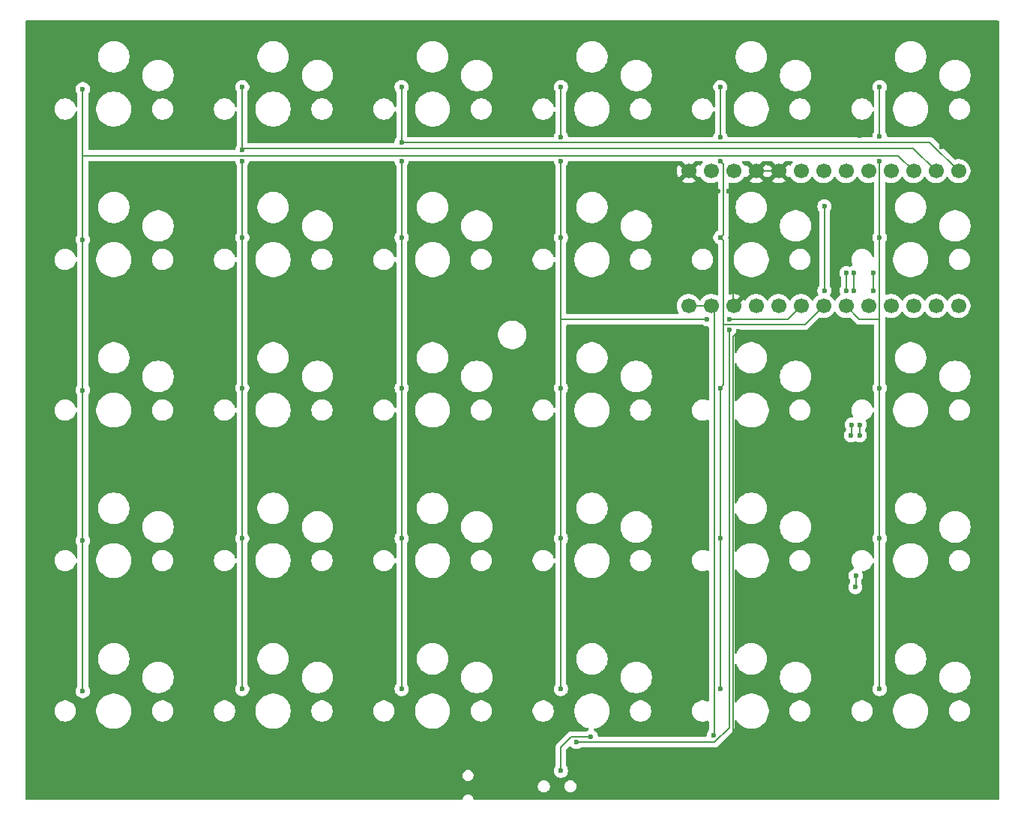
<source format=gbr>
G04 #@! TF.GenerationSoftware,KiCad,Pcbnew,9.0.0*
G04 #@! TF.CreationDate,2025-09-07T21:04:34+01:00*
G04 #@! TF.ProjectId,split_keyboard_1,73706c69-745f-46b6-9579-626f6172645f,rev?*
G04 #@! TF.SameCoordinates,Original*
G04 #@! TF.FileFunction,Copper,L1,Top*
G04 #@! TF.FilePolarity,Positive*
%FSLAX46Y46*%
G04 Gerber Fmt 4.6, Leading zero omitted, Abs format (unit mm)*
G04 Created by KiCad (PCBNEW 9.0.0) date 2025-09-07 21:04:34*
%MOMM*%
%LPD*%
G01*
G04 APERTURE LIST*
G04 #@! TA.AperFunction,ComponentPad*
%ADD10C,1.700000*%
G04 #@! TD*
G04 #@! TA.AperFunction,ViaPad*
%ADD11C,0.600000*%
G04 #@! TD*
G04 #@! TA.AperFunction,Conductor*
%ADD12C,0.200000*%
G04 #@! TD*
G04 APERTURE END LIST*
D10*
X164670000Y-76000000D03*
X167210000Y-76000000D03*
X169750000Y-76000000D03*
X172290000Y-76000000D03*
X174830000Y-76000000D03*
X177370000Y-76000000D03*
X179910000Y-76000000D03*
X182450000Y-76000000D03*
X184990000Y-76000000D03*
X187530000Y-76000000D03*
X190070000Y-76000000D03*
X192610000Y-76000000D03*
X195150000Y-76000000D03*
X164670000Y-91240000D03*
X167210000Y-91240000D03*
X169750000Y-91240000D03*
X172290000Y-91240000D03*
X174830000Y-91240000D03*
X177370000Y-91240000D03*
X179910000Y-91240000D03*
X182450000Y-91240000D03*
X184990000Y-91240000D03*
X187530000Y-91240000D03*
X190070000Y-91240000D03*
X192610000Y-91240000D03*
X195150000Y-91240000D03*
D11*
X184000000Y-72000000D03*
X192000000Y-125250000D03*
X192750000Y-103250000D03*
X190750000Y-108250000D03*
X193250000Y-73250000D03*
X150250000Y-143750000D03*
X153646215Y-139900000D03*
X180000000Y-80000000D03*
X180000000Y-89500000D03*
X182500000Y-89500000D03*
X182500000Y-87500000D03*
X183300003Y-87500000D03*
X183000000Y-105850000D03*
X183300003Y-89500000D03*
X183100000Y-104650000D03*
X183549000Y-121700000D03*
X185500000Y-89500000D03*
X184000000Y-105850000D03*
X185500000Y-87500000D03*
X184000000Y-104650000D03*
X183500000Y-123000000D03*
X96250000Y-83750000D03*
X96250000Y-134750000D03*
X96250000Y-100750000D03*
X96250000Y-66750000D03*
X96250000Y-117750000D03*
X114250000Y-100500000D03*
X114250000Y-134500000D03*
X114250000Y-74850000D03*
X114250000Y-66500000D03*
X114250000Y-73650000D03*
X114250000Y-83500000D03*
X114250000Y-117500000D03*
X132250000Y-117500000D03*
X132250000Y-100500000D03*
X132250000Y-72750000D03*
X132250000Y-66500000D03*
X132250000Y-134500000D03*
X132250000Y-83500000D03*
X132250000Y-74850000D03*
X150250000Y-134500000D03*
X169250000Y-92750000D03*
X150250000Y-117500000D03*
X150250000Y-72150000D03*
X150250000Y-83500000D03*
X150250000Y-74850000D03*
X150250000Y-66500000D03*
X150250000Y-100500000D03*
X166750000Y-92750000D03*
X168250000Y-66500000D03*
X168250000Y-74850000D03*
X168250000Y-117500000D03*
X168250000Y-100500000D03*
X168250000Y-134500000D03*
X168250000Y-83500000D03*
X168250000Y-72150000D03*
X186250000Y-66500000D03*
X186250000Y-74850000D03*
X186250000Y-83500000D03*
X186250000Y-117500000D03*
X186250000Y-134500000D03*
X186250000Y-72049994D03*
X186250000Y-100500000D03*
X170000000Y-142874000D03*
X169199000Y-78250000D03*
X167999000Y-78250000D03*
X170303265Y-94075265D03*
X169250000Y-93951000D03*
X152000000Y-140500000D03*
X167500000Y-139750000D03*
D12*
X183750000Y-73449997D02*
X114450003Y-73449997D01*
X150250000Y-141084313D02*
X151434313Y-139900000D01*
X150250000Y-143750000D02*
X150250000Y-141084313D01*
X151434313Y-139900000D02*
X153646215Y-139900000D01*
X180000000Y-80000000D02*
X180000000Y-89500000D01*
X182500000Y-87500000D02*
X182500000Y-89500000D01*
X183100000Y-105750000D02*
X183000000Y-105850000D01*
X183300003Y-87500000D02*
X183300003Y-89500000D01*
X183100000Y-104650000D02*
X183100000Y-105750000D01*
X183549000Y-121700000D02*
X183549000Y-122951000D01*
X184000000Y-104650000D02*
X184000000Y-105850000D01*
X185500000Y-87500000D02*
X185500000Y-89500000D01*
X183549000Y-122951000D02*
X183500000Y-123000000D01*
X190070000Y-76000000D02*
X188320000Y-74250000D01*
X188320000Y-74250000D02*
X96250000Y-74250000D01*
X96250000Y-66750000D02*
X96250000Y-74250000D01*
X96250000Y-134750000D02*
X96274000Y-134726000D01*
X96250000Y-74250000D02*
X96250000Y-134750000D01*
X114450003Y-73449997D02*
X114250000Y-73650000D01*
X114250000Y-83500000D02*
X114250000Y-74850000D01*
X114250000Y-66500000D02*
X114250000Y-73250000D01*
X114250000Y-134500000D02*
X114274000Y-134476000D01*
X114250000Y-134500000D02*
X114250000Y-83500000D01*
X192610000Y-76000000D02*
X190059997Y-73449997D01*
X114250000Y-73650000D02*
X114250000Y-73250000D01*
X190059997Y-73449997D02*
X183750000Y-73449997D01*
X195150000Y-76000000D02*
X191900000Y-72750000D01*
X132250000Y-66500000D02*
X132250000Y-72750000D01*
X132250000Y-134500000D02*
X132250000Y-74850000D01*
X132250000Y-134500000D02*
X132274000Y-134476000D01*
X191900000Y-72750000D02*
X132250000Y-72750000D01*
X150250000Y-92750000D02*
X150250000Y-134500000D01*
X166750000Y-92750000D02*
X150250000Y-92750000D01*
X175860000Y-92750000D02*
X169250000Y-92750000D01*
X150250000Y-134500000D02*
X150274000Y-134476000D01*
X150250000Y-66500000D02*
X150250000Y-72150000D01*
X177370000Y-91240000D02*
X175860000Y-92750000D01*
X150250000Y-74850000D02*
X150250000Y-92750000D01*
X168599000Y-75199000D02*
X168599000Y-83151000D01*
X168250000Y-134500000D02*
X168274000Y-134476000D01*
X168599000Y-83849000D02*
X168599000Y-93250000D01*
X168599000Y-100151000D02*
X168250000Y-100500000D01*
X179910000Y-91240000D02*
X177799000Y-93351000D01*
X168250000Y-74850000D02*
X168599000Y-75199000D01*
X168250000Y-83500000D02*
X168599000Y-83849000D01*
X168599000Y-93250000D02*
X168599000Y-100151000D01*
X168250000Y-100500000D02*
X168250000Y-134500000D01*
X168599000Y-83151000D02*
X168250000Y-83500000D01*
X177799000Y-93351000D02*
X168700000Y-93351000D01*
X168250000Y-66500000D02*
X168250000Y-72150000D01*
X168700000Y-93351000D02*
X168599000Y-93250000D01*
X186250000Y-74850000D02*
X186250000Y-92750000D01*
X186250000Y-92750000D02*
X186250000Y-134500000D01*
X183960000Y-92750000D02*
X186250000Y-92750000D01*
X182450000Y-91240000D02*
X183960000Y-92750000D01*
X186250000Y-66500000D02*
X186250000Y-72049994D01*
X186250000Y-134500000D02*
X186274000Y-134476000D01*
X166920000Y-78250000D02*
X167999000Y-78250000D01*
X169674000Y-78616000D02*
X172290000Y-76000000D01*
X170000000Y-142874000D02*
X169674000Y-142548000D01*
X169674000Y-91164000D02*
X169674000Y-78616000D01*
X169199000Y-78250000D02*
X170040000Y-78250000D01*
X164670000Y-76000000D02*
X166920000Y-78250000D01*
X169750000Y-91240000D02*
X169674000Y-91164000D01*
X169674000Y-94704530D02*
X170303265Y-94075265D01*
X170040000Y-78250000D02*
X172290000Y-76000000D01*
X174830000Y-76000000D02*
X172290000Y-76000000D01*
X169674000Y-142548000D02*
X169674000Y-94704530D01*
X167599943Y-140500000D02*
X169250000Y-138849943D01*
X152000000Y-140500000D02*
X167599943Y-140500000D01*
X169250000Y-138849943D02*
X169250000Y-93951000D01*
X164670000Y-91240000D02*
X167210000Y-91240000D01*
X167500000Y-139750000D02*
X167551000Y-139699000D01*
X167551000Y-139699000D02*
X167551000Y-91581000D01*
X167551000Y-91581000D02*
X167210000Y-91240000D01*
G04 #@! TA.AperFunction,Conductor*
G36*
X163889731Y-74870185D02*
G01*
X163910373Y-74886819D01*
X164540591Y-75517037D01*
X164477007Y-75534075D01*
X164362993Y-75599901D01*
X164269901Y-75692993D01*
X164204075Y-75807007D01*
X164187037Y-75870591D01*
X163554728Y-75238282D01*
X163554727Y-75238282D01*
X163515380Y-75292439D01*
X163418904Y-75481782D01*
X163353242Y-75683869D01*
X163353242Y-75683872D01*
X163320000Y-75893753D01*
X163320000Y-76106246D01*
X163353242Y-76316127D01*
X163353242Y-76316130D01*
X163418904Y-76518217D01*
X163515375Y-76707550D01*
X163554728Y-76761716D01*
X164187036Y-76129407D01*
X164204075Y-76192993D01*
X164269901Y-76307007D01*
X164362993Y-76400099D01*
X164477007Y-76465925D01*
X164540590Y-76482962D01*
X163908282Y-77115269D01*
X163908282Y-77115270D01*
X163962449Y-77154624D01*
X164151782Y-77251095D01*
X164353870Y-77316757D01*
X164563754Y-77350000D01*
X164776246Y-77350000D01*
X164986127Y-77316757D01*
X164986130Y-77316757D01*
X165188217Y-77251095D01*
X165377554Y-77154622D01*
X165431716Y-77115270D01*
X165431717Y-77115270D01*
X164799408Y-76482962D01*
X164862993Y-76465925D01*
X164977007Y-76400099D01*
X165070099Y-76307007D01*
X165135925Y-76192993D01*
X165152962Y-76129408D01*
X165785270Y-76761717D01*
X165785270Y-76761716D01*
X165824622Y-76707555D01*
X165829232Y-76698507D01*
X165877205Y-76647709D01*
X165945025Y-76630912D01*
X166011161Y-76653447D01*
X166050204Y-76698504D01*
X166054949Y-76707817D01*
X166179890Y-76879786D01*
X166330213Y-77030109D01*
X166502179Y-77155048D01*
X166502181Y-77155049D01*
X166502184Y-77155051D01*
X166691588Y-77251557D01*
X166893757Y-77317246D01*
X167103713Y-77350500D01*
X167103714Y-77350500D01*
X167316286Y-77350500D01*
X167316287Y-77350500D01*
X167526243Y-77317246D01*
X167728412Y-77251557D01*
X167818205Y-77205804D01*
X167886874Y-77192909D01*
X167951615Y-77219185D01*
X167991872Y-77276291D01*
X167998500Y-77316290D01*
X167998500Y-82654865D01*
X167978815Y-82721904D01*
X167926011Y-82767659D01*
X167921953Y-82769426D01*
X167870824Y-82790604D01*
X167870814Y-82790609D01*
X167739711Y-82878210D01*
X167739707Y-82878213D01*
X167628213Y-82989707D01*
X167628210Y-82989711D01*
X167540609Y-83120814D01*
X167540602Y-83120827D01*
X167480264Y-83266498D01*
X167480261Y-83266510D01*
X167449500Y-83421153D01*
X167449500Y-83578846D01*
X167480261Y-83733489D01*
X167480264Y-83733501D01*
X167540602Y-83879172D01*
X167540609Y-83879185D01*
X167628210Y-84010288D01*
X167628213Y-84010292D01*
X167739710Y-84121789D01*
X167870815Y-84209390D01*
X167870821Y-84209394D01*
X167921951Y-84230572D01*
X167976355Y-84274411D01*
X167998421Y-84340705D01*
X167998500Y-84345133D01*
X167998500Y-89923709D01*
X167978815Y-89990748D01*
X167926011Y-90036503D01*
X167856853Y-90046447D01*
X167818206Y-90034194D01*
X167728417Y-89988445D01*
X167728414Y-89988444D01*
X167728412Y-89988443D01*
X167526243Y-89922754D01*
X167526241Y-89922753D01*
X167526240Y-89922753D01*
X167332961Y-89892141D01*
X167316287Y-89889500D01*
X167103713Y-89889500D01*
X167087039Y-89892141D01*
X166893760Y-89922753D01*
X166691585Y-89988444D01*
X166502179Y-90084951D01*
X166330213Y-90209890D01*
X166179890Y-90360213D01*
X166054949Y-90532182D01*
X166050484Y-90540946D01*
X166002509Y-90591742D01*
X165934688Y-90608536D01*
X165868553Y-90585998D01*
X165829516Y-90540946D01*
X165825050Y-90532182D01*
X165700109Y-90360213D01*
X165549786Y-90209890D01*
X165377820Y-90084951D01*
X165188414Y-89988444D01*
X165188413Y-89988443D01*
X165188412Y-89988443D01*
X164986243Y-89922754D01*
X164986241Y-89922753D01*
X164986240Y-89922753D01*
X164792961Y-89892141D01*
X164776287Y-89889500D01*
X164563713Y-89889500D01*
X164547039Y-89892141D01*
X164353760Y-89922753D01*
X164151585Y-89988444D01*
X163962179Y-90084951D01*
X163790213Y-90209890D01*
X163639890Y-90360213D01*
X163514951Y-90532179D01*
X163418444Y-90721585D01*
X163352753Y-90923760D01*
X163351291Y-90932993D01*
X163319500Y-91133713D01*
X163319500Y-91346287D01*
X163352754Y-91556243D01*
X163418443Y-91758412D01*
X163514949Y-91947816D01*
X163516172Y-91949500D01*
X163518435Y-91952614D01*
X163541915Y-92018421D01*
X163526090Y-92086475D01*
X163475984Y-92135170D01*
X163418117Y-92149500D01*
X150974500Y-92149500D01*
X150907461Y-92129815D01*
X150861706Y-92077011D01*
X150850500Y-92025500D01*
X150850500Y-85870525D01*
X151774500Y-85870525D01*
X151774500Y-86129474D01*
X151774501Y-86129491D01*
X151808299Y-86386217D01*
X151808300Y-86386222D01*
X151808301Y-86386228D01*
X151808302Y-86386230D01*
X151875324Y-86636364D01*
X151974423Y-86875609D01*
X151974427Y-86875619D01*
X152103906Y-87099883D01*
X152261551Y-87305331D01*
X152261557Y-87305338D01*
X152444661Y-87488442D01*
X152444668Y-87488448D01*
X152650116Y-87646093D01*
X152874380Y-87775572D01*
X152874381Y-87775572D01*
X152874384Y-87775574D01*
X153113634Y-87874675D01*
X153363772Y-87941699D01*
X153620519Y-87975500D01*
X153620526Y-87975500D01*
X153879474Y-87975500D01*
X153879481Y-87975500D01*
X154136228Y-87941699D01*
X154386366Y-87874675D01*
X154625616Y-87775574D01*
X154849884Y-87646093D01*
X155055333Y-87488447D01*
X155238447Y-87305333D01*
X155396093Y-87099884D01*
X155525574Y-86875616D01*
X155624675Y-86636366D01*
X155691699Y-86386228D01*
X155725500Y-86129481D01*
X155725500Y-85905513D01*
X158049500Y-85905513D01*
X158049500Y-86094486D01*
X158079059Y-86281118D01*
X158137454Y-86460836D01*
X158181205Y-86546701D01*
X158223240Y-86629199D01*
X158334310Y-86782073D01*
X158467927Y-86915690D01*
X158620801Y-87026760D01*
X158659832Y-87046647D01*
X158789163Y-87112545D01*
X158789165Y-87112545D01*
X158789168Y-87112547D01*
X158885497Y-87143846D01*
X158968881Y-87170940D01*
X159155514Y-87200500D01*
X159155519Y-87200500D01*
X159344486Y-87200500D01*
X159531118Y-87170940D01*
X159531124Y-87170938D01*
X159710832Y-87112547D01*
X159879199Y-87026760D01*
X160032073Y-86915690D01*
X160165690Y-86782073D01*
X160276760Y-86629199D01*
X160362547Y-86460832D01*
X160420940Y-86281118D01*
X160427865Y-86237396D01*
X160450500Y-86094486D01*
X160450500Y-85905513D01*
X165049500Y-85905513D01*
X165049500Y-86094486D01*
X165079059Y-86281118D01*
X165137454Y-86460836D01*
X165181205Y-86546701D01*
X165223240Y-86629199D01*
X165334310Y-86782073D01*
X165467927Y-86915690D01*
X165620801Y-87026760D01*
X165659832Y-87046647D01*
X165789163Y-87112545D01*
X165789165Y-87112545D01*
X165789168Y-87112547D01*
X165885497Y-87143846D01*
X165968881Y-87170940D01*
X166155514Y-87200500D01*
X166155519Y-87200500D01*
X166344486Y-87200500D01*
X166531118Y-87170940D01*
X166531124Y-87170938D01*
X166710832Y-87112547D01*
X166879199Y-87026760D01*
X167032073Y-86915690D01*
X167165690Y-86782073D01*
X167276760Y-86629199D01*
X167362547Y-86460832D01*
X167420940Y-86281118D01*
X167427865Y-86237396D01*
X167450500Y-86094486D01*
X167450500Y-85905513D01*
X167420940Y-85718881D01*
X167362545Y-85539163D01*
X167276759Y-85370800D01*
X167165690Y-85217927D01*
X167032073Y-85084310D01*
X166879199Y-84973240D01*
X166710836Y-84887454D01*
X166531118Y-84829059D01*
X166344486Y-84799500D01*
X166344481Y-84799500D01*
X166155519Y-84799500D01*
X166155514Y-84799500D01*
X165968881Y-84829059D01*
X165789163Y-84887454D01*
X165620800Y-84973240D01*
X165533579Y-85036610D01*
X165467927Y-85084310D01*
X165467925Y-85084312D01*
X165467924Y-85084312D01*
X165334312Y-85217924D01*
X165334312Y-85217925D01*
X165334310Y-85217927D01*
X165286610Y-85283579D01*
X165223240Y-85370800D01*
X165137454Y-85539163D01*
X165079059Y-85718881D01*
X165049500Y-85905513D01*
X160450500Y-85905513D01*
X160420940Y-85718881D01*
X160362545Y-85539163D01*
X160276759Y-85370800D01*
X160165690Y-85217927D01*
X160032073Y-85084310D01*
X159879199Y-84973240D01*
X159710836Y-84887454D01*
X159531118Y-84829059D01*
X159344486Y-84799500D01*
X159344481Y-84799500D01*
X159155519Y-84799500D01*
X159155514Y-84799500D01*
X158968881Y-84829059D01*
X158789163Y-84887454D01*
X158620800Y-84973240D01*
X158533579Y-85036610D01*
X158467927Y-85084310D01*
X158467925Y-85084312D01*
X158467924Y-85084312D01*
X158334312Y-85217924D01*
X158334312Y-85217925D01*
X158334310Y-85217927D01*
X158286610Y-85283579D01*
X158223240Y-85370800D01*
X158137454Y-85539163D01*
X158079059Y-85718881D01*
X158049500Y-85905513D01*
X155725500Y-85905513D01*
X155725500Y-85870519D01*
X155691699Y-85613772D01*
X155624675Y-85363634D01*
X155525574Y-85124384D01*
X155502438Y-85084312D01*
X155396093Y-84900116D01*
X155238448Y-84694668D01*
X155238442Y-84694661D01*
X155055338Y-84511557D01*
X155055331Y-84511551D01*
X154849883Y-84353906D01*
X154625619Y-84224427D01*
X154625609Y-84224423D01*
X154386364Y-84125324D01*
X154261297Y-84091813D01*
X154136228Y-84058301D01*
X154136222Y-84058300D01*
X154136217Y-84058299D01*
X153879491Y-84024501D01*
X153879486Y-84024500D01*
X153879481Y-84024500D01*
X153620519Y-84024500D01*
X153620513Y-84024500D01*
X153620508Y-84024501D01*
X153363782Y-84058299D01*
X153363775Y-84058300D01*
X153363772Y-84058301D01*
X153310908Y-84072465D01*
X153113635Y-84125324D01*
X152874390Y-84224423D01*
X152874380Y-84224427D01*
X152650116Y-84353906D01*
X152444668Y-84511551D01*
X152444661Y-84511557D01*
X152261557Y-84694661D01*
X152261551Y-84694668D01*
X152103906Y-84900116D01*
X151974427Y-85124380D01*
X151974423Y-85124390D01*
X151875324Y-85363635D01*
X151808302Y-85613769D01*
X151808299Y-85613782D01*
X151774501Y-85870508D01*
X151774500Y-85870525D01*
X150850500Y-85870525D01*
X150850500Y-84079765D01*
X150870185Y-84012726D01*
X150871398Y-84010874D01*
X150959390Y-83879185D01*
X150959390Y-83879184D01*
X150959394Y-83879179D01*
X151019737Y-83733497D01*
X151050500Y-83578842D01*
X151050500Y-83421158D01*
X151050500Y-83421155D01*
X151050499Y-83421153D01*
X151019738Y-83266510D01*
X151019737Y-83266503D01*
X151019735Y-83266498D01*
X150959397Y-83120827D01*
X150959390Y-83120814D01*
X150871398Y-82989125D01*
X150850520Y-82922447D01*
X150850500Y-82920234D01*
X150850500Y-82083634D01*
X156974500Y-82083634D01*
X156974500Y-82316365D01*
X156974501Y-82316382D01*
X157004878Y-82547122D01*
X157065120Y-82771947D01*
X157154180Y-82986960D01*
X157154188Y-82986976D01*
X157270553Y-83188524D01*
X157270564Y-83188540D01*
X157412242Y-83373179D01*
X157412248Y-83373186D01*
X157576813Y-83537751D01*
X157576820Y-83537757D01*
X157680372Y-83617215D01*
X157761468Y-83679442D01*
X157761475Y-83679446D01*
X157963023Y-83795811D01*
X157963039Y-83795819D01*
X158178052Y-83884879D01*
X158178054Y-83884879D01*
X158178060Y-83884882D01*
X158402874Y-83945121D01*
X158633628Y-83975500D01*
X158633635Y-83975500D01*
X158866365Y-83975500D01*
X158866372Y-83975500D01*
X159097126Y-83945121D01*
X159321940Y-83884882D01*
X159379953Y-83860852D01*
X159536960Y-83795819D01*
X159536963Y-83795817D01*
X159536969Y-83795815D01*
X159738532Y-83679442D01*
X159923181Y-83537756D01*
X160087756Y-83373181D01*
X160229442Y-83188532D01*
X160344570Y-82989125D01*
X160345811Y-82986976D01*
X160345819Y-82986960D01*
X160434879Y-82771947D01*
X160434878Y-82771947D01*
X160434882Y-82771940D01*
X160495121Y-82547126D01*
X160525500Y-82316372D01*
X160525500Y-82083628D01*
X160495121Y-81852874D01*
X160434882Y-81628060D01*
X160356057Y-81437757D01*
X160345819Y-81413039D01*
X160345811Y-81413023D01*
X160229446Y-81211475D01*
X160229442Y-81211468D01*
X160087756Y-81026819D01*
X160087751Y-81026813D01*
X159923186Y-80862248D01*
X159923179Y-80862242D01*
X159738540Y-80720564D01*
X159738538Y-80720562D01*
X159738532Y-80720558D01*
X159738527Y-80720555D01*
X159738524Y-80720553D01*
X159536976Y-80604188D01*
X159536960Y-80604180D01*
X159321947Y-80515120D01*
X159097122Y-80454878D01*
X158866382Y-80424501D01*
X158866377Y-80424500D01*
X158866372Y-80424500D01*
X158633628Y-80424500D01*
X158633622Y-80424500D01*
X158633617Y-80424501D01*
X158402877Y-80454878D01*
X158178052Y-80515120D01*
X157963039Y-80604180D01*
X157963023Y-80604188D01*
X157761475Y-80720553D01*
X157761459Y-80720564D01*
X157576820Y-80862242D01*
X157576813Y-80862248D01*
X157412248Y-81026813D01*
X157412242Y-81026820D01*
X157270564Y-81211459D01*
X157270553Y-81211475D01*
X157154188Y-81413023D01*
X157154180Y-81413039D01*
X157065120Y-81628052D01*
X157004878Y-81852877D01*
X156974501Y-82083617D01*
X156974500Y-82083634D01*
X150850500Y-82083634D01*
X150850500Y-79983634D01*
X151974500Y-79983634D01*
X151974500Y-80216365D01*
X151974501Y-80216382D01*
X151995933Y-80379179D01*
X152004879Y-80447126D01*
X152039826Y-80577551D01*
X152065120Y-80671947D01*
X152154180Y-80886960D01*
X152154188Y-80886976D01*
X152270553Y-81088524D01*
X152270564Y-81088540D01*
X152412242Y-81273179D01*
X152412248Y-81273186D01*
X152576813Y-81437751D01*
X152576819Y-81437756D01*
X152761468Y-81579442D01*
X152761475Y-81579446D01*
X152963023Y-81695811D01*
X152963039Y-81695819D01*
X153178052Y-81784879D01*
X153178054Y-81784879D01*
X153178060Y-81784882D01*
X153402874Y-81845121D01*
X153633628Y-81875500D01*
X153633635Y-81875500D01*
X153866365Y-81875500D01*
X153866372Y-81875500D01*
X154097126Y-81845121D01*
X154321940Y-81784882D01*
X154379953Y-81760852D01*
X154536960Y-81695819D01*
X154536963Y-81695817D01*
X154536969Y-81695815D01*
X154738532Y-81579442D01*
X154923181Y-81437756D01*
X155087756Y-81273181D01*
X155229442Y-81088532D01*
X155345815Y-80886969D01*
X155356057Y-80862244D01*
X155434879Y-80671947D01*
X155434878Y-80671947D01*
X155434882Y-80671940D01*
X155495121Y-80447126D01*
X155525500Y-80216372D01*
X155525500Y-79983628D01*
X155495121Y-79752874D01*
X155434882Y-79528060D01*
X155434879Y-79528052D01*
X155345819Y-79313039D01*
X155345811Y-79313023D01*
X155229446Y-79111475D01*
X155229442Y-79111468D01*
X155087756Y-78926819D01*
X155087751Y-78926813D01*
X154923186Y-78762248D01*
X154923179Y-78762242D01*
X154738540Y-78620564D01*
X154738538Y-78620562D01*
X154738532Y-78620558D01*
X154738527Y-78620555D01*
X154738524Y-78620553D01*
X154536976Y-78504188D01*
X154536960Y-78504180D01*
X154321947Y-78415120D01*
X154097122Y-78354878D01*
X153866382Y-78324501D01*
X153866377Y-78324500D01*
X153866372Y-78324500D01*
X153633628Y-78324500D01*
X153633622Y-78324500D01*
X153633617Y-78324501D01*
X153402877Y-78354878D01*
X153178052Y-78415120D01*
X152963039Y-78504180D01*
X152963023Y-78504188D01*
X152761475Y-78620553D01*
X152761459Y-78620564D01*
X152576820Y-78762242D01*
X152576813Y-78762248D01*
X152412248Y-78926813D01*
X152412242Y-78926820D01*
X152270564Y-79111459D01*
X152270553Y-79111475D01*
X152154188Y-79313023D01*
X152154180Y-79313039D01*
X152065120Y-79528052D01*
X152004878Y-79752877D01*
X151974501Y-79983617D01*
X151974500Y-79983634D01*
X150850500Y-79983634D01*
X150850500Y-75429765D01*
X150870185Y-75362726D01*
X150871398Y-75360874D01*
X150959390Y-75229185D01*
X150959390Y-75229184D01*
X150959394Y-75229179D01*
X151019737Y-75083497D01*
X151033901Y-75012290D01*
X151046231Y-74950308D01*
X151078616Y-74888397D01*
X151139332Y-74853823D01*
X151167848Y-74850500D01*
X163822692Y-74850500D01*
X163889731Y-74870185D01*
G37*
G04 #@! TD.AperFunction*
G04 #@! TA.AperFunction,Conductor*
G36*
X174364075Y-76192993D02*
G01*
X174429901Y-76307007D01*
X174522993Y-76400099D01*
X174637007Y-76465925D01*
X174700590Y-76482962D01*
X174068282Y-77115269D01*
X174068282Y-77115270D01*
X174122449Y-77154624D01*
X174311782Y-77251095D01*
X174513870Y-77316757D01*
X174723754Y-77350000D01*
X174936246Y-77350000D01*
X175146127Y-77316757D01*
X175146130Y-77316757D01*
X175348217Y-77251095D01*
X175537554Y-77154622D01*
X175591716Y-77115270D01*
X175591717Y-77115270D01*
X174959408Y-76482962D01*
X175022993Y-76465925D01*
X175137007Y-76400099D01*
X175230099Y-76307007D01*
X175295925Y-76192993D01*
X175312962Y-76129409D01*
X175945270Y-76761717D01*
X175945270Y-76761716D01*
X175984622Y-76707555D01*
X175989232Y-76698507D01*
X176037205Y-76647709D01*
X176105025Y-76630912D01*
X176171161Y-76653447D01*
X176210204Y-76698504D01*
X176214949Y-76707817D01*
X176339890Y-76879786D01*
X176490213Y-77030109D01*
X176662179Y-77155048D01*
X176662181Y-77155049D01*
X176662184Y-77155051D01*
X176851588Y-77251557D01*
X177053757Y-77317246D01*
X177263713Y-77350500D01*
X177263714Y-77350500D01*
X177476286Y-77350500D01*
X177476287Y-77350500D01*
X177686243Y-77317246D01*
X177888412Y-77251557D01*
X178077816Y-77155051D01*
X178158500Y-77096431D01*
X178249786Y-77030109D01*
X178249788Y-77030106D01*
X178249792Y-77030104D01*
X178400104Y-76879792D01*
X178400106Y-76879788D01*
X178400109Y-76879786D01*
X178525048Y-76707820D01*
X178525047Y-76707820D01*
X178525051Y-76707816D01*
X178529514Y-76699054D01*
X178577488Y-76648259D01*
X178645308Y-76631463D01*
X178711444Y-76653999D01*
X178750486Y-76699056D01*
X178754951Y-76707820D01*
X178879890Y-76879786D01*
X179030213Y-77030109D01*
X179202179Y-77155048D01*
X179202181Y-77155049D01*
X179202184Y-77155051D01*
X179391588Y-77251557D01*
X179593757Y-77317246D01*
X179803713Y-77350500D01*
X179803714Y-77350500D01*
X180016286Y-77350500D01*
X180016287Y-77350500D01*
X180226243Y-77317246D01*
X180428412Y-77251557D01*
X180617816Y-77155051D01*
X180698500Y-77096431D01*
X180789786Y-77030109D01*
X180789788Y-77030106D01*
X180789792Y-77030104D01*
X180940104Y-76879792D01*
X180940106Y-76879788D01*
X180940109Y-76879786D01*
X181065048Y-76707820D01*
X181065047Y-76707820D01*
X181065051Y-76707816D01*
X181069514Y-76699054D01*
X181117488Y-76648259D01*
X181185308Y-76631463D01*
X181251444Y-76653999D01*
X181290486Y-76699056D01*
X181294951Y-76707820D01*
X181419890Y-76879786D01*
X181570213Y-77030109D01*
X181742179Y-77155048D01*
X181742181Y-77155049D01*
X181742184Y-77155051D01*
X181931588Y-77251557D01*
X182133757Y-77317246D01*
X182343713Y-77350500D01*
X182343714Y-77350500D01*
X182556286Y-77350500D01*
X182556287Y-77350500D01*
X182766243Y-77317246D01*
X182968412Y-77251557D01*
X183157816Y-77155051D01*
X183238500Y-77096431D01*
X183329786Y-77030109D01*
X183329788Y-77030106D01*
X183329792Y-77030104D01*
X183480104Y-76879792D01*
X183480106Y-76879788D01*
X183480109Y-76879786D01*
X183605048Y-76707820D01*
X183605047Y-76707820D01*
X183605051Y-76707816D01*
X183609514Y-76699054D01*
X183657488Y-76648259D01*
X183725308Y-76631463D01*
X183791444Y-76653999D01*
X183830486Y-76699056D01*
X183834951Y-76707820D01*
X183959890Y-76879786D01*
X184110213Y-77030109D01*
X184282179Y-77155048D01*
X184282181Y-77155049D01*
X184282184Y-77155051D01*
X184471588Y-77251557D01*
X184673757Y-77317246D01*
X184883713Y-77350500D01*
X184883714Y-77350500D01*
X185096286Y-77350500D01*
X185096287Y-77350500D01*
X185306243Y-77317246D01*
X185487185Y-77258453D01*
X185557022Y-77256459D01*
X185616855Y-77292539D01*
X185647684Y-77355240D01*
X185649500Y-77376385D01*
X185649500Y-82920234D01*
X185629815Y-82987273D01*
X185628602Y-82989125D01*
X185540609Y-83120814D01*
X185540602Y-83120827D01*
X185480264Y-83266498D01*
X185480261Y-83266510D01*
X185449500Y-83421153D01*
X185449500Y-83578846D01*
X185480261Y-83733489D01*
X185480264Y-83733501D01*
X185540602Y-83879172D01*
X185540609Y-83879185D01*
X185628602Y-84010874D01*
X185649480Y-84077551D01*
X185649500Y-84079765D01*
X185649500Y-85639411D01*
X185629815Y-85706450D01*
X185577011Y-85752205D01*
X185507853Y-85762149D01*
X185444297Y-85733124D01*
X185407569Y-85677730D01*
X185362545Y-85539163D01*
X185276759Y-85370800D01*
X185165690Y-85217927D01*
X185032073Y-85084310D01*
X184879199Y-84973240D01*
X184710836Y-84887454D01*
X184531118Y-84829059D01*
X184344486Y-84799500D01*
X184344481Y-84799500D01*
X184155519Y-84799500D01*
X184155514Y-84799500D01*
X183968881Y-84829059D01*
X183789163Y-84887454D01*
X183620800Y-84973240D01*
X183533579Y-85036610D01*
X183467927Y-85084310D01*
X183467925Y-85084312D01*
X183467924Y-85084312D01*
X183334312Y-85217924D01*
X183334312Y-85217925D01*
X183334310Y-85217927D01*
X183286610Y-85283579D01*
X183223240Y-85370800D01*
X183137454Y-85539163D01*
X183079059Y-85718881D01*
X183049500Y-85905513D01*
X183049500Y-86094486D01*
X183079059Y-86281118D01*
X183137455Y-86460839D01*
X183181204Y-86546701D01*
X183194100Y-86615370D01*
X183167823Y-86680110D01*
X183113059Y-86719543D01*
X183104176Y-86722769D01*
X183066506Y-86730263D01*
X182944921Y-86780624D01*
X182942341Y-86781562D01*
X182910093Y-86783591D01*
X182877983Y-86787044D01*
X182873969Y-86785865D01*
X182872609Y-86785951D01*
X182870768Y-86784925D01*
X182852549Y-86779575D01*
X182733501Y-86730264D01*
X182733489Y-86730261D01*
X182578845Y-86699500D01*
X182578842Y-86699500D01*
X182421158Y-86699500D01*
X182421155Y-86699500D01*
X182266510Y-86730261D01*
X182266498Y-86730264D01*
X182120827Y-86790602D01*
X182120814Y-86790609D01*
X181989711Y-86878210D01*
X181989707Y-86878213D01*
X181878213Y-86989707D01*
X181878210Y-86989711D01*
X181790609Y-87120814D01*
X181790602Y-87120827D01*
X181730264Y-87266498D01*
X181730261Y-87266510D01*
X181699500Y-87421153D01*
X181699500Y-87578846D01*
X181730261Y-87733489D01*
X181730264Y-87733501D01*
X181790602Y-87879172D01*
X181790609Y-87879185D01*
X181878602Y-88010874D01*
X181899480Y-88077551D01*
X181899500Y-88079765D01*
X181899500Y-88920234D01*
X181879815Y-88987273D01*
X181878602Y-88989125D01*
X181790609Y-89120814D01*
X181790602Y-89120827D01*
X181730264Y-89266498D01*
X181730261Y-89266510D01*
X181699500Y-89421153D01*
X181699500Y-89578846D01*
X181730261Y-89733489D01*
X181730264Y-89733501D01*
X181790602Y-89879172D01*
X181790610Y-89879186D01*
X181803351Y-89898254D01*
X181824230Y-89964931D01*
X181805746Y-90032311D01*
X181756549Y-90077629D01*
X181742180Y-90084950D01*
X181570213Y-90209890D01*
X181419890Y-90360213D01*
X181294949Y-90532182D01*
X181290484Y-90540946D01*
X181242509Y-90591742D01*
X181174688Y-90608536D01*
X181108553Y-90585998D01*
X181069516Y-90540946D01*
X181065050Y-90532182D01*
X180940109Y-90360213D01*
X180789792Y-90209896D01*
X180789096Y-90209390D01*
X180683361Y-90132570D01*
X180640696Y-90077241D01*
X180634717Y-90007627D01*
X180653143Y-89963363D01*
X180709394Y-89879179D01*
X180769737Y-89733497D01*
X180800500Y-89578842D01*
X180800500Y-89421158D01*
X180800500Y-89421155D01*
X180800499Y-89421153D01*
X180769738Y-89266510D01*
X180769737Y-89266503D01*
X180769735Y-89266498D01*
X180709397Y-89120827D01*
X180709390Y-89120814D01*
X180621398Y-88989125D01*
X180600520Y-88922447D01*
X180600500Y-88920234D01*
X180600500Y-80579765D01*
X180620185Y-80512726D01*
X180621398Y-80510874D01*
X180709390Y-80379185D01*
X180709390Y-80379184D01*
X180709394Y-80379179D01*
X180769737Y-80233497D01*
X180800500Y-80078842D01*
X180800500Y-79921158D01*
X180800500Y-79921155D01*
X180800499Y-79921153D01*
X180769738Y-79766510D01*
X180769737Y-79766503D01*
X180764092Y-79752874D01*
X180709397Y-79620827D01*
X180709390Y-79620814D01*
X180621789Y-79489711D01*
X180621786Y-79489707D01*
X180510292Y-79378213D01*
X180510288Y-79378210D01*
X180379185Y-79290609D01*
X180379172Y-79290602D01*
X180233501Y-79230264D01*
X180233489Y-79230261D01*
X180078845Y-79199500D01*
X180078842Y-79199500D01*
X179921158Y-79199500D01*
X179921155Y-79199500D01*
X179766510Y-79230261D01*
X179766498Y-79230264D01*
X179620827Y-79290602D01*
X179620814Y-79290609D01*
X179489711Y-79378210D01*
X179489707Y-79378213D01*
X179378213Y-79489707D01*
X179378210Y-79489711D01*
X179290609Y-79620814D01*
X179290602Y-79620827D01*
X179230264Y-79766498D01*
X179230261Y-79766510D01*
X179199500Y-79921153D01*
X179199500Y-80078846D01*
X179230261Y-80233489D01*
X179230264Y-80233501D01*
X179290602Y-80379172D01*
X179290609Y-80379185D01*
X179378602Y-80510874D01*
X179399480Y-80577551D01*
X179399500Y-80579765D01*
X179399500Y-88920234D01*
X179379815Y-88987273D01*
X179378602Y-88989125D01*
X179290609Y-89120814D01*
X179290602Y-89120827D01*
X179230264Y-89266498D01*
X179230261Y-89266510D01*
X179199500Y-89421153D01*
X179199500Y-89578846D01*
X179230261Y-89733489D01*
X179230264Y-89733501D01*
X179290602Y-89879171D01*
X179290603Y-89879172D01*
X179290606Y-89879179D01*
X179293192Y-89883049D01*
X179314071Y-89949723D01*
X179295589Y-90017104D01*
X179246388Y-90062425D01*
X179202180Y-90084950D01*
X179030213Y-90209890D01*
X178879890Y-90360213D01*
X178754949Y-90532182D01*
X178750484Y-90540946D01*
X178702509Y-90591742D01*
X178634688Y-90608536D01*
X178568553Y-90585998D01*
X178529516Y-90540946D01*
X178525050Y-90532182D01*
X178400109Y-90360213D01*
X178249786Y-90209890D01*
X178077820Y-90084951D01*
X177888414Y-89988444D01*
X177888413Y-89988443D01*
X177888412Y-89988443D01*
X177686243Y-89922754D01*
X177686241Y-89922753D01*
X177686240Y-89922753D01*
X177492961Y-89892141D01*
X177476287Y-89889500D01*
X177263713Y-89889500D01*
X177247039Y-89892141D01*
X177053760Y-89922753D01*
X176851585Y-89988444D01*
X176662179Y-90084951D01*
X176490213Y-90209890D01*
X176339890Y-90360213D01*
X176214949Y-90532182D01*
X176210484Y-90540946D01*
X176162509Y-90591742D01*
X176094688Y-90608536D01*
X176028553Y-90585998D01*
X175989516Y-90540946D01*
X175985050Y-90532182D01*
X175860109Y-90360213D01*
X175709786Y-90209890D01*
X175537820Y-90084951D01*
X175348414Y-89988444D01*
X175348413Y-89988443D01*
X175348412Y-89988443D01*
X175146243Y-89922754D01*
X175146241Y-89922753D01*
X175146240Y-89922753D01*
X174952961Y-89892141D01*
X174936287Y-89889500D01*
X174723713Y-89889500D01*
X174707039Y-89892141D01*
X174513760Y-89922753D01*
X174311585Y-89988444D01*
X174122179Y-90084951D01*
X173950213Y-90209890D01*
X173799890Y-90360213D01*
X173674949Y-90532182D01*
X173670484Y-90540946D01*
X173622509Y-90591742D01*
X173554688Y-90608536D01*
X173488553Y-90585998D01*
X173449516Y-90540946D01*
X173445050Y-90532182D01*
X173320109Y-90360213D01*
X173169786Y-90209890D01*
X172997820Y-90084951D01*
X172808414Y-89988444D01*
X172808413Y-89988443D01*
X172808412Y-89988443D01*
X172606243Y-89922754D01*
X172606241Y-89922753D01*
X172606240Y-89922753D01*
X172412961Y-89892141D01*
X172396287Y-89889500D01*
X172183713Y-89889500D01*
X172167039Y-89892141D01*
X171973760Y-89922753D01*
X171771585Y-89988444D01*
X171582179Y-90084951D01*
X171410213Y-90209890D01*
X171259890Y-90360213D01*
X171134949Y-90532182D01*
X171130202Y-90541499D01*
X171082227Y-90592293D01*
X171014405Y-90609087D01*
X170948271Y-90586548D01*
X170909234Y-90541495D01*
X170904626Y-90532452D01*
X170865270Y-90478282D01*
X170865269Y-90478282D01*
X170232962Y-91110589D01*
X170215925Y-91047007D01*
X170150099Y-90932993D01*
X170057007Y-90839901D01*
X169942993Y-90774075D01*
X169879407Y-90757036D01*
X170511716Y-90124728D01*
X170457550Y-90085375D01*
X170268217Y-89988904D01*
X170066129Y-89923242D01*
X169856246Y-89890000D01*
X169643754Y-89890000D01*
X169433872Y-89923242D01*
X169433865Y-89923243D01*
X169361817Y-89946653D01*
X169291976Y-89948648D01*
X169232143Y-89912567D01*
X169201316Y-89849866D01*
X169199500Y-89828722D01*
X169199500Y-85870525D01*
X169774500Y-85870525D01*
X169774500Y-86129474D01*
X169774501Y-86129491D01*
X169808299Y-86386217D01*
X169808300Y-86386222D01*
X169808301Y-86386228D01*
X169808302Y-86386230D01*
X169875324Y-86636364D01*
X169974423Y-86875609D01*
X169974427Y-86875619D01*
X170103906Y-87099883D01*
X170261551Y-87305331D01*
X170261557Y-87305338D01*
X170444661Y-87488442D01*
X170444668Y-87488448D01*
X170650116Y-87646093D01*
X170874380Y-87775572D01*
X170874381Y-87775572D01*
X170874384Y-87775574D01*
X171113634Y-87874675D01*
X171363772Y-87941699D01*
X171620519Y-87975500D01*
X171620526Y-87975500D01*
X171879474Y-87975500D01*
X171879481Y-87975500D01*
X172136228Y-87941699D01*
X172386366Y-87874675D01*
X172625616Y-87775574D01*
X172849884Y-87646093D01*
X173055333Y-87488447D01*
X173238447Y-87305333D01*
X173396093Y-87099884D01*
X173525574Y-86875616D01*
X173624675Y-86636366D01*
X173691699Y-86386228D01*
X173725500Y-86129481D01*
X173725500Y-85905513D01*
X176049500Y-85905513D01*
X176049500Y-86094486D01*
X176079059Y-86281118D01*
X176137454Y-86460836D01*
X176181205Y-86546701D01*
X176223240Y-86629199D01*
X176334310Y-86782073D01*
X176467927Y-86915690D01*
X176620801Y-87026760D01*
X176659832Y-87046647D01*
X176789163Y-87112545D01*
X176789165Y-87112545D01*
X176789168Y-87112547D01*
X176885497Y-87143846D01*
X176968881Y-87170940D01*
X177155514Y-87200500D01*
X177155519Y-87200500D01*
X177344486Y-87200500D01*
X177531118Y-87170940D01*
X177531124Y-87170938D01*
X177710832Y-87112547D01*
X177879199Y-87026760D01*
X178032073Y-86915690D01*
X178165690Y-86782073D01*
X178276760Y-86629199D01*
X178362547Y-86460832D01*
X178420940Y-86281118D01*
X178427865Y-86237396D01*
X178450500Y-86094486D01*
X178450500Y-85905513D01*
X178420940Y-85718881D01*
X178362545Y-85539163D01*
X178276759Y-85370800D01*
X178165690Y-85217927D01*
X178032073Y-85084310D01*
X177879199Y-84973240D01*
X177710836Y-84887454D01*
X177531118Y-84829059D01*
X177344486Y-84799500D01*
X177344481Y-84799500D01*
X177155519Y-84799500D01*
X177155514Y-84799500D01*
X176968881Y-84829059D01*
X176789163Y-84887454D01*
X176620800Y-84973240D01*
X176533579Y-85036610D01*
X176467927Y-85084310D01*
X176467925Y-85084312D01*
X176467924Y-85084312D01*
X176334312Y-85217924D01*
X176334312Y-85217925D01*
X176334310Y-85217927D01*
X176286610Y-85283579D01*
X176223240Y-85370800D01*
X176137454Y-85539163D01*
X176079059Y-85718881D01*
X176049500Y-85905513D01*
X173725500Y-85905513D01*
X173725500Y-85870519D01*
X173691699Y-85613772D01*
X173624675Y-85363634D01*
X173525574Y-85124384D01*
X173502438Y-85084312D01*
X173396093Y-84900116D01*
X173238448Y-84694668D01*
X173238442Y-84694661D01*
X173055338Y-84511557D01*
X173055331Y-84511551D01*
X172849883Y-84353906D01*
X172625619Y-84224427D01*
X172625609Y-84224423D01*
X172386364Y-84125324D01*
X172261297Y-84091813D01*
X172136228Y-84058301D01*
X172136222Y-84058300D01*
X172136217Y-84058299D01*
X171879491Y-84024501D01*
X171879486Y-84024500D01*
X171879481Y-84024500D01*
X171620519Y-84024500D01*
X171620513Y-84024500D01*
X171620508Y-84024501D01*
X171363782Y-84058299D01*
X171363775Y-84058300D01*
X171363772Y-84058301D01*
X171310908Y-84072465D01*
X171113635Y-84125324D01*
X170874390Y-84224423D01*
X170874380Y-84224427D01*
X170650116Y-84353906D01*
X170444668Y-84511551D01*
X170444661Y-84511557D01*
X170261557Y-84694661D01*
X170261551Y-84694668D01*
X170103906Y-84900116D01*
X169974427Y-85124380D01*
X169974423Y-85124390D01*
X169875324Y-85363635D01*
X169808302Y-85613769D01*
X169808299Y-85613782D01*
X169774501Y-85870508D01*
X169774500Y-85870525D01*
X169199500Y-85870525D01*
X169199500Y-83938060D01*
X169199501Y-83938047D01*
X169199501Y-83769944D01*
X169189733Y-83733489D01*
X169158577Y-83617216D01*
X169126697Y-83561999D01*
X169110225Y-83494101D01*
X169126698Y-83437999D01*
X169158577Y-83382784D01*
X169199501Y-83230057D01*
X169199501Y-83071942D01*
X169199501Y-83064347D01*
X169199500Y-83064329D01*
X169199500Y-82083634D01*
X174974500Y-82083634D01*
X174974500Y-82316365D01*
X174974501Y-82316382D01*
X175004878Y-82547122D01*
X175065120Y-82771947D01*
X175154180Y-82986960D01*
X175154188Y-82986976D01*
X175270553Y-83188524D01*
X175270564Y-83188540D01*
X175412242Y-83373179D01*
X175412248Y-83373186D01*
X175576813Y-83537751D01*
X175576820Y-83537757D01*
X175680372Y-83617215D01*
X175761468Y-83679442D01*
X175761475Y-83679446D01*
X175963023Y-83795811D01*
X175963039Y-83795819D01*
X176178052Y-83884879D01*
X176178054Y-83884879D01*
X176178060Y-83884882D01*
X176402874Y-83945121D01*
X176633628Y-83975500D01*
X176633635Y-83975500D01*
X176866365Y-83975500D01*
X176866372Y-83975500D01*
X177097126Y-83945121D01*
X177321940Y-83884882D01*
X177379953Y-83860852D01*
X177536960Y-83795819D01*
X177536963Y-83795817D01*
X177536969Y-83795815D01*
X177738532Y-83679442D01*
X177923181Y-83537756D01*
X178087756Y-83373181D01*
X178229442Y-83188532D01*
X178344570Y-82989125D01*
X178345811Y-82986976D01*
X178345819Y-82986960D01*
X178434879Y-82771947D01*
X178434878Y-82771947D01*
X178434882Y-82771940D01*
X178495121Y-82547126D01*
X178525500Y-82316372D01*
X178525500Y-82083628D01*
X178495121Y-81852874D01*
X178434882Y-81628060D01*
X178356057Y-81437757D01*
X178345819Y-81413039D01*
X178345811Y-81413023D01*
X178229446Y-81211475D01*
X178229442Y-81211468D01*
X178087756Y-81026819D01*
X178087751Y-81026813D01*
X177923186Y-80862248D01*
X177923179Y-80862242D01*
X177738540Y-80720564D01*
X177738538Y-80720562D01*
X177738532Y-80720558D01*
X177738527Y-80720555D01*
X177738524Y-80720553D01*
X177536976Y-80604188D01*
X177536960Y-80604180D01*
X177321947Y-80515120D01*
X177097122Y-80454878D01*
X176866382Y-80424501D01*
X176866377Y-80424500D01*
X176866372Y-80424500D01*
X176633628Y-80424500D01*
X176633622Y-80424500D01*
X176633617Y-80424501D01*
X176402877Y-80454878D01*
X176178052Y-80515120D01*
X175963039Y-80604180D01*
X175963023Y-80604188D01*
X175761475Y-80720553D01*
X175761459Y-80720564D01*
X175576820Y-80862242D01*
X175576813Y-80862248D01*
X175412248Y-81026813D01*
X175412242Y-81026820D01*
X175270564Y-81211459D01*
X175270553Y-81211475D01*
X175154188Y-81413023D01*
X175154180Y-81413039D01*
X175065120Y-81628052D01*
X175004878Y-81852877D01*
X174974501Y-82083617D01*
X174974500Y-82083634D01*
X169199500Y-82083634D01*
X169199500Y-79983634D01*
X169974500Y-79983634D01*
X169974500Y-80216365D01*
X169974501Y-80216382D01*
X169995933Y-80379179D01*
X170004879Y-80447126D01*
X170039826Y-80577551D01*
X170065120Y-80671947D01*
X170154180Y-80886960D01*
X170154188Y-80886976D01*
X170270553Y-81088524D01*
X170270564Y-81088540D01*
X170412242Y-81273179D01*
X170412248Y-81273186D01*
X170576813Y-81437751D01*
X170576819Y-81437756D01*
X170761468Y-81579442D01*
X170761475Y-81579446D01*
X170963023Y-81695811D01*
X170963039Y-81695819D01*
X171178052Y-81784879D01*
X171178054Y-81784879D01*
X171178060Y-81784882D01*
X171402874Y-81845121D01*
X171633628Y-81875500D01*
X171633635Y-81875500D01*
X171866365Y-81875500D01*
X171866372Y-81875500D01*
X172097126Y-81845121D01*
X172321940Y-81784882D01*
X172379953Y-81760852D01*
X172536960Y-81695819D01*
X172536963Y-81695817D01*
X172536969Y-81695815D01*
X172738532Y-81579442D01*
X172923181Y-81437756D01*
X173087756Y-81273181D01*
X173229442Y-81088532D01*
X173345815Y-80886969D01*
X173356057Y-80862244D01*
X173434879Y-80671947D01*
X173434878Y-80671947D01*
X173434882Y-80671940D01*
X173495121Y-80447126D01*
X173525500Y-80216372D01*
X173525500Y-79983628D01*
X173495121Y-79752874D01*
X173434882Y-79528060D01*
X173434879Y-79528052D01*
X173345819Y-79313039D01*
X173345811Y-79313023D01*
X173229446Y-79111475D01*
X173229442Y-79111468D01*
X173087756Y-78926819D01*
X173087751Y-78926813D01*
X172923186Y-78762248D01*
X172923179Y-78762242D01*
X172738540Y-78620564D01*
X172738538Y-78620562D01*
X172738532Y-78620558D01*
X172738527Y-78620555D01*
X172738524Y-78620553D01*
X172536976Y-78504188D01*
X172536960Y-78504180D01*
X172321947Y-78415120D01*
X172097122Y-78354878D01*
X171866382Y-78324501D01*
X171866377Y-78324500D01*
X171866372Y-78324500D01*
X171633628Y-78324500D01*
X171633622Y-78324500D01*
X171633617Y-78324501D01*
X171402877Y-78354878D01*
X171178052Y-78415120D01*
X170963039Y-78504180D01*
X170963023Y-78504188D01*
X170761475Y-78620553D01*
X170761459Y-78620564D01*
X170576820Y-78762242D01*
X170576813Y-78762248D01*
X170412248Y-78926813D01*
X170412242Y-78926820D01*
X170270564Y-79111459D01*
X170270553Y-79111475D01*
X170154188Y-79313023D01*
X170154180Y-79313039D01*
X170065120Y-79528052D01*
X170004878Y-79752877D01*
X169974501Y-79983617D01*
X169974500Y-79983634D01*
X169199500Y-79983634D01*
X169199500Y-77411802D01*
X169219185Y-77344763D01*
X169271989Y-77299008D01*
X169341147Y-77289064D01*
X169361812Y-77293869D01*
X169433757Y-77317246D01*
X169643713Y-77350500D01*
X169643714Y-77350500D01*
X169856286Y-77350500D01*
X169856287Y-77350500D01*
X170066243Y-77317246D01*
X170268412Y-77251557D01*
X170457816Y-77155051D01*
X170538500Y-77096431D01*
X170629786Y-77030109D01*
X170629788Y-77030106D01*
X170629792Y-77030104D01*
X170780104Y-76879792D01*
X170780106Y-76879788D01*
X170780109Y-76879786D01*
X170865890Y-76761717D01*
X170905051Y-76707816D01*
X170909793Y-76698508D01*
X170957763Y-76647711D01*
X171025583Y-76630911D01*
X171091719Y-76653445D01*
X171130763Y-76698500D01*
X171135373Y-76707547D01*
X171174728Y-76761716D01*
X171807037Y-76129408D01*
X171824075Y-76192993D01*
X171889901Y-76307007D01*
X171982993Y-76400099D01*
X172097007Y-76465925D01*
X172160590Y-76482962D01*
X171528282Y-77115269D01*
X171528282Y-77115270D01*
X171582449Y-77154624D01*
X171771782Y-77251095D01*
X171973870Y-77316757D01*
X172183754Y-77350000D01*
X172396246Y-77350000D01*
X172606127Y-77316757D01*
X172606130Y-77316757D01*
X172808217Y-77251095D01*
X172997554Y-77154622D01*
X173051716Y-77115270D01*
X173051717Y-77115270D01*
X172419408Y-76482962D01*
X172482993Y-76465925D01*
X172597007Y-76400099D01*
X172690099Y-76307007D01*
X172755925Y-76192993D01*
X172772962Y-76129408D01*
X173405270Y-76761717D01*
X173405270Y-76761716D01*
X173444622Y-76707554D01*
X173449514Y-76697954D01*
X173497488Y-76647157D01*
X173565308Y-76630361D01*
X173631444Y-76652897D01*
X173670486Y-76697954D01*
X173675375Y-76707550D01*
X173714728Y-76761716D01*
X174347037Y-76129408D01*
X174364075Y-76192993D01*
G37*
G04 #@! TD.AperFunction*
G04 #@! TA.AperFunction,Conductor*
G36*
X171509731Y-74870185D02*
G01*
X171530373Y-74886819D01*
X172160591Y-75517037D01*
X172097007Y-75534075D01*
X171982993Y-75599901D01*
X171889901Y-75692993D01*
X171824075Y-75807007D01*
X171807037Y-75870591D01*
X171174728Y-75238282D01*
X171174727Y-75238282D01*
X171135380Y-75292440D01*
X171135376Y-75292446D01*
X171130760Y-75301505D01*
X171082781Y-75352297D01*
X171014959Y-75369087D01*
X170948826Y-75346543D01*
X170909794Y-75301493D01*
X170905051Y-75292184D01*
X170905049Y-75292181D01*
X170905048Y-75292179D01*
X170780109Y-75120213D01*
X170722077Y-75062181D01*
X170688592Y-75000858D01*
X170693576Y-74931166D01*
X170735448Y-74875233D01*
X170800912Y-74850816D01*
X170809758Y-74850500D01*
X171442692Y-74850500D01*
X171509731Y-74870185D01*
G37*
G04 #@! TD.AperFunction*
G04 #@! TA.AperFunction,Conductor*
G36*
X174049731Y-74870185D02*
G01*
X174070373Y-74886819D01*
X174700591Y-75517037D01*
X174637007Y-75534075D01*
X174522993Y-75599901D01*
X174429901Y-75692993D01*
X174364075Y-75807007D01*
X174347037Y-75870591D01*
X173714728Y-75238282D01*
X173714727Y-75238282D01*
X173675380Y-75292440D01*
X173670483Y-75302051D01*
X173622506Y-75352845D01*
X173554684Y-75369638D01*
X173488550Y-75347098D01*
X173449516Y-75302048D01*
X173444626Y-75292452D01*
X173405270Y-75238282D01*
X173405269Y-75238282D01*
X172772962Y-75870590D01*
X172755925Y-75807007D01*
X172690099Y-75692993D01*
X172597007Y-75599901D01*
X172482993Y-75534075D01*
X172419409Y-75517037D01*
X173049626Y-74886819D01*
X173110949Y-74853334D01*
X173137307Y-74850500D01*
X173982692Y-74850500D01*
X174049731Y-74870185D01*
G37*
G04 #@! TD.AperFunction*
G04 #@! TA.AperFunction,Conductor*
G36*
X166217281Y-74870185D02*
G01*
X166263036Y-74922989D01*
X166272980Y-74992147D01*
X166243955Y-75055703D01*
X166237923Y-75062181D01*
X166179894Y-75120209D01*
X166179890Y-75120213D01*
X166054949Y-75292182D01*
X166050202Y-75301499D01*
X166002227Y-75352293D01*
X165934405Y-75369087D01*
X165868271Y-75346548D01*
X165829234Y-75301495D01*
X165824626Y-75292452D01*
X165785270Y-75238282D01*
X165785269Y-75238282D01*
X165152962Y-75870590D01*
X165135925Y-75807007D01*
X165070099Y-75692993D01*
X164977007Y-75599901D01*
X164862993Y-75534075D01*
X164799409Y-75517037D01*
X165429626Y-74886819D01*
X165490949Y-74853334D01*
X165517307Y-74850500D01*
X166150242Y-74850500D01*
X166217281Y-74870185D01*
G37*
G04 #@! TD.AperFunction*
G04 #@! TA.AperFunction,Conductor*
G36*
X176377281Y-74870185D02*
G01*
X176423036Y-74922989D01*
X176432980Y-74992147D01*
X176403955Y-75055703D01*
X176397923Y-75062181D01*
X176339894Y-75120209D01*
X176339890Y-75120213D01*
X176214949Y-75292182D01*
X176210202Y-75301499D01*
X176162227Y-75352293D01*
X176094405Y-75369087D01*
X176028271Y-75346548D01*
X175989234Y-75301495D01*
X175984626Y-75292452D01*
X175945270Y-75238282D01*
X175945269Y-75238282D01*
X175312962Y-75870590D01*
X175295925Y-75807007D01*
X175230099Y-75692993D01*
X175137007Y-75599901D01*
X175022993Y-75534075D01*
X174959409Y-75517037D01*
X175589626Y-74886819D01*
X175650949Y-74853334D01*
X175677307Y-74850500D01*
X176310242Y-74850500D01*
X176377281Y-74870185D01*
G37*
G04 #@! TD.AperFunction*
G04 #@! TA.AperFunction,Conductor*
G36*
X199692539Y-59020185D02*
G01*
X199738294Y-59072989D01*
X199749500Y-59124500D01*
X199749500Y-146875500D01*
X199729815Y-146942539D01*
X199677011Y-146988294D01*
X199625500Y-146999500D01*
X140484446Y-146999500D01*
X140417407Y-146979815D01*
X140371652Y-146927011D01*
X140362830Y-146899697D01*
X140351463Y-146842548D01*
X140304311Y-146728714D01*
X140304310Y-146728713D01*
X140304307Y-146728707D01*
X140235858Y-146626267D01*
X140235855Y-146626263D01*
X140148736Y-146539144D01*
X140148732Y-146539141D01*
X140046292Y-146470692D01*
X140046283Y-146470687D01*
X139932454Y-146423538D01*
X139932455Y-146423538D01*
X139932452Y-146423537D01*
X139932448Y-146423536D01*
X139932444Y-146423535D01*
X139811610Y-146399500D01*
X139811606Y-146399500D01*
X139688394Y-146399500D01*
X139688389Y-146399500D01*
X139567555Y-146423535D01*
X139567545Y-146423538D01*
X139453716Y-146470687D01*
X139453707Y-146470692D01*
X139351267Y-146539141D01*
X139351263Y-146539144D01*
X139264144Y-146626263D01*
X139264141Y-146626267D01*
X139195692Y-146728707D01*
X139195687Y-146728716D01*
X139148538Y-146842545D01*
X139148537Y-146842548D01*
X139137170Y-146899692D01*
X139104787Y-146961601D01*
X139044072Y-146996176D01*
X139015554Y-146999500D01*
X89874500Y-146999500D01*
X89807461Y-146979815D01*
X89761706Y-146927011D01*
X89750500Y-146875500D01*
X89750500Y-145568995D01*
X147619499Y-145568995D01*
X147646418Y-145704322D01*
X147646421Y-145704332D01*
X147699221Y-145831804D01*
X147699228Y-145831817D01*
X147775885Y-145946541D01*
X147775888Y-145946545D01*
X147873454Y-146044111D01*
X147873458Y-146044114D01*
X147988182Y-146120771D01*
X147988195Y-146120778D01*
X148115667Y-146173578D01*
X148115672Y-146173580D01*
X148115676Y-146173580D01*
X148115677Y-146173581D01*
X148251004Y-146200500D01*
X148251007Y-146200500D01*
X148388995Y-146200500D01*
X148480041Y-146182389D01*
X148524328Y-146173580D01*
X148651811Y-146120775D01*
X148766542Y-146044114D01*
X148864114Y-145946542D01*
X148940775Y-145831811D01*
X148993580Y-145704328D01*
X149020500Y-145568995D01*
X150619499Y-145568995D01*
X150646418Y-145704322D01*
X150646421Y-145704332D01*
X150699221Y-145831804D01*
X150699228Y-145831817D01*
X150775885Y-145946541D01*
X150775888Y-145946545D01*
X150873454Y-146044111D01*
X150873458Y-146044114D01*
X150988182Y-146120771D01*
X150988195Y-146120778D01*
X151115667Y-146173578D01*
X151115672Y-146173580D01*
X151115676Y-146173580D01*
X151115677Y-146173581D01*
X151251004Y-146200500D01*
X151251007Y-146200500D01*
X151388995Y-146200500D01*
X151480041Y-146182389D01*
X151524328Y-146173580D01*
X151651811Y-146120775D01*
X151766542Y-146044114D01*
X151864114Y-145946542D01*
X151940775Y-145831811D01*
X151993580Y-145704328D01*
X152020500Y-145568993D01*
X152020500Y-145431007D01*
X152020500Y-145431004D01*
X151993581Y-145295677D01*
X151993580Y-145295676D01*
X151993580Y-145295672D01*
X151993578Y-145295667D01*
X151940778Y-145168195D01*
X151940771Y-145168182D01*
X151864114Y-145053458D01*
X151864111Y-145053454D01*
X151766545Y-144955888D01*
X151766541Y-144955885D01*
X151651817Y-144879228D01*
X151651804Y-144879221D01*
X151524332Y-144826421D01*
X151524322Y-144826418D01*
X151388995Y-144799500D01*
X151388993Y-144799500D01*
X151251007Y-144799500D01*
X151251005Y-144799500D01*
X151115677Y-144826418D01*
X151115667Y-144826421D01*
X150988195Y-144879221D01*
X150988182Y-144879228D01*
X150873458Y-144955885D01*
X150873454Y-144955888D01*
X150775888Y-145053454D01*
X150775885Y-145053458D01*
X150699228Y-145168182D01*
X150699221Y-145168195D01*
X150646421Y-145295667D01*
X150646418Y-145295677D01*
X150619500Y-145431004D01*
X150619500Y-145431007D01*
X150619500Y-145568993D01*
X150619500Y-145568995D01*
X150619499Y-145568995D01*
X149020500Y-145568995D01*
X149020500Y-145568993D01*
X149020500Y-145431007D01*
X149020500Y-145431004D01*
X148993581Y-145295677D01*
X148993580Y-145295676D01*
X148993580Y-145295672D01*
X148993578Y-145295667D01*
X148940778Y-145168195D01*
X148940771Y-145168182D01*
X148864114Y-145053458D01*
X148864111Y-145053454D01*
X148766545Y-144955888D01*
X148766541Y-144955885D01*
X148651817Y-144879228D01*
X148651804Y-144879221D01*
X148524332Y-144826421D01*
X148524322Y-144826418D01*
X148388995Y-144799500D01*
X148388993Y-144799500D01*
X148251007Y-144799500D01*
X148251005Y-144799500D01*
X148115677Y-144826418D01*
X148115667Y-144826421D01*
X147988195Y-144879221D01*
X147988182Y-144879228D01*
X147873458Y-144955885D01*
X147873454Y-144955888D01*
X147775888Y-145053454D01*
X147775885Y-145053458D01*
X147699228Y-145168182D01*
X147699221Y-145168195D01*
X147646421Y-145295667D01*
X147646418Y-145295677D01*
X147619500Y-145431004D01*
X147619500Y-145431007D01*
X147619500Y-145568993D01*
X147619500Y-145568995D01*
X147619499Y-145568995D01*
X89750500Y-145568995D01*
X89750500Y-144213389D01*
X139124500Y-144213389D01*
X139124500Y-144336610D01*
X139148535Y-144457444D01*
X139148537Y-144457452D01*
X139149343Y-144459397D01*
X139195687Y-144571283D01*
X139195692Y-144571292D01*
X139264141Y-144673732D01*
X139264144Y-144673736D01*
X139351263Y-144760855D01*
X139351267Y-144760858D01*
X139453707Y-144829307D01*
X139453713Y-144829310D01*
X139453714Y-144829311D01*
X139567548Y-144876463D01*
X139688389Y-144900499D01*
X139688393Y-144900500D01*
X139688394Y-144900500D01*
X139811607Y-144900500D01*
X139811608Y-144900499D01*
X139932452Y-144876463D01*
X140046286Y-144829311D01*
X140148733Y-144760858D01*
X140235858Y-144673733D01*
X140304311Y-144571286D01*
X140351463Y-144457452D01*
X140375500Y-144336606D01*
X140375500Y-144213394D01*
X140351463Y-144092548D01*
X140304311Y-143978714D01*
X140304310Y-143978713D01*
X140304307Y-143978707D01*
X140235858Y-143876267D01*
X140235855Y-143876263D01*
X140148736Y-143789144D01*
X140148732Y-143789141D01*
X140046292Y-143720692D01*
X140046283Y-143720687D01*
X139932454Y-143673538D01*
X139932455Y-143673538D01*
X139932452Y-143673537D01*
X139932448Y-143673536D01*
X139932444Y-143673535D01*
X139811610Y-143649500D01*
X139811606Y-143649500D01*
X139688394Y-143649500D01*
X139688389Y-143649500D01*
X139567555Y-143673535D01*
X139567545Y-143673538D01*
X139453716Y-143720687D01*
X139453707Y-143720692D01*
X139351267Y-143789141D01*
X139351263Y-143789144D01*
X139264144Y-143876263D01*
X139264141Y-143876267D01*
X139195692Y-143978707D01*
X139195687Y-143978716D01*
X139148538Y-144092545D01*
X139148535Y-144092555D01*
X139124500Y-144213389D01*
X89750500Y-144213389D01*
X89750500Y-136905513D01*
X93049500Y-136905513D01*
X93049500Y-137094486D01*
X93079059Y-137281118D01*
X93137454Y-137460836D01*
X93223240Y-137629199D01*
X93334310Y-137782073D01*
X93467927Y-137915690D01*
X93620801Y-138026760D01*
X93679572Y-138056705D01*
X93789163Y-138112545D01*
X93789165Y-138112545D01*
X93789168Y-138112547D01*
X93823629Y-138123744D01*
X93968881Y-138170940D01*
X94155514Y-138200500D01*
X94155519Y-138200500D01*
X94344486Y-138200500D01*
X94531118Y-138170940D01*
X94587002Y-138152782D01*
X94710832Y-138112547D01*
X94879199Y-138026760D01*
X95032073Y-137915690D01*
X95165690Y-137782073D01*
X95276760Y-137629199D01*
X95362547Y-137460832D01*
X95420940Y-137281118D01*
X95450500Y-137094486D01*
X95450500Y-136905512D01*
X95447387Y-136885857D01*
X95444959Y-136870525D01*
X97774500Y-136870525D01*
X97774500Y-137129474D01*
X97774501Y-137129491D01*
X97808299Y-137386217D01*
X97808300Y-137386222D01*
X97808301Y-137386228D01*
X97808302Y-137386230D01*
X97875324Y-137636364D01*
X97974423Y-137875609D01*
X97974427Y-137875619D01*
X98103906Y-138099883D01*
X98261551Y-138305331D01*
X98261557Y-138305338D01*
X98444661Y-138488442D01*
X98444668Y-138488448D01*
X98650116Y-138646093D01*
X98874380Y-138775572D01*
X98874381Y-138775572D01*
X98874384Y-138775574D01*
X99113634Y-138874675D01*
X99363772Y-138941699D01*
X99620519Y-138975500D01*
X99620526Y-138975500D01*
X99879474Y-138975500D01*
X99879481Y-138975500D01*
X100136228Y-138941699D01*
X100386366Y-138874675D01*
X100625616Y-138775574D01*
X100849884Y-138646093D01*
X101055333Y-138488447D01*
X101238447Y-138305333D01*
X101396093Y-138099884D01*
X101525574Y-137875616D01*
X101624675Y-137636366D01*
X101691699Y-137386228D01*
X101725500Y-137129481D01*
X101725500Y-136905513D01*
X104049500Y-136905513D01*
X104049500Y-137094486D01*
X104079059Y-137281118D01*
X104137454Y-137460836D01*
X104223240Y-137629199D01*
X104334310Y-137782073D01*
X104467927Y-137915690D01*
X104620801Y-138026760D01*
X104679572Y-138056705D01*
X104789163Y-138112545D01*
X104789165Y-138112545D01*
X104789168Y-138112547D01*
X104823629Y-138123744D01*
X104968881Y-138170940D01*
X105155514Y-138200500D01*
X105155519Y-138200500D01*
X105344486Y-138200500D01*
X105531118Y-138170940D01*
X105587002Y-138152782D01*
X105710832Y-138112547D01*
X105879199Y-138026760D01*
X106032073Y-137915690D01*
X106165690Y-137782073D01*
X106276760Y-137629199D01*
X106362547Y-137460832D01*
X106420940Y-137281118D01*
X106450500Y-137094486D01*
X106450500Y-136905513D01*
X111049500Y-136905513D01*
X111049500Y-137094486D01*
X111079059Y-137281118D01*
X111137454Y-137460836D01*
X111223240Y-137629199D01*
X111334310Y-137782073D01*
X111467927Y-137915690D01*
X111620801Y-138026760D01*
X111679572Y-138056705D01*
X111789163Y-138112545D01*
X111789165Y-138112545D01*
X111789168Y-138112547D01*
X111823629Y-138123744D01*
X111968881Y-138170940D01*
X112155514Y-138200500D01*
X112155519Y-138200500D01*
X112344486Y-138200500D01*
X112531118Y-138170940D01*
X112587002Y-138152782D01*
X112710832Y-138112547D01*
X112879199Y-138026760D01*
X113032073Y-137915690D01*
X113165690Y-137782073D01*
X113276760Y-137629199D01*
X113362547Y-137460832D01*
X113420940Y-137281118D01*
X113450500Y-137094486D01*
X113450500Y-136905512D01*
X113447387Y-136885857D01*
X113444959Y-136870525D01*
X115774500Y-136870525D01*
X115774500Y-137129474D01*
X115774501Y-137129491D01*
X115808299Y-137386217D01*
X115808300Y-137386222D01*
X115808301Y-137386228D01*
X115808302Y-137386230D01*
X115875324Y-137636364D01*
X115974423Y-137875609D01*
X115974427Y-137875619D01*
X116103906Y-138099883D01*
X116261551Y-138305331D01*
X116261557Y-138305338D01*
X116444661Y-138488442D01*
X116444668Y-138488448D01*
X116650116Y-138646093D01*
X116874380Y-138775572D01*
X116874381Y-138775572D01*
X116874384Y-138775574D01*
X117113634Y-138874675D01*
X117363772Y-138941699D01*
X117620519Y-138975500D01*
X117620526Y-138975500D01*
X117879474Y-138975500D01*
X117879481Y-138975500D01*
X118136228Y-138941699D01*
X118386366Y-138874675D01*
X118625616Y-138775574D01*
X118849884Y-138646093D01*
X119055333Y-138488447D01*
X119238447Y-138305333D01*
X119396093Y-138099884D01*
X119525574Y-137875616D01*
X119624675Y-137636366D01*
X119691699Y-137386228D01*
X119725500Y-137129481D01*
X119725500Y-136905513D01*
X122049500Y-136905513D01*
X122049500Y-137094486D01*
X122079059Y-137281118D01*
X122137454Y-137460836D01*
X122223240Y-137629199D01*
X122334310Y-137782073D01*
X122467927Y-137915690D01*
X122620801Y-138026760D01*
X122679572Y-138056705D01*
X122789163Y-138112545D01*
X122789165Y-138112545D01*
X122789168Y-138112547D01*
X122823629Y-138123744D01*
X122968881Y-138170940D01*
X123155514Y-138200500D01*
X123155519Y-138200500D01*
X123344486Y-138200500D01*
X123531118Y-138170940D01*
X123587002Y-138152782D01*
X123710832Y-138112547D01*
X123879199Y-138026760D01*
X124032073Y-137915690D01*
X124165690Y-137782073D01*
X124276760Y-137629199D01*
X124362547Y-137460832D01*
X124420940Y-137281118D01*
X124450500Y-137094486D01*
X124450500Y-136905513D01*
X129049500Y-136905513D01*
X129049500Y-137094486D01*
X129079059Y-137281118D01*
X129137454Y-137460836D01*
X129223240Y-137629199D01*
X129334310Y-137782073D01*
X129467927Y-137915690D01*
X129620801Y-138026760D01*
X129679572Y-138056705D01*
X129789163Y-138112545D01*
X129789165Y-138112545D01*
X129789168Y-138112547D01*
X129823629Y-138123744D01*
X129968881Y-138170940D01*
X130155514Y-138200500D01*
X130155519Y-138200500D01*
X130344486Y-138200500D01*
X130531118Y-138170940D01*
X130587002Y-138152782D01*
X130710832Y-138112547D01*
X130879199Y-138026760D01*
X131032073Y-137915690D01*
X131165690Y-137782073D01*
X131276760Y-137629199D01*
X131362547Y-137460832D01*
X131420940Y-137281118D01*
X131450500Y-137094486D01*
X131450500Y-136905512D01*
X131447387Y-136885857D01*
X131444959Y-136870525D01*
X133774500Y-136870525D01*
X133774500Y-137129474D01*
X133774501Y-137129491D01*
X133808299Y-137386217D01*
X133808300Y-137386222D01*
X133808301Y-137386228D01*
X133808302Y-137386230D01*
X133875324Y-137636364D01*
X133974423Y-137875609D01*
X133974427Y-137875619D01*
X134103906Y-138099883D01*
X134261551Y-138305331D01*
X134261557Y-138305338D01*
X134444661Y-138488442D01*
X134444668Y-138488448D01*
X134650116Y-138646093D01*
X134874380Y-138775572D01*
X134874381Y-138775572D01*
X134874384Y-138775574D01*
X135113634Y-138874675D01*
X135363772Y-138941699D01*
X135620519Y-138975500D01*
X135620526Y-138975500D01*
X135879474Y-138975500D01*
X135879481Y-138975500D01*
X136136228Y-138941699D01*
X136386366Y-138874675D01*
X136625616Y-138775574D01*
X136849884Y-138646093D01*
X137055333Y-138488447D01*
X137238447Y-138305333D01*
X137396093Y-138099884D01*
X137525574Y-137875616D01*
X137624675Y-137636366D01*
X137691699Y-137386228D01*
X137725500Y-137129481D01*
X137725500Y-136905513D01*
X140049500Y-136905513D01*
X140049500Y-137094486D01*
X140079059Y-137281118D01*
X140137454Y-137460836D01*
X140223240Y-137629199D01*
X140334310Y-137782073D01*
X140467927Y-137915690D01*
X140620801Y-138026760D01*
X140679572Y-138056705D01*
X140789163Y-138112545D01*
X140789165Y-138112545D01*
X140789168Y-138112547D01*
X140823629Y-138123744D01*
X140968881Y-138170940D01*
X141155514Y-138200500D01*
X141155519Y-138200500D01*
X141344486Y-138200500D01*
X141531118Y-138170940D01*
X141587002Y-138152782D01*
X141710832Y-138112547D01*
X141879199Y-138026760D01*
X142032073Y-137915690D01*
X142165690Y-137782073D01*
X142276760Y-137629199D01*
X142362547Y-137460832D01*
X142420940Y-137281118D01*
X142450500Y-137094486D01*
X142450500Y-136905513D01*
X147049500Y-136905513D01*
X147049500Y-137094486D01*
X147079059Y-137281118D01*
X147137454Y-137460836D01*
X147223240Y-137629199D01*
X147334310Y-137782073D01*
X147467927Y-137915690D01*
X147620801Y-138026760D01*
X147679572Y-138056705D01*
X147789163Y-138112545D01*
X147789165Y-138112545D01*
X147789168Y-138112547D01*
X147823629Y-138123744D01*
X147968881Y-138170940D01*
X148155514Y-138200500D01*
X148155519Y-138200500D01*
X148344486Y-138200500D01*
X148531118Y-138170940D01*
X148587002Y-138152782D01*
X148710832Y-138112547D01*
X148879199Y-138026760D01*
X149032073Y-137915690D01*
X149165690Y-137782073D01*
X149276760Y-137629199D01*
X149362547Y-137460832D01*
X149420940Y-137281118D01*
X149450500Y-137094486D01*
X149450500Y-136905513D01*
X149420940Y-136718881D01*
X149362545Y-136539163D01*
X149276759Y-136370800D01*
X149165690Y-136217927D01*
X149032073Y-136084310D01*
X148879199Y-135973240D01*
X148710836Y-135887454D01*
X148531118Y-135829059D01*
X148344486Y-135799500D01*
X148344481Y-135799500D01*
X148155519Y-135799500D01*
X148155514Y-135799500D01*
X147968881Y-135829059D01*
X147789163Y-135887454D01*
X147620800Y-135973240D01*
X147533579Y-136036610D01*
X147467927Y-136084310D01*
X147467925Y-136084312D01*
X147467924Y-136084312D01*
X147334312Y-136217924D01*
X147334312Y-136217925D01*
X147334310Y-136217927D01*
X147286610Y-136283579D01*
X147223240Y-136370800D01*
X147137454Y-136539163D01*
X147079059Y-136718881D01*
X147049500Y-136905513D01*
X142450500Y-136905513D01*
X142420940Y-136718881D01*
X142362545Y-136539163D01*
X142276759Y-136370800D01*
X142165690Y-136217927D01*
X142032073Y-136084310D01*
X141879199Y-135973240D01*
X141710836Y-135887454D01*
X141531118Y-135829059D01*
X141344486Y-135799500D01*
X141344481Y-135799500D01*
X141155519Y-135799500D01*
X141155514Y-135799500D01*
X140968881Y-135829059D01*
X140789163Y-135887454D01*
X140620800Y-135973240D01*
X140533579Y-136036610D01*
X140467927Y-136084310D01*
X140467925Y-136084312D01*
X140467924Y-136084312D01*
X140334312Y-136217924D01*
X140334312Y-136217925D01*
X140334310Y-136217927D01*
X140286610Y-136283579D01*
X140223240Y-136370800D01*
X140137454Y-136539163D01*
X140079059Y-136718881D01*
X140049500Y-136905513D01*
X137725500Y-136905513D01*
X137725500Y-136870519D01*
X137691699Y-136613772D01*
X137624675Y-136363634D01*
X137525574Y-136124384D01*
X137502438Y-136084312D01*
X137396093Y-135900116D01*
X137238448Y-135694668D01*
X137238442Y-135694661D01*
X137055338Y-135511557D01*
X137055331Y-135511551D01*
X136849883Y-135353906D01*
X136625619Y-135224427D01*
X136625609Y-135224423D01*
X136386364Y-135125324D01*
X136261297Y-135091813D01*
X136136228Y-135058301D01*
X136136222Y-135058300D01*
X136136217Y-135058299D01*
X135879491Y-135024501D01*
X135879486Y-135024500D01*
X135879481Y-135024500D01*
X135620519Y-135024500D01*
X135620513Y-135024500D01*
X135620508Y-135024501D01*
X135363782Y-135058299D01*
X135363775Y-135058300D01*
X135363772Y-135058301D01*
X135310908Y-135072465D01*
X135113635Y-135125324D01*
X134874390Y-135224423D01*
X134874380Y-135224427D01*
X134650116Y-135353906D01*
X134444668Y-135511551D01*
X134444661Y-135511557D01*
X134261557Y-135694661D01*
X134261551Y-135694668D01*
X134103906Y-135900116D01*
X133974427Y-136124380D01*
X133974423Y-136124390D01*
X133875324Y-136363635D01*
X133808302Y-136613769D01*
X133808299Y-136613782D01*
X133774501Y-136870508D01*
X133774500Y-136870525D01*
X131444959Y-136870525D01*
X131420940Y-136718881D01*
X131362545Y-136539163D01*
X131276759Y-136370800D01*
X131165690Y-136217927D01*
X131032073Y-136084310D01*
X130879199Y-135973240D01*
X130710836Y-135887454D01*
X130531118Y-135829059D01*
X130344486Y-135799500D01*
X130344481Y-135799500D01*
X130155519Y-135799500D01*
X130155514Y-135799500D01*
X129968881Y-135829059D01*
X129789163Y-135887454D01*
X129620800Y-135973240D01*
X129533579Y-136036610D01*
X129467927Y-136084310D01*
X129467925Y-136084312D01*
X129467924Y-136084312D01*
X129334312Y-136217924D01*
X129334312Y-136217925D01*
X129334310Y-136217927D01*
X129286610Y-136283579D01*
X129223240Y-136370800D01*
X129137454Y-136539163D01*
X129079059Y-136718881D01*
X129049500Y-136905513D01*
X124450500Y-136905513D01*
X124420940Y-136718881D01*
X124362545Y-136539163D01*
X124276759Y-136370800D01*
X124165690Y-136217927D01*
X124032073Y-136084310D01*
X123879199Y-135973240D01*
X123710836Y-135887454D01*
X123531118Y-135829059D01*
X123344486Y-135799500D01*
X123344481Y-135799500D01*
X123155519Y-135799500D01*
X123155514Y-135799500D01*
X122968881Y-135829059D01*
X122789163Y-135887454D01*
X122620800Y-135973240D01*
X122533579Y-136036610D01*
X122467927Y-136084310D01*
X122467925Y-136084312D01*
X122467924Y-136084312D01*
X122334312Y-136217924D01*
X122334312Y-136217925D01*
X122334310Y-136217927D01*
X122286610Y-136283579D01*
X122223240Y-136370800D01*
X122137454Y-136539163D01*
X122079059Y-136718881D01*
X122049500Y-136905513D01*
X119725500Y-136905513D01*
X119725500Y-136870519D01*
X119691699Y-136613772D01*
X119624675Y-136363634D01*
X119525574Y-136124384D01*
X119502438Y-136084312D01*
X119396093Y-135900116D01*
X119238448Y-135694668D01*
X119238442Y-135694661D01*
X119055338Y-135511557D01*
X119055331Y-135511551D01*
X118849883Y-135353906D01*
X118625619Y-135224427D01*
X118625609Y-135224423D01*
X118386364Y-135125324D01*
X118261297Y-135091813D01*
X118136228Y-135058301D01*
X118136222Y-135058300D01*
X118136217Y-135058299D01*
X117879491Y-135024501D01*
X117879486Y-135024500D01*
X117879481Y-135024500D01*
X117620519Y-135024500D01*
X117620513Y-135024500D01*
X117620508Y-135024501D01*
X117363782Y-135058299D01*
X117363775Y-135058300D01*
X117363772Y-135058301D01*
X117310908Y-135072465D01*
X117113635Y-135125324D01*
X116874390Y-135224423D01*
X116874380Y-135224427D01*
X116650116Y-135353906D01*
X116444668Y-135511551D01*
X116444661Y-135511557D01*
X116261557Y-135694661D01*
X116261551Y-135694668D01*
X116103906Y-135900116D01*
X115974427Y-136124380D01*
X115974423Y-136124390D01*
X115875324Y-136363635D01*
X115808302Y-136613769D01*
X115808299Y-136613782D01*
X115774501Y-136870508D01*
X115774500Y-136870525D01*
X113444959Y-136870525D01*
X113420940Y-136718881D01*
X113362545Y-136539163D01*
X113276759Y-136370800D01*
X113165690Y-136217927D01*
X113032073Y-136084310D01*
X112879199Y-135973240D01*
X112710836Y-135887454D01*
X112531118Y-135829059D01*
X112344486Y-135799500D01*
X112344481Y-135799500D01*
X112155519Y-135799500D01*
X112155514Y-135799500D01*
X111968881Y-135829059D01*
X111789163Y-135887454D01*
X111620800Y-135973240D01*
X111533579Y-136036610D01*
X111467927Y-136084310D01*
X111467925Y-136084312D01*
X111467924Y-136084312D01*
X111334312Y-136217924D01*
X111334312Y-136217925D01*
X111334310Y-136217927D01*
X111286610Y-136283579D01*
X111223240Y-136370800D01*
X111137454Y-136539163D01*
X111079059Y-136718881D01*
X111049500Y-136905513D01*
X106450500Y-136905513D01*
X106420940Y-136718881D01*
X106362545Y-136539163D01*
X106276759Y-136370800D01*
X106165690Y-136217927D01*
X106032073Y-136084310D01*
X105879199Y-135973240D01*
X105710836Y-135887454D01*
X105531118Y-135829059D01*
X105344486Y-135799500D01*
X105344481Y-135799500D01*
X105155519Y-135799500D01*
X105155514Y-135799500D01*
X104968881Y-135829059D01*
X104789163Y-135887454D01*
X104620800Y-135973240D01*
X104533579Y-136036610D01*
X104467927Y-136084310D01*
X104467925Y-136084312D01*
X104467924Y-136084312D01*
X104334312Y-136217924D01*
X104334312Y-136217925D01*
X104334310Y-136217927D01*
X104286610Y-136283579D01*
X104223240Y-136370800D01*
X104137454Y-136539163D01*
X104079059Y-136718881D01*
X104049500Y-136905513D01*
X101725500Y-136905513D01*
X101725500Y-136870519D01*
X101691699Y-136613772D01*
X101624675Y-136363634D01*
X101525574Y-136124384D01*
X101502438Y-136084312D01*
X101396093Y-135900116D01*
X101238448Y-135694668D01*
X101238442Y-135694661D01*
X101055338Y-135511557D01*
X101055331Y-135511551D01*
X100849883Y-135353906D01*
X100625619Y-135224427D01*
X100625609Y-135224423D01*
X100386364Y-135125324D01*
X100261297Y-135091813D01*
X100136228Y-135058301D01*
X100136222Y-135058300D01*
X100136217Y-135058299D01*
X99879491Y-135024501D01*
X99879486Y-135024500D01*
X99879481Y-135024500D01*
X99620519Y-135024500D01*
X99620513Y-135024500D01*
X99620508Y-135024501D01*
X99363782Y-135058299D01*
X99363775Y-135058300D01*
X99363772Y-135058301D01*
X99310908Y-135072465D01*
X99113635Y-135125324D01*
X98874390Y-135224423D01*
X98874380Y-135224427D01*
X98650116Y-135353906D01*
X98444668Y-135511551D01*
X98444661Y-135511557D01*
X98261557Y-135694661D01*
X98261551Y-135694668D01*
X98103906Y-135900116D01*
X97974427Y-136124380D01*
X97974423Y-136124390D01*
X97875324Y-136363635D01*
X97808302Y-136613769D01*
X97808299Y-136613782D01*
X97774501Y-136870508D01*
X97774500Y-136870525D01*
X95444959Y-136870525D01*
X95420940Y-136718881D01*
X95362545Y-136539163D01*
X95276759Y-136370800D01*
X95165690Y-136217927D01*
X95032073Y-136084310D01*
X94879199Y-135973240D01*
X94710836Y-135887454D01*
X94531118Y-135829059D01*
X94344486Y-135799500D01*
X94344481Y-135799500D01*
X94155519Y-135799500D01*
X94155514Y-135799500D01*
X93968881Y-135829059D01*
X93789163Y-135887454D01*
X93620800Y-135973240D01*
X93533579Y-136036610D01*
X93467927Y-136084310D01*
X93467925Y-136084312D01*
X93467924Y-136084312D01*
X93334312Y-136217924D01*
X93334312Y-136217925D01*
X93334310Y-136217927D01*
X93286610Y-136283579D01*
X93223240Y-136370800D01*
X93137454Y-136539163D01*
X93079059Y-136718881D01*
X93049500Y-136905513D01*
X89750500Y-136905513D01*
X89750500Y-68905513D01*
X93049500Y-68905513D01*
X93049500Y-69094486D01*
X93079059Y-69281118D01*
X93137454Y-69460836D01*
X93223240Y-69629199D01*
X93334310Y-69782073D01*
X93467927Y-69915690D01*
X93620801Y-70026760D01*
X93700347Y-70067290D01*
X93789163Y-70112545D01*
X93789165Y-70112545D01*
X93789168Y-70112547D01*
X93885497Y-70143846D01*
X93968881Y-70170940D01*
X94155514Y-70200500D01*
X94155519Y-70200500D01*
X94344486Y-70200500D01*
X94531118Y-70170940D01*
X94710832Y-70112547D01*
X94879199Y-70026760D01*
X95032073Y-69915690D01*
X95165690Y-69782073D01*
X95276760Y-69629199D01*
X95362547Y-69460832D01*
X95407569Y-69322268D01*
X95447007Y-69264594D01*
X95511366Y-69237396D01*
X95580212Y-69249311D01*
X95631688Y-69296555D01*
X95649500Y-69360588D01*
X95649500Y-83170234D01*
X95629815Y-83237273D01*
X95628602Y-83239125D01*
X95540609Y-83370814D01*
X95540602Y-83370827D01*
X95480264Y-83516498D01*
X95480261Y-83516510D01*
X95449500Y-83671153D01*
X95449500Y-83828846D01*
X95480261Y-83983489D01*
X95480264Y-83983501D01*
X95540602Y-84129172D01*
X95540609Y-84129185D01*
X95628602Y-84260874D01*
X95649480Y-84327551D01*
X95649500Y-84329765D01*
X95649500Y-85639411D01*
X95629815Y-85706450D01*
X95577011Y-85752205D01*
X95507853Y-85762149D01*
X95444297Y-85733124D01*
X95407569Y-85677730D01*
X95362545Y-85539163D01*
X95276759Y-85370800D01*
X95165690Y-85217927D01*
X95032073Y-85084310D01*
X94879199Y-84973240D01*
X94710836Y-84887454D01*
X94531118Y-84829059D01*
X94344486Y-84799500D01*
X94344481Y-84799500D01*
X94155519Y-84799500D01*
X94155514Y-84799500D01*
X93968881Y-84829059D01*
X93789163Y-84887454D01*
X93620800Y-84973240D01*
X93533579Y-85036610D01*
X93467927Y-85084310D01*
X93467925Y-85084312D01*
X93467924Y-85084312D01*
X93334312Y-85217924D01*
X93334312Y-85217925D01*
X93334310Y-85217927D01*
X93286610Y-85283579D01*
X93223240Y-85370800D01*
X93137454Y-85539163D01*
X93079059Y-85718881D01*
X93049500Y-85905513D01*
X93049500Y-86094486D01*
X93079059Y-86281118D01*
X93137454Y-86460836D01*
X93181205Y-86546701D01*
X93223240Y-86629199D01*
X93334310Y-86782073D01*
X93467927Y-86915690D01*
X93620801Y-87026760D01*
X93659832Y-87046647D01*
X93789163Y-87112545D01*
X93789165Y-87112545D01*
X93789168Y-87112547D01*
X93885497Y-87143846D01*
X93968881Y-87170940D01*
X94155514Y-87200500D01*
X94155519Y-87200500D01*
X94344486Y-87200500D01*
X94531118Y-87170940D01*
X94531124Y-87170938D01*
X94710832Y-87112547D01*
X94879199Y-87026760D01*
X95032073Y-86915690D01*
X95165690Y-86782073D01*
X95276760Y-86629199D01*
X95362547Y-86460832D01*
X95407569Y-86322268D01*
X95447007Y-86264594D01*
X95511366Y-86237396D01*
X95580212Y-86249311D01*
X95631688Y-86296555D01*
X95649500Y-86360588D01*
X95649500Y-100170234D01*
X95629815Y-100237273D01*
X95628602Y-100239125D01*
X95540609Y-100370814D01*
X95540602Y-100370827D01*
X95480264Y-100516498D01*
X95480261Y-100516510D01*
X95449500Y-100671153D01*
X95449500Y-100828846D01*
X95480261Y-100983489D01*
X95480264Y-100983501D01*
X95540602Y-101129172D01*
X95540609Y-101129185D01*
X95628602Y-101260874D01*
X95649480Y-101327551D01*
X95649500Y-101329765D01*
X95649500Y-102639411D01*
X95629815Y-102706450D01*
X95577011Y-102752205D01*
X95507853Y-102762149D01*
X95444297Y-102733124D01*
X95407569Y-102677730D01*
X95362545Y-102539163D01*
X95276759Y-102370800D01*
X95165690Y-102217927D01*
X95032073Y-102084310D01*
X94879199Y-101973240D01*
X94710836Y-101887454D01*
X94531118Y-101829059D01*
X94344486Y-101799500D01*
X94344481Y-101799500D01*
X94155519Y-101799500D01*
X94155514Y-101799500D01*
X93968881Y-101829059D01*
X93789163Y-101887454D01*
X93620800Y-101973240D01*
X93533579Y-102036610D01*
X93467927Y-102084310D01*
X93467925Y-102084312D01*
X93467924Y-102084312D01*
X93334312Y-102217924D01*
X93334312Y-102217925D01*
X93334310Y-102217927D01*
X93286610Y-102283579D01*
X93223240Y-102370800D01*
X93137454Y-102539163D01*
X93079059Y-102718881D01*
X93049500Y-102905513D01*
X93049500Y-103094486D01*
X93079059Y-103281118D01*
X93137454Y-103460836D01*
X93223240Y-103629199D01*
X93334310Y-103782073D01*
X93467927Y-103915690D01*
X93620801Y-104026760D01*
X93679572Y-104056705D01*
X93789163Y-104112545D01*
X93789165Y-104112545D01*
X93789168Y-104112547D01*
X93885497Y-104143846D01*
X93968881Y-104170940D01*
X94155514Y-104200500D01*
X94155519Y-104200500D01*
X94344486Y-104200500D01*
X94531118Y-104170940D01*
X94587002Y-104152782D01*
X94710832Y-104112547D01*
X94879199Y-104026760D01*
X95032073Y-103915690D01*
X95165690Y-103782073D01*
X95276760Y-103629199D01*
X95362547Y-103460832D01*
X95407569Y-103322268D01*
X95447007Y-103264594D01*
X95511366Y-103237396D01*
X95580212Y-103249311D01*
X95631688Y-103296555D01*
X95649500Y-103360588D01*
X95649500Y-117170234D01*
X95629815Y-117237273D01*
X95628602Y-117239125D01*
X95540609Y-117370814D01*
X95540602Y-117370827D01*
X95480264Y-117516498D01*
X95480261Y-117516510D01*
X95449500Y-117671153D01*
X95449500Y-117828846D01*
X95480261Y-117983489D01*
X95480264Y-117983501D01*
X95540602Y-118129172D01*
X95540609Y-118129185D01*
X95628602Y-118260874D01*
X95649480Y-118327551D01*
X95649500Y-118329765D01*
X95649500Y-119639411D01*
X95629815Y-119706450D01*
X95577011Y-119752205D01*
X95507853Y-119762149D01*
X95444297Y-119733124D01*
X95407569Y-119677730D01*
X95362545Y-119539163D01*
X95276759Y-119370800D01*
X95165690Y-119217927D01*
X95032073Y-119084310D01*
X94879199Y-118973240D01*
X94710836Y-118887454D01*
X94531118Y-118829059D01*
X94344486Y-118799500D01*
X94344481Y-118799500D01*
X94155519Y-118799500D01*
X94155514Y-118799500D01*
X93968881Y-118829059D01*
X93789163Y-118887454D01*
X93620800Y-118973240D01*
X93533579Y-119036610D01*
X93467927Y-119084310D01*
X93467925Y-119084312D01*
X93467924Y-119084312D01*
X93334312Y-119217924D01*
X93334312Y-119217925D01*
X93334310Y-119217927D01*
X93286610Y-119283579D01*
X93223240Y-119370800D01*
X93137454Y-119539163D01*
X93079059Y-119718881D01*
X93049500Y-119905513D01*
X93049500Y-120094486D01*
X93079059Y-120281118D01*
X93137454Y-120460836D01*
X93223240Y-120629199D01*
X93334310Y-120782073D01*
X93467927Y-120915690D01*
X93620801Y-121026760D01*
X93679572Y-121056705D01*
X93789163Y-121112545D01*
X93789165Y-121112545D01*
X93789168Y-121112547D01*
X93823629Y-121123744D01*
X93968881Y-121170940D01*
X94155514Y-121200500D01*
X94155519Y-121200500D01*
X94344486Y-121200500D01*
X94531118Y-121170940D01*
X94587002Y-121152782D01*
X94710832Y-121112547D01*
X94879199Y-121026760D01*
X95032073Y-120915690D01*
X95165690Y-120782073D01*
X95276760Y-120629199D01*
X95362547Y-120460832D01*
X95407569Y-120322268D01*
X95447007Y-120264594D01*
X95511366Y-120237396D01*
X95580212Y-120249311D01*
X95631688Y-120296555D01*
X95649500Y-120360588D01*
X95649500Y-134170234D01*
X95629815Y-134237273D01*
X95628602Y-134239125D01*
X95540609Y-134370814D01*
X95540602Y-134370827D01*
X95480264Y-134516498D01*
X95480261Y-134516510D01*
X95449500Y-134671153D01*
X95449500Y-134828846D01*
X95480261Y-134983489D01*
X95480264Y-134983501D01*
X95540602Y-135129172D01*
X95540609Y-135129185D01*
X95628210Y-135260288D01*
X95628213Y-135260292D01*
X95739707Y-135371786D01*
X95739711Y-135371789D01*
X95870814Y-135459390D01*
X95870827Y-135459397D01*
X96016498Y-135519735D01*
X96016503Y-135519737D01*
X96171153Y-135550499D01*
X96171156Y-135550500D01*
X96171158Y-135550500D01*
X96328844Y-135550500D01*
X96328845Y-135550499D01*
X96483497Y-135519737D01*
X96629179Y-135459394D01*
X96760289Y-135371789D01*
X96871789Y-135260289D01*
X96959394Y-135129179D01*
X97019737Y-134983497D01*
X97050500Y-134828842D01*
X97050500Y-134671158D01*
X97050500Y-134671155D01*
X97050499Y-134671153D01*
X97032137Y-134578842D01*
X97019737Y-134516503D01*
X96960371Y-134373179D01*
X96959397Y-134370827D01*
X96959390Y-134370814D01*
X96871398Y-134239125D01*
X96850520Y-134172447D01*
X96850500Y-134170234D01*
X96850500Y-133083634D01*
X102974500Y-133083634D01*
X102974500Y-133316365D01*
X102974501Y-133316382D01*
X103004878Y-133547122D01*
X103065120Y-133771947D01*
X103154180Y-133986960D01*
X103154188Y-133986976D01*
X103270553Y-134188524D01*
X103270564Y-134188540D01*
X103412242Y-134373179D01*
X103412248Y-134373186D01*
X103576813Y-134537751D01*
X103576820Y-134537757D01*
X103708303Y-134638647D01*
X103761468Y-134679442D01*
X103761475Y-134679446D01*
X103963023Y-134795811D01*
X103963039Y-134795819D01*
X104178052Y-134884879D01*
X104178054Y-134884879D01*
X104178060Y-134884882D01*
X104402874Y-134945121D01*
X104633628Y-134975500D01*
X104633635Y-134975500D01*
X104866365Y-134975500D01*
X104866372Y-134975500D01*
X105097126Y-134945121D01*
X105321940Y-134884882D01*
X105379953Y-134860852D01*
X105536960Y-134795819D01*
X105536963Y-134795817D01*
X105536969Y-134795815D01*
X105738532Y-134679442D01*
X105923181Y-134537756D01*
X106087756Y-134373181D01*
X106229442Y-134188532D01*
X106344570Y-133989125D01*
X106345811Y-133986976D01*
X106345819Y-133986960D01*
X106434879Y-133771947D01*
X106434878Y-133771947D01*
X106434882Y-133771940D01*
X106495121Y-133547126D01*
X106525500Y-133316372D01*
X106525500Y-133083628D01*
X106495121Y-132852874D01*
X106434882Y-132628060D01*
X106356057Y-132437757D01*
X106345819Y-132413039D01*
X106345811Y-132413023D01*
X106229446Y-132211475D01*
X106229442Y-132211468D01*
X106087756Y-132026819D01*
X106087751Y-132026813D01*
X105923186Y-131862248D01*
X105923179Y-131862242D01*
X105738540Y-131720564D01*
X105738538Y-131720562D01*
X105738532Y-131720558D01*
X105738527Y-131720555D01*
X105738524Y-131720553D01*
X105536976Y-131604188D01*
X105536960Y-131604180D01*
X105321947Y-131515120D01*
X105097122Y-131454878D01*
X104866382Y-131424501D01*
X104866377Y-131424500D01*
X104866372Y-131424500D01*
X104633628Y-131424500D01*
X104633622Y-131424500D01*
X104633617Y-131424501D01*
X104402877Y-131454878D01*
X104178052Y-131515120D01*
X103963039Y-131604180D01*
X103963023Y-131604188D01*
X103761475Y-131720553D01*
X103761459Y-131720564D01*
X103576820Y-131862242D01*
X103576813Y-131862248D01*
X103412248Y-132026813D01*
X103412242Y-132026820D01*
X103270564Y-132211459D01*
X103270553Y-132211475D01*
X103154188Y-132413023D01*
X103154180Y-132413039D01*
X103065120Y-132628052D01*
X103004878Y-132852877D01*
X102974501Y-133083617D01*
X102974500Y-133083634D01*
X96850500Y-133083634D01*
X96850500Y-130983628D01*
X97974500Y-130983628D01*
X97974500Y-131216372D01*
X98004879Y-131447126D01*
X98063098Y-131664403D01*
X98065120Y-131671947D01*
X98154180Y-131886960D01*
X98154188Y-131886976D01*
X98270553Y-132088524D01*
X98270564Y-132088540D01*
X98412242Y-132273179D01*
X98412248Y-132273186D01*
X98576813Y-132437751D01*
X98576819Y-132437756D01*
X98761468Y-132579442D01*
X98761475Y-132579446D01*
X98963023Y-132695811D01*
X98963039Y-132695819D01*
X99178052Y-132784879D01*
X99178054Y-132784879D01*
X99178060Y-132784882D01*
X99402874Y-132845121D01*
X99633628Y-132875500D01*
X99633635Y-132875500D01*
X99866365Y-132875500D01*
X99866372Y-132875500D01*
X100097126Y-132845121D01*
X100321940Y-132784882D01*
X100379953Y-132760852D01*
X100536960Y-132695819D01*
X100536963Y-132695817D01*
X100536969Y-132695815D01*
X100738532Y-132579442D01*
X100923181Y-132437756D01*
X101087756Y-132273181D01*
X101229442Y-132088532D01*
X101345815Y-131886969D01*
X101356057Y-131862244D01*
X101434879Y-131671947D01*
X101434878Y-131671947D01*
X101434882Y-131671940D01*
X101495121Y-131447126D01*
X101525500Y-131216372D01*
X101525500Y-130983628D01*
X101495121Y-130752874D01*
X101434882Y-130528060D01*
X101414274Y-130478307D01*
X101345819Y-130313039D01*
X101345811Y-130313023D01*
X101229446Y-130111475D01*
X101229442Y-130111468D01*
X101087756Y-129926819D01*
X101087751Y-129926813D01*
X100923186Y-129762248D01*
X100923179Y-129762242D01*
X100738540Y-129620564D01*
X100738538Y-129620562D01*
X100738532Y-129620558D01*
X100738527Y-129620555D01*
X100738524Y-129620553D01*
X100536976Y-129504188D01*
X100536960Y-129504180D01*
X100321947Y-129415120D01*
X100097122Y-129354878D01*
X99866382Y-129324501D01*
X99866377Y-129324500D01*
X99866372Y-129324500D01*
X99633628Y-129324500D01*
X99633622Y-129324500D01*
X99633617Y-129324501D01*
X99402877Y-129354878D01*
X99178052Y-129415120D01*
X98963039Y-129504180D01*
X98963023Y-129504188D01*
X98761475Y-129620553D01*
X98761459Y-129620564D01*
X98576820Y-129762242D01*
X98576813Y-129762248D01*
X98412248Y-129926813D01*
X98412242Y-129926820D01*
X98270564Y-130111459D01*
X98270553Y-130111475D01*
X98154188Y-130313023D01*
X98154180Y-130313039D01*
X98065120Y-130528052D01*
X98004878Y-130752877D01*
X97974501Y-130983617D01*
X97974500Y-130983628D01*
X96850500Y-130983628D01*
X96850500Y-119870525D01*
X97774500Y-119870525D01*
X97774500Y-120129474D01*
X97774501Y-120129491D01*
X97808299Y-120386217D01*
X97808300Y-120386222D01*
X97808301Y-120386228D01*
X97808302Y-120386230D01*
X97875324Y-120636364D01*
X97974423Y-120875609D01*
X97974427Y-120875619D01*
X98103906Y-121099883D01*
X98261551Y-121305331D01*
X98261557Y-121305338D01*
X98444661Y-121488442D01*
X98444668Y-121488448D01*
X98650116Y-121646093D01*
X98874380Y-121775572D01*
X98874381Y-121775572D01*
X98874384Y-121775574D01*
X99113634Y-121874675D01*
X99363772Y-121941699D01*
X99620519Y-121975500D01*
X99620526Y-121975500D01*
X99879474Y-121975500D01*
X99879481Y-121975500D01*
X100136228Y-121941699D01*
X100386366Y-121874675D01*
X100625616Y-121775574D01*
X100849884Y-121646093D01*
X101055333Y-121488447D01*
X101238447Y-121305333D01*
X101396093Y-121099884D01*
X101525574Y-120875616D01*
X101624675Y-120636366D01*
X101691699Y-120386228D01*
X101725500Y-120129481D01*
X101725500Y-119905513D01*
X104049500Y-119905513D01*
X104049500Y-120094486D01*
X104079059Y-120281118D01*
X104137454Y-120460836D01*
X104223240Y-120629199D01*
X104334310Y-120782073D01*
X104467927Y-120915690D01*
X104620801Y-121026760D01*
X104679572Y-121056705D01*
X104789163Y-121112545D01*
X104789165Y-121112545D01*
X104789168Y-121112547D01*
X104823629Y-121123744D01*
X104968881Y-121170940D01*
X105155514Y-121200500D01*
X105155519Y-121200500D01*
X105344486Y-121200500D01*
X105531118Y-121170940D01*
X105587002Y-121152782D01*
X105710832Y-121112547D01*
X105879199Y-121026760D01*
X106032073Y-120915690D01*
X106165690Y-120782073D01*
X106276760Y-120629199D01*
X106362547Y-120460832D01*
X106420940Y-120281118D01*
X106427865Y-120237396D01*
X106450500Y-120094486D01*
X106450500Y-119905513D01*
X106420940Y-119718881D01*
X106362545Y-119539163D01*
X106276759Y-119370800D01*
X106165690Y-119217927D01*
X106032073Y-119084310D01*
X105879199Y-118973240D01*
X105710836Y-118887454D01*
X105531118Y-118829059D01*
X105344486Y-118799500D01*
X105344481Y-118799500D01*
X105155519Y-118799500D01*
X105155514Y-118799500D01*
X104968881Y-118829059D01*
X104789163Y-118887454D01*
X104620800Y-118973240D01*
X104533579Y-119036610D01*
X104467927Y-119084310D01*
X104467925Y-119084312D01*
X104467924Y-119084312D01*
X104334312Y-119217924D01*
X104334312Y-119217925D01*
X104334310Y-119217927D01*
X104286610Y-119283579D01*
X104223240Y-119370800D01*
X104137454Y-119539163D01*
X104079059Y-119718881D01*
X104049500Y-119905513D01*
X101725500Y-119905513D01*
X101725500Y-119870519D01*
X101691699Y-119613772D01*
X101624675Y-119363634D01*
X101525574Y-119124384D01*
X101502438Y-119084312D01*
X101396093Y-118900116D01*
X101238448Y-118694668D01*
X101238442Y-118694661D01*
X101055338Y-118511557D01*
X101055331Y-118511551D01*
X100849883Y-118353906D01*
X100625619Y-118224427D01*
X100625609Y-118224423D01*
X100386364Y-118125324D01*
X100261297Y-118091813D01*
X100136228Y-118058301D01*
X100136222Y-118058300D01*
X100136217Y-118058299D01*
X99879491Y-118024501D01*
X99879486Y-118024500D01*
X99879481Y-118024500D01*
X99620519Y-118024500D01*
X99620513Y-118024500D01*
X99620508Y-118024501D01*
X99363782Y-118058299D01*
X99363775Y-118058300D01*
X99363772Y-118058301D01*
X99310908Y-118072465D01*
X99113635Y-118125324D01*
X98874390Y-118224423D01*
X98874380Y-118224427D01*
X98650116Y-118353906D01*
X98444668Y-118511551D01*
X98444661Y-118511557D01*
X98261557Y-118694661D01*
X98261551Y-118694668D01*
X98103906Y-118900116D01*
X97974427Y-119124380D01*
X97974423Y-119124390D01*
X97875324Y-119363635D01*
X97808302Y-119613769D01*
X97808299Y-119613782D01*
X97774501Y-119870508D01*
X97774500Y-119870525D01*
X96850500Y-119870525D01*
X96850500Y-118329765D01*
X96870185Y-118262726D01*
X96871398Y-118260874D01*
X96959390Y-118129185D01*
X96959390Y-118129184D01*
X96959394Y-118129179D01*
X97019737Y-117983497D01*
X97050500Y-117828842D01*
X97050500Y-117671158D01*
X97050500Y-117671155D01*
X97050499Y-117671153D01*
X97032137Y-117578842D01*
X97019737Y-117516503D01*
X96960371Y-117373179D01*
X96959397Y-117370827D01*
X96959390Y-117370814D01*
X96871398Y-117239125D01*
X96850520Y-117172447D01*
X96850500Y-117170234D01*
X96850500Y-116083634D01*
X102974500Y-116083634D01*
X102974500Y-116316365D01*
X102974501Y-116316382D01*
X103004878Y-116547122D01*
X103065120Y-116771947D01*
X103154180Y-116986960D01*
X103154188Y-116986976D01*
X103270553Y-117188524D01*
X103270564Y-117188540D01*
X103412242Y-117373179D01*
X103412248Y-117373186D01*
X103576813Y-117537751D01*
X103576820Y-117537757D01*
X103708303Y-117638647D01*
X103761468Y-117679442D01*
X103761475Y-117679446D01*
X103963023Y-117795811D01*
X103963039Y-117795819D01*
X104178052Y-117884879D01*
X104178054Y-117884879D01*
X104178060Y-117884882D01*
X104402874Y-117945121D01*
X104633628Y-117975500D01*
X104633635Y-117975500D01*
X104866365Y-117975500D01*
X104866372Y-117975500D01*
X105097126Y-117945121D01*
X105321940Y-117884882D01*
X105379953Y-117860852D01*
X105536960Y-117795819D01*
X105536963Y-117795817D01*
X105536969Y-117795815D01*
X105738532Y-117679442D01*
X105923181Y-117537756D01*
X106087756Y-117373181D01*
X106229442Y-117188532D01*
X106344570Y-116989125D01*
X106345811Y-116986976D01*
X106345819Y-116986960D01*
X106434879Y-116771947D01*
X106434878Y-116771947D01*
X106434882Y-116771940D01*
X106495121Y-116547126D01*
X106525500Y-116316372D01*
X106525500Y-116083628D01*
X106495121Y-115852874D01*
X106434882Y-115628060D01*
X106356057Y-115437757D01*
X106345819Y-115413039D01*
X106345811Y-115413023D01*
X106229446Y-115211475D01*
X106229442Y-115211468D01*
X106087756Y-115026819D01*
X106087751Y-115026813D01*
X105923186Y-114862248D01*
X105923179Y-114862242D01*
X105738540Y-114720564D01*
X105738538Y-114720562D01*
X105738532Y-114720558D01*
X105738527Y-114720555D01*
X105738524Y-114720553D01*
X105536976Y-114604188D01*
X105536960Y-114604180D01*
X105321947Y-114515120D01*
X105097122Y-114454878D01*
X104866382Y-114424501D01*
X104866377Y-114424500D01*
X104866372Y-114424500D01*
X104633628Y-114424500D01*
X104633622Y-114424500D01*
X104633617Y-114424501D01*
X104402877Y-114454878D01*
X104178052Y-114515120D01*
X103963039Y-114604180D01*
X103963023Y-114604188D01*
X103761475Y-114720553D01*
X103761459Y-114720564D01*
X103576820Y-114862242D01*
X103576813Y-114862248D01*
X103412248Y-115026813D01*
X103412242Y-115026820D01*
X103270564Y-115211459D01*
X103270553Y-115211475D01*
X103154188Y-115413023D01*
X103154180Y-115413039D01*
X103065120Y-115628052D01*
X103004878Y-115852877D01*
X102974501Y-116083617D01*
X102974500Y-116083634D01*
X96850500Y-116083634D01*
X96850500Y-113983628D01*
X97974500Y-113983628D01*
X97974500Y-114216372D01*
X98004879Y-114447126D01*
X98063098Y-114664403D01*
X98065120Y-114671947D01*
X98154180Y-114886960D01*
X98154188Y-114886976D01*
X98270553Y-115088524D01*
X98270564Y-115088540D01*
X98412242Y-115273179D01*
X98412248Y-115273186D01*
X98576813Y-115437751D01*
X98576819Y-115437756D01*
X98761468Y-115579442D01*
X98761475Y-115579446D01*
X98963023Y-115695811D01*
X98963039Y-115695819D01*
X99178052Y-115784879D01*
X99178054Y-115784879D01*
X99178060Y-115784882D01*
X99402874Y-115845121D01*
X99633628Y-115875500D01*
X99633635Y-115875500D01*
X99866365Y-115875500D01*
X99866372Y-115875500D01*
X100097126Y-115845121D01*
X100321940Y-115784882D01*
X100379953Y-115760852D01*
X100536960Y-115695819D01*
X100536963Y-115695817D01*
X100536969Y-115695815D01*
X100738532Y-115579442D01*
X100923181Y-115437756D01*
X101087756Y-115273181D01*
X101229442Y-115088532D01*
X101345815Y-114886969D01*
X101356057Y-114862244D01*
X101434879Y-114671947D01*
X101434878Y-114671947D01*
X101434882Y-114671940D01*
X101495121Y-114447126D01*
X101525500Y-114216372D01*
X101525500Y-113983628D01*
X101495121Y-113752874D01*
X101434882Y-113528060D01*
X101414274Y-113478307D01*
X101345819Y-113313039D01*
X101345811Y-113313023D01*
X101229446Y-113111475D01*
X101229442Y-113111468D01*
X101087756Y-112926819D01*
X101087751Y-112926813D01*
X100923186Y-112762248D01*
X100923179Y-112762242D01*
X100738540Y-112620564D01*
X100738538Y-112620562D01*
X100738532Y-112620558D01*
X100738527Y-112620555D01*
X100738524Y-112620553D01*
X100536976Y-112504188D01*
X100536960Y-112504180D01*
X100321947Y-112415120D01*
X100097122Y-112354878D01*
X99866382Y-112324501D01*
X99866377Y-112324500D01*
X99866372Y-112324500D01*
X99633628Y-112324500D01*
X99633622Y-112324500D01*
X99633617Y-112324501D01*
X99402877Y-112354878D01*
X99178052Y-112415120D01*
X98963039Y-112504180D01*
X98963023Y-112504188D01*
X98761475Y-112620553D01*
X98761459Y-112620564D01*
X98576820Y-112762242D01*
X98576813Y-112762248D01*
X98412248Y-112926813D01*
X98412242Y-112926820D01*
X98270564Y-113111459D01*
X98270553Y-113111475D01*
X98154188Y-113313023D01*
X98154180Y-113313039D01*
X98065120Y-113528052D01*
X98004878Y-113752877D01*
X97974501Y-113983617D01*
X97974500Y-113983628D01*
X96850500Y-113983628D01*
X96850500Y-102870525D01*
X97774500Y-102870525D01*
X97774500Y-103129474D01*
X97774501Y-103129491D01*
X97808299Y-103386217D01*
X97808300Y-103386222D01*
X97808301Y-103386228D01*
X97808302Y-103386230D01*
X97875324Y-103636364D01*
X97974423Y-103875609D01*
X97974427Y-103875619D01*
X98103906Y-104099883D01*
X98261551Y-104305331D01*
X98261557Y-104305338D01*
X98444661Y-104488442D01*
X98444668Y-104488448D01*
X98650116Y-104646093D01*
X98874380Y-104775572D01*
X98874381Y-104775572D01*
X98874384Y-104775574D01*
X99113634Y-104874675D01*
X99363772Y-104941699D01*
X99620519Y-104975500D01*
X99620526Y-104975500D01*
X99879474Y-104975500D01*
X99879481Y-104975500D01*
X100136228Y-104941699D01*
X100386366Y-104874675D01*
X100625616Y-104775574D01*
X100849884Y-104646093D01*
X101055333Y-104488447D01*
X101238447Y-104305333D01*
X101396093Y-104099884D01*
X101525574Y-103875616D01*
X101624675Y-103636366D01*
X101691699Y-103386228D01*
X101725500Y-103129481D01*
X101725500Y-102905513D01*
X104049500Y-102905513D01*
X104049500Y-103094486D01*
X104079059Y-103281118D01*
X104137454Y-103460836D01*
X104223240Y-103629199D01*
X104334310Y-103782073D01*
X104467927Y-103915690D01*
X104620801Y-104026760D01*
X104679572Y-104056705D01*
X104789163Y-104112545D01*
X104789165Y-104112545D01*
X104789168Y-104112547D01*
X104885497Y-104143846D01*
X104968881Y-104170940D01*
X105155514Y-104200500D01*
X105155519Y-104200500D01*
X105344486Y-104200500D01*
X105531118Y-104170940D01*
X105587002Y-104152782D01*
X105710832Y-104112547D01*
X105879199Y-104026760D01*
X106032073Y-103915690D01*
X106165690Y-103782073D01*
X106276760Y-103629199D01*
X106362547Y-103460832D01*
X106420940Y-103281118D01*
X106427865Y-103237396D01*
X106450500Y-103094486D01*
X106450500Y-102905513D01*
X106420940Y-102718881D01*
X106362545Y-102539163D01*
X106276759Y-102370800D01*
X106165690Y-102217927D01*
X106032073Y-102084310D01*
X105879199Y-101973240D01*
X105710836Y-101887454D01*
X105531118Y-101829059D01*
X105344486Y-101799500D01*
X105344481Y-101799500D01*
X105155519Y-101799500D01*
X105155514Y-101799500D01*
X104968881Y-101829059D01*
X104789163Y-101887454D01*
X104620800Y-101973240D01*
X104533579Y-102036610D01*
X104467927Y-102084310D01*
X104467925Y-102084312D01*
X104467924Y-102084312D01*
X104334312Y-102217924D01*
X104334312Y-102217925D01*
X104334310Y-102217927D01*
X104286610Y-102283579D01*
X104223240Y-102370800D01*
X104137454Y-102539163D01*
X104079059Y-102718881D01*
X104049500Y-102905513D01*
X101725500Y-102905513D01*
X101725500Y-102870519D01*
X101691699Y-102613772D01*
X101624675Y-102363634D01*
X101525574Y-102124384D01*
X101502438Y-102084312D01*
X101396093Y-101900116D01*
X101238448Y-101694668D01*
X101238442Y-101694661D01*
X101055338Y-101511557D01*
X101055331Y-101511551D01*
X100849883Y-101353906D01*
X100625619Y-101224427D01*
X100625609Y-101224423D01*
X100386364Y-101125324D01*
X100261297Y-101091813D01*
X100136228Y-101058301D01*
X100136222Y-101058300D01*
X100136217Y-101058299D01*
X99879491Y-101024501D01*
X99879486Y-101024500D01*
X99879481Y-101024500D01*
X99620519Y-101024500D01*
X99620513Y-101024500D01*
X99620508Y-101024501D01*
X99363782Y-101058299D01*
X99363775Y-101058300D01*
X99363772Y-101058301D01*
X99310908Y-101072465D01*
X99113635Y-101125324D01*
X98874390Y-101224423D01*
X98874380Y-101224427D01*
X98650116Y-101353906D01*
X98444668Y-101511551D01*
X98444661Y-101511557D01*
X98261557Y-101694661D01*
X98261551Y-101694668D01*
X98103906Y-101900116D01*
X97974427Y-102124380D01*
X97974423Y-102124390D01*
X97875324Y-102363635D01*
X97808302Y-102613769D01*
X97808299Y-102613782D01*
X97774501Y-102870508D01*
X97774500Y-102870525D01*
X96850500Y-102870525D01*
X96850500Y-101329765D01*
X96870185Y-101262726D01*
X96871398Y-101260874D01*
X96959390Y-101129185D01*
X96959390Y-101129184D01*
X96959394Y-101129179D01*
X97019737Y-100983497D01*
X97050500Y-100828842D01*
X97050500Y-100671158D01*
X97050500Y-100671155D01*
X97050499Y-100671153D01*
X97032137Y-100578842D01*
X97019737Y-100516503D01*
X96960371Y-100373179D01*
X96959397Y-100370827D01*
X96959390Y-100370814D01*
X96871398Y-100239125D01*
X96850520Y-100172447D01*
X96850500Y-100170234D01*
X96850500Y-99083634D01*
X102974500Y-99083634D01*
X102974500Y-99316365D01*
X102974501Y-99316382D01*
X103004878Y-99547122D01*
X103065120Y-99771947D01*
X103154180Y-99986960D01*
X103154188Y-99986976D01*
X103270553Y-100188524D01*
X103270564Y-100188540D01*
X103412242Y-100373179D01*
X103412248Y-100373186D01*
X103576813Y-100537751D01*
X103576820Y-100537757D01*
X103708303Y-100638647D01*
X103761468Y-100679442D01*
X103761475Y-100679446D01*
X103963023Y-100795811D01*
X103963039Y-100795819D01*
X104178052Y-100884879D01*
X104178054Y-100884879D01*
X104178060Y-100884882D01*
X104402874Y-100945121D01*
X104633628Y-100975500D01*
X104633635Y-100975500D01*
X104866365Y-100975500D01*
X104866372Y-100975500D01*
X105097126Y-100945121D01*
X105321940Y-100884882D01*
X105379953Y-100860852D01*
X105536960Y-100795819D01*
X105536963Y-100795817D01*
X105536969Y-100795815D01*
X105738532Y-100679442D01*
X105923181Y-100537756D01*
X106087756Y-100373181D01*
X106229442Y-100188532D01*
X106344570Y-99989125D01*
X106345811Y-99986976D01*
X106345819Y-99986960D01*
X106434879Y-99771947D01*
X106434878Y-99771947D01*
X106434882Y-99771940D01*
X106495121Y-99547126D01*
X106525500Y-99316372D01*
X106525500Y-99083628D01*
X106495121Y-98852874D01*
X106434882Y-98628060D01*
X106356057Y-98437757D01*
X106345819Y-98413039D01*
X106345811Y-98413023D01*
X106229446Y-98211475D01*
X106229442Y-98211468D01*
X106087756Y-98026819D01*
X106087751Y-98026813D01*
X105923186Y-97862248D01*
X105923179Y-97862242D01*
X105738540Y-97720564D01*
X105738538Y-97720562D01*
X105738532Y-97720558D01*
X105738527Y-97720555D01*
X105738524Y-97720553D01*
X105536976Y-97604188D01*
X105536960Y-97604180D01*
X105321947Y-97515120D01*
X105097122Y-97454878D01*
X104866382Y-97424501D01*
X104866377Y-97424500D01*
X104866372Y-97424500D01*
X104633628Y-97424500D01*
X104633622Y-97424500D01*
X104633617Y-97424501D01*
X104402877Y-97454878D01*
X104178052Y-97515120D01*
X103963039Y-97604180D01*
X103963023Y-97604188D01*
X103761475Y-97720553D01*
X103761459Y-97720564D01*
X103576820Y-97862242D01*
X103576813Y-97862248D01*
X103412248Y-98026813D01*
X103412242Y-98026820D01*
X103270564Y-98211459D01*
X103270553Y-98211475D01*
X103154188Y-98413023D01*
X103154180Y-98413039D01*
X103065120Y-98628052D01*
X103004878Y-98852877D01*
X102974501Y-99083617D01*
X102974500Y-99083634D01*
X96850500Y-99083634D01*
X96850500Y-96983628D01*
X97974500Y-96983628D01*
X97974500Y-97216372D01*
X98004879Y-97447126D01*
X98063098Y-97664403D01*
X98065120Y-97671947D01*
X98154180Y-97886960D01*
X98154188Y-97886976D01*
X98270553Y-98088524D01*
X98270564Y-98088540D01*
X98412242Y-98273179D01*
X98412248Y-98273186D01*
X98576813Y-98437751D01*
X98576819Y-98437756D01*
X98761468Y-98579442D01*
X98761475Y-98579446D01*
X98963023Y-98695811D01*
X98963039Y-98695819D01*
X99178052Y-98784879D01*
X99178054Y-98784879D01*
X99178060Y-98784882D01*
X99402874Y-98845121D01*
X99633628Y-98875500D01*
X99633635Y-98875500D01*
X99866365Y-98875500D01*
X99866372Y-98875500D01*
X100097126Y-98845121D01*
X100321940Y-98784882D01*
X100379953Y-98760852D01*
X100536960Y-98695819D01*
X100536963Y-98695817D01*
X100536969Y-98695815D01*
X100738532Y-98579442D01*
X100923181Y-98437756D01*
X101087756Y-98273181D01*
X101229442Y-98088532D01*
X101345815Y-97886969D01*
X101356057Y-97862244D01*
X101434879Y-97671947D01*
X101434878Y-97671947D01*
X101434882Y-97671940D01*
X101495121Y-97447126D01*
X101525500Y-97216372D01*
X101525500Y-96983628D01*
X101495121Y-96752874D01*
X101434882Y-96528060D01*
X101414274Y-96478307D01*
X101345819Y-96313039D01*
X101345811Y-96313023D01*
X101229446Y-96111475D01*
X101229442Y-96111468D01*
X101087756Y-95926819D01*
X101087751Y-95926813D01*
X100923186Y-95762248D01*
X100923179Y-95762242D01*
X100738540Y-95620564D01*
X100738538Y-95620562D01*
X100738532Y-95620558D01*
X100738527Y-95620555D01*
X100738524Y-95620553D01*
X100536976Y-95504188D01*
X100536960Y-95504180D01*
X100321947Y-95415120D01*
X100097122Y-95354878D01*
X99866382Y-95324501D01*
X99866377Y-95324500D01*
X99866372Y-95324500D01*
X99633628Y-95324500D01*
X99633622Y-95324500D01*
X99633617Y-95324501D01*
X99402877Y-95354878D01*
X99178052Y-95415120D01*
X98963039Y-95504180D01*
X98963023Y-95504188D01*
X98761475Y-95620553D01*
X98761459Y-95620564D01*
X98576820Y-95762242D01*
X98576813Y-95762248D01*
X98412248Y-95926813D01*
X98412242Y-95926820D01*
X98270564Y-96111459D01*
X98270553Y-96111475D01*
X98154188Y-96313023D01*
X98154180Y-96313039D01*
X98065120Y-96528052D01*
X98004878Y-96752877D01*
X97974501Y-96983617D01*
X97974500Y-96983628D01*
X96850500Y-96983628D01*
X96850500Y-85870525D01*
X97774500Y-85870525D01*
X97774500Y-86129474D01*
X97774501Y-86129491D01*
X97808299Y-86386217D01*
X97808300Y-86386222D01*
X97808301Y-86386228D01*
X97808302Y-86386230D01*
X97875324Y-86636364D01*
X97974423Y-86875609D01*
X97974427Y-86875619D01*
X98103906Y-87099883D01*
X98261551Y-87305331D01*
X98261557Y-87305338D01*
X98444661Y-87488442D01*
X98444668Y-87488448D01*
X98650116Y-87646093D01*
X98874380Y-87775572D01*
X98874381Y-87775572D01*
X98874384Y-87775574D01*
X99113634Y-87874675D01*
X99363772Y-87941699D01*
X99620519Y-87975500D01*
X99620526Y-87975500D01*
X99879474Y-87975500D01*
X99879481Y-87975500D01*
X100136228Y-87941699D01*
X100386366Y-87874675D01*
X100625616Y-87775574D01*
X100849884Y-87646093D01*
X101055333Y-87488447D01*
X101238447Y-87305333D01*
X101396093Y-87099884D01*
X101525574Y-86875616D01*
X101624675Y-86636366D01*
X101691699Y-86386228D01*
X101725500Y-86129481D01*
X101725500Y-85905513D01*
X104049500Y-85905513D01*
X104049500Y-86094486D01*
X104079059Y-86281118D01*
X104137454Y-86460836D01*
X104181205Y-86546701D01*
X104223240Y-86629199D01*
X104334310Y-86782073D01*
X104467927Y-86915690D01*
X104620801Y-87026760D01*
X104659832Y-87046647D01*
X104789163Y-87112545D01*
X104789165Y-87112545D01*
X104789168Y-87112547D01*
X104885497Y-87143846D01*
X104968881Y-87170940D01*
X105155514Y-87200500D01*
X105155519Y-87200500D01*
X105344486Y-87200500D01*
X105531118Y-87170940D01*
X105531124Y-87170938D01*
X105710832Y-87112547D01*
X105879199Y-87026760D01*
X106032073Y-86915690D01*
X106165690Y-86782073D01*
X106276760Y-86629199D01*
X106362547Y-86460832D01*
X106420940Y-86281118D01*
X106427865Y-86237396D01*
X106450500Y-86094486D01*
X106450500Y-85905513D01*
X106420940Y-85718881D01*
X106362545Y-85539163D01*
X106276759Y-85370800D01*
X106165690Y-85217927D01*
X106032073Y-85084310D01*
X105879199Y-84973240D01*
X105710836Y-84887454D01*
X105531118Y-84829059D01*
X105344486Y-84799500D01*
X105344481Y-84799500D01*
X105155519Y-84799500D01*
X105155514Y-84799500D01*
X104968881Y-84829059D01*
X104789163Y-84887454D01*
X104620800Y-84973240D01*
X104533579Y-85036610D01*
X104467927Y-85084310D01*
X104467925Y-85084312D01*
X104467924Y-85084312D01*
X104334312Y-85217924D01*
X104334312Y-85217925D01*
X104334310Y-85217927D01*
X104286610Y-85283579D01*
X104223240Y-85370800D01*
X104137454Y-85539163D01*
X104079059Y-85718881D01*
X104049500Y-85905513D01*
X101725500Y-85905513D01*
X101725500Y-85870519D01*
X101691699Y-85613772D01*
X101624675Y-85363634D01*
X101525574Y-85124384D01*
X101502438Y-85084312D01*
X101396093Y-84900116D01*
X101238448Y-84694668D01*
X101238442Y-84694661D01*
X101055338Y-84511557D01*
X101055331Y-84511551D01*
X100849883Y-84353906D01*
X100625619Y-84224427D01*
X100625609Y-84224423D01*
X100386364Y-84125324D01*
X100261297Y-84091813D01*
X100136228Y-84058301D01*
X100136222Y-84058300D01*
X100136217Y-84058299D01*
X99879491Y-84024501D01*
X99879486Y-84024500D01*
X99879481Y-84024500D01*
X99620519Y-84024500D01*
X99620513Y-84024500D01*
X99620508Y-84024501D01*
X99363782Y-84058299D01*
X99363775Y-84058300D01*
X99363772Y-84058301D01*
X99310908Y-84072465D01*
X99113635Y-84125324D01*
X98874390Y-84224423D01*
X98874380Y-84224427D01*
X98650116Y-84353906D01*
X98444668Y-84511551D01*
X98444661Y-84511557D01*
X98261557Y-84694661D01*
X98261551Y-84694668D01*
X98103906Y-84900116D01*
X97974427Y-85124380D01*
X97974423Y-85124390D01*
X97875324Y-85363635D01*
X97808302Y-85613769D01*
X97808299Y-85613782D01*
X97774501Y-85870508D01*
X97774500Y-85870525D01*
X96850500Y-85870525D01*
X96850500Y-84329765D01*
X96870185Y-84262726D01*
X96871398Y-84260874D01*
X96959390Y-84129185D01*
X96959390Y-84129184D01*
X96959394Y-84129179D01*
X97019737Y-83983497D01*
X97050500Y-83828842D01*
X97050500Y-83671158D01*
X97050500Y-83671155D01*
X97050499Y-83671153D01*
X97028787Y-83562001D01*
X97019737Y-83516503D01*
X96980242Y-83421153D01*
X96959397Y-83370827D01*
X96959390Y-83370814D01*
X96871398Y-83239125D01*
X96850520Y-83172447D01*
X96850500Y-83170234D01*
X96850500Y-82083634D01*
X102974500Y-82083634D01*
X102974500Y-82316365D01*
X102974501Y-82316382D01*
X103004878Y-82547122D01*
X103065120Y-82771947D01*
X103154180Y-82986960D01*
X103154188Y-82986976D01*
X103270553Y-83188524D01*
X103270564Y-83188540D01*
X103412242Y-83373179D01*
X103412248Y-83373186D01*
X103576813Y-83537751D01*
X103576820Y-83537757D01*
X103680372Y-83617215D01*
X103761468Y-83679442D01*
X103761475Y-83679446D01*
X103963023Y-83795811D01*
X103963039Y-83795819D01*
X104178052Y-83884879D01*
X104178054Y-83884879D01*
X104178060Y-83884882D01*
X104402874Y-83945121D01*
X104633628Y-83975500D01*
X104633635Y-83975500D01*
X104866365Y-83975500D01*
X104866372Y-83975500D01*
X105097126Y-83945121D01*
X105321940Y-83884882D01*
X105379953Y-83860852D01*
X105536960Y-83795819D01*
X105536963Y-83795817D01*
X105536969Y-83795815D01*
X105738532Y-83679442D01*
X105923181Y-83537756D01*
X106087756Y-83373181D01*
X106229442Y-83188532D01*
X106344570Y-82989125D01*
X106345811Y-82986976D01*
X106345819Y-82986960D01*
X106434879Y-82771947D01*
X106434878Y-82771947D01*
X106434882Y-82771940D01*
X106495121Y-82547126D01*
X106525500Y-82316372D01*
X106525500Y-82083628D01*
X106495121Y-81852874D01*
X106434882Y-81628060D01*
X106356057Y-81437757D01*
X106345819Y-81413039D01*
X106345811Y-81413023D01*
X106229446Y-81211475D01*
X106229442Y-81211468D01*
X106087756Y-81026819D01*
X106087751Y-81026813D01*
X105923186Y-80862248D01*
X105923179Y-80862242D01*
X105738540Y-80720564D01*
X105738538Y-80720562D01*
X105738532Y-80720558D01*
X105738527Y-80720555D01*
X105738524Y-80720553D01*
X105536976Y-80604188D01*
X105536960Y-80604180D01*
X105321947Y-80515120D01*
X105097122Y-80454878D01*
X104866382Y-80424501D01*
X104866377Y-80424500D01*
X104866372Y-80424500D01*
X104633628Y-80424500D01*
X104633622Y-80424500D01*
X104633617Y-80424501D01*
X104402877Y-80454878D01*
X104178052Y-80515120D01*
X103963039Y-80604180D01*
X103963023Y-80604188D01*
X103761475Y-80720553D01*
X103761459Y-80720564D01*
X103576820Y-80862242D01*
X103576813Y-80862248D01*
X103412248Y-81026813D01*
X103412242Y-81026820D01*
X103270564Y-81211459D01*
X103270553Y-81211475D01*
X103154188Y-81413023D01*
X103154180Y-81413039D01*
X103065120Y-81628052D01*
X103004878Y-81852877D01*
X102974501Y-82083617D01*
X102974500Y-82083634D01*
X96850500Y-82083634D01*
X96850500Y-79983634D01*
X97974500Y-79983634D01*
X97974500Y-80216365D01*
X97974501Y-80216382D01*
X97995933Y-80379179D01*
X98004879Y-80447126D01*
X98039826Y-80577551D01*
X98065120Y-80671947D01*
X98154180Y-80886960D01*
X98154188Y-80886976D01*
X98270553Y-81088524D01*
X98270564Y-81088540D01*
X98412242Y-81273179D01*
X98412248Y-81273186D01*
X98576813Y-81437751D01*
X98576819Y-81437756D01*
X98761468Y-81579442D01*
X98761475Y-81579446D01*
X98963023Y-81695811D01*
X98963039Y-81695819D01*
X99178052Y-81784879D01*
X99178054Y-81784879D01*
X99178060Y-81784882D01*
X99402874Y-81845121D01*
X99633628Y-81875500D01*
X99633635Y-81875500D01*
X99866365Y-81875500D01*
X99866372Y-81875500D01*
X100097126Y-81845121D01*
X100321940Y-81784882D01*
X100379953Y-81760852D01*
X100536960Y-81695819D01*
X100536963Y-81695817D01*
X100536969Y-81695815D01*
X100738532Y-81579442D01*
X100923181Y-81437756D01*
X101087756Y-81273181D01*
X101229442Y-81088532D01*
X101345815Y-80886969D01*
X101356057Y-80862244D01*
X101434879Y-80671947D01*
X101434878Y-80671947D01*
X101434882Y-80671940D01*
X101495121Y-80447126D01*
X101525500Y-80216372D01*
X101525500Y-79983628D01*
X101495121Y-79752874D01*
X101434882Y-79528060D01*
X101434879Y-79528052D01*
X101345819Y-79313039D01*
X101345811Y-79313023D01*
X101229446Y-79111475D01*
X101229442Y-79111468D01*
X101087756Y-78926819D01*
X101087751Y-78926813D01*
X100923186Y-78762248D01*
X100923179Y-78762242D01*
X100738540Y-78620564D01*
X100738538Y-78620562D01*
X100738532Y-78620558D01*
X100738527Y-78620555D01*
X100738524Y-78620553D01*
X100536976Y-78504188D01*
X100536960Y-78504180D01*
X100321947Y-78415120D01*
X100097122Y-78354878D01*
X99866382Y-78324501D01*
X99866377Y-78324500D01*
X99866372Y-78324500D01*
X99633628Y-78324500D01*
X99633622Y-78324500D01*
X99633617Y-78324501D01*
X99402877Y-78354878D01*
X99178052Y-78415120D01*
X98963039Y-78504180D01*
X98963023Y-78504188D01*
X98761475Y-78620553D01*
X98761459Y-78620564D01*
X98576820Y-78762242D01*
X98576813Y-78762248D01*
X98412248Y-78926813D01*
X98412242Y-78926820D01*
X98270564Y-79111459D01*
X98270553Y-79111475D01*
X98154188Y-79313023D01*
X98154180Y-79313039D01*
X98065120Y-79528052D01*
X98004878Y-79752877D01*
X97974501Y-79983617D01*
X97974500Y-79983634D01*
X96850500Y-79983634D01*
X96850500Y-74974500D01*
X96870185Y-74907461D01*
X96922989Y-74861706D01*
X96974500Y-74850500D01*
X113332152Y-74850500D01*
X113399191Y-74870185D01*
X113444946Y-74922989D01*
X113453769Y-74950308D01*
X113480261Y-75083491D01*
X113480264Y-75083501D01*
X113540602Y-75229172D01*
X113540609Y-75229185D01*
X113628602Y-75360874D01*
X113649480Y-75427551D01*
X113649500Y-75429765D01*
X113649500Y-82920234D01*
X113629815Y-82987273D01*
X113628602Y-82989125D01*
X113540609Y-83120814D01*
X113540602Y-83120827D01*
X113480264Y-83266498D01*
X113480261Y-83266510D01*
X113449500Y-83421153D01*
X113449500Y-83578846D01*
X113480261Y-83733489D01*
X113480264Y-83733501D01*
X113540602Y-83879172D01*
X113540609Y-83879185D01*
X113628602Y-84010874D01*
X113649480Y-84077551D01*
X113649500Y-84079765D01*
X113649500Y-85639411D01*
X113629815Y-85706450D01*
X113577011Y-85752205D01*
X113507853Y-85762149D01*
X113444297Y-85733124D01*
X113407569Y-85677730D01*
X113362545Y-85539163D01*
X113276759Y-85370800D01*
X113165690Y-85217927D01*
X113032073Y-85084310D01*
X112879199Y-84973240D01*
X112710836Y-84887454D01*
X112531118Y-84829059D01*
X112344486Y-84799500D01*
X112344481Y-84799500D01*
X112155519Y-84799500D01*
X112155514Y-84799500D01*
X111968881Y-84829059D01*
X111789163Y-84887454D01*
X111620800Y-84973240D01*
X111533579Y-85036610D01*
X111467927Y-85084310D01*
X111467925Y-85084312D01*
X111467924Y-85084312D01*
X111334312Y-85217924D01*
X111334312Y-85217925D01*
X111334310Y-85217927D01*
X111286610Y-85283579D01*
X111223240Y-85370800D01*
X111137454Y-85539163D01*
X111079059Y-85718881D01*
X111049500Y-85905513D01*
X111049500Y-86094486D01*
X111079059Y-86281118D01*
X111137454Y-86460836D01*
X111181205Y-86546701D01*
X111223240Y-86629199D01*
X111334310Y-86782073D01*
X111467927Y-86915690D01*
X111620801Y-87026760D01*
X111659832Y-87046647D01*
X111789163Y-87112545D01*
X111789165Y-87112545D01*
X111789168Y-87112547D01*
X111885497Y-87143846D01*
X111968881Y-87170940D01*
X112155514Y-87200500D01*
X112155519Y-87200500D01*
X112344486Y-87200500D01*
X112531118Y-87170940D01*
X112531124Y-87170938D01*
X112710832Y-87112547D01*
X112879199Y-87026760D01*
X113032073Y-86915690D01*
X113165690Y-86782073D01*
X113276760Y-86629199D01*
X113362547Y-86460832D01*
X113407569Y-86322268D01*
X113447007Y-86264594D01*
X113511366Y-86237396D01*
X113580212Y-86249311D01*
X113631688Y-86296555D01*
X113649500Y-86360588D01*
X113649500Y-99920234D01*
X113629815Y-99987273D01*
X113628602Y-99989125D01*
X113540609Y-100120814D01*
X113540602Y-100120827D01*
X113480264Y-100266498D01*
X113480261Y-100266510D01*
X113449500Y-100421153D01*
X113449500Y-100578846D01*
X113480261Y-100733489D01*
X113480264Y-100733501D01*
X113540602Y-100879172D01*
X113540609Y-100879185D01*
X113628602Y-101010874D01*
X113649480Y-101077551D01*
X113649500Y-101079765D01*
X113649500Y-102639411D01*
X113629815Y-102706450D01*
X113577011Y-102752205D01*
X113507853Y-102762149D01*
X113444297Y-102733124D01*
X113407569Y-102677730D01*
X113362545Y-102539163D01*
X113276759Y-102370800D01*
X113165690Y-102217927D01*
X113032073Y-102084310D01*
X112879199Y-101973240D01*
X112710836Y-101887454D01*
X112531118Y-101829059D01*
X112344486Y-101799500D01*
X112344481Y-101799500D01*
X112155519Y-101799500D01*
X112155514Y-101799500D01*
X111968881Y-101829059D01*
X111789163Y-101887454D01*
X111620800Y-101973240D01*
X111533579Y-102036610D01*
X111467927Y-102084310D01*
X111467925Y-102084312D01*
X111467924Y-102084312D01*
X111334312Y-102217924D01*
X111334312Y-102217925D01*
X111334310Y-102217927D01*
X111286610Y-102283579D01*
X111223240Y-102370800D01*
X111137454Y-102539163D01*
X111079059Y-102718881D01*
X111049500Y-102905513D01*
X111049500Y-103094486D01*
X111079059Y-103281118D01*
X111137454Y-103460836D01*
X111223240Y-103629199D01*
X111334310Y-103782073D01*
X111467927Y-103915690D01*
X111620801Y-104026760D01*
X111679572Y-104056705D01*
X111789163Y-104112545D01*
X111789165Y-104112545D01*
X111789168Y-104112547D01*
X111885497Y-104143846D01*
X111968881Y-104170940D01*
X112155514Y-104200500D01*
X112155519Y-104200500D01*
X112344486Y-104200500D01*
X112531118Y-104170940D01*
X112587002Y-104152782D01*
X112710832Y-104112547D01*
X112879199Y-104026760D01*
X113032073Y-103915690D01*
X113165690Y-103782073D01*
X113276760Y-103629199D01*
X113362547Y-103460832D01*
X113407569Y-103322268D01*
X113447007Y-103264594D01*
X113511366Y-103237396D01*
X113580212Y-103249311D01*
X113631688Y-103296555D01*
X113649500Y-103360588D01*
X113649500Y-116920234D01*
X113629815Y-116987273D01*
X113628602Y-116989125D01*
X113540609Y-117120814D01*
X113540602Y-117120827D01*
X113480264Y-117266498D01*
X113480261Y-117266510D01*
X113449500Y-117421153D01*
X113449500Y-117578846D01*
X113480261Y-117733489D01*
X113480264Y-117733501D01*
X113540602Y-117879172D01*
X113540609Y-117879185D01*
X113628602Y-118010874D01*
X113649480Y-118077551D01*
X113649500Y-118079765D01*
X113649500Y-119639411D01*
X113629815Y-119706450D01*
X113577011Y-119752205D01*
X113507853Y-119762149D01*
X113444297Y-119733124D01*
X113407569Y-119677730D01*
X113362545Y-119539163D01*
X113276759Y-119370800D01*
X113165690Y-119217927D01*
X113032073Y-119084310D01*
X112879199Y-118973240D01*
X112710836Y-118887454D01*
X112531118Y-118829059D01*
X112344486Y-118799500D01*
X112344481Y-118799500D01*
X112155519Y-118799500D01*
X112155514Y-118799500D01*
X111968881Y-118829059D01*
X111789163Y-118887454D01*
X111620800Y-118973240D01*
X111533579Y-119036610D01*
X111467927Y-119084310D01*
X111467925Y-119084312D01*
X111467924Y-119084312D01*
X111334312Y-119217924D01*
X111334312Y-119217925D01*
X111334310Y-119217927D01*
X111286610Y-119283579D01*
X111223240Y-119370800D01*
X111137454Y-119539163D01*
X111079059Y-119718881D01*
X111049500Y-119905513D01*
X111049500Y-120094486D01*
X111079059Y-120281118D01*
X111137454Y-120460836D01*
X111223240Y-120629199D01*
X111334310Y-120782073D01*
X111467927Y-120915690D01*
X111620801Y-121026760D01*
X111679572Y-121056705D01*
X111789163Y-121112545D01*
X111789165Y-121112545D01*
X111789168Y-121112547D01*
X111823629Y-121123744D01*
X111968881Y-121170940D01*
X112155514Y-121200500D01*
X112155519Y-121200500D01*
X112344486Y-121200500D01*
X112531118Y-121170940D01*
X112587002Y-121152782D01*
X112710832Y-121112547D01*
X112879199Y-121026760D01*
X113032073Y-120915690D01*
X113165690Y-120782073D01*
X113276760Y-120629199D01*
X113362547Y-120460832D01*
X113407569Y-120322268D01*
X113447007Y-120264594D01*
X113511366Y-120237396D01*
X113580212Y-120249311D01*
X113631688Y-120296555D01*
X113649500Y-120360588D01*
X113649500Y-133920234D01*
X113629815Y-133987273D01*
X113628602Y-133989125D01*
X113540609Y-134120814D01*
X113540602Y-134120827D01*
X113480264Y-134266498D01*
X113480261Y-134266510D01*
X113449500Y-134421153D01*
X113449500Y-134578846D01*
X113480261Y-134733489D01*
X113480264Y-134733501D01*
X113540602Y-134879172D01*
X113540609Y-134879185D01*
X113628210Y-135010288D01*
X113628213Y-135010292D01*
X113739707Y-135121786D01*
X113739711Y-135121789D01*
X113870814Y-135209390D01*
X113870827Y-135209397D01*
X114016498Y-135269735D01*
X114016503Y-135269737D01*
X114146982Y-135295691D01*
X114171153Y-135300499D01*
X114171156Y-135300500D01*
X114171158Y-135300500D01*
X114328844Y-135300500D01*
X114328845Y-135300499D01*
X114483497Y-135269737D01*
X114629179Y-135209394D01*
X114760289Y-135121789D01*
X114871789Y-135010289D01*
X114959394Y-134879179D01*
X115019737Y-134733497D01*
X115050500Y-134578842D01*
X115050500Y-134421158D01*
X115050500Y-134421155D01*
X115050499Y-134421153D01*
X115019738Y-134266510D01*
X115019737Y-134266503D01*
X115019735Y-134266498D01*
X114959397Y-134120827D01*
X114959390Y-134120814D01*
X114871398Y-133989125D01*
X114850520Y-133922447D01*
X114850500Y-133920234D01*
X114850500Y-133083634D01*
X120974500Y-133083634D01*
X120974500Y-133316365D01*
X120974501Y-133316382D01*
X121004878Y-133547122D01*
X121065120Y-133771947D01*
X121154180Y-133986960D01*
X121154188Y-133986976D01*
X121270553Y-134188524D01*
X121270564Y-134188540D01*
X121412242Y-134373179D01*
X121412248Y-134373186D01*
X121576813Y-134537751D01*
X121576820Y-134537757D01*
X121708303Y-134638647D01*
X121761468Y-134679442D01*
X121761475Y-134679446D01*
X121963023Y-134795811D01*
X121963039Y-134795819D01*
X122178052Y-134884879D01*
X122178054Y-134884879D01*
X122178060Y-134884882D01*
X122402874Y-134945121D01*
X122633628Y-134975500D01*
X122633635Y-134975500D01*
X122866365Y-134975500D01*
X122866372Y-134975500D01*
X123097126Y-134945121D01*
X123321940Y-134884882D01*
X123379953Y-134860852D01*
X123536960Y-134795819D01*
X123536963Y-134795817D01*
X123536969Y-134795815D01*
X123738532Y-134679442D01*
X123923181Y-134537756D01*
X124087756Y-134373181D01*
X124229442Y-134188532D01*
X124344570Y-133989125D01*
X124345811Y-133986976D01*
X124345819Y-133986960D01*
X124434879Y-133771947D01*
X124434878Y-133771947D01*
X124434882Y-133771940D01*
X124495121Y-133547126D01*
X124525500Y-133316372D01*
X124525500Y-133083628D01*
X124495121Y-132852874D01*
X124434882Y-132628060D01*
X124356057Y-132437757D01*
X124345819Y-132413039D01*
X124345811Y-132413023D01*
X124229446Y-132211475D01*
X124229442Y-132211468D01*
X124087756Y-132026819D01*
X124087751Y-132026813D01*
X123923186Y-131862248D01*
X123923179Y-131862242D01*
X123738540Y-131720564D01*
X123738538Y-131720562D01*
X123738532Y-131720558D01*
X123738527Y-131720555D01*
X123738524Y-131720553D01*
X123536976Y-131604188D01*
X123536960Y-131604180D01*
X123321947Y-131515120D01*
X123097122Y-131454878D01*
X122866382Y-131424501D01*
X122866377Y-131424500D01*
X122866372Y-131424500D01*
X122633628Y-131424500D01*
X122633622Y-131424500D01*
X122633617Y-131424501D01*
X122402877Y-131454878D01*
X122178052Y-131515120D01*
X121963039Y-131604180D01*
X121963023Y-131604188D01*
X121761475Y-131720553D01*
X121761459Y-131720564D01*
X121576820Y-131862242D01*
X121576813Y-131862248D01*
X121412248Y-132026813D01*
X121412242Y-132026820D01*
X121270564Y-132211459D01*
X121270553Y-132211475D01*
X121154188Y-132413023D01*
X121154180Y-132413039D01*
X121065120Y-132628052D01*
X121004878Y-132852877D01*
X120974501Y-133083617D01*
X120974500Y-133083634D01*
X114850500Y-133083634D01*
X114850500Y-130983628D01*
X115974500Y-130983628D01*
X115974500Y-131216372D01*
X116004879Y-131447126D01*
X116063098Y-131664403D01*
X116065120Y-131671947D01*
X116154180Y-131886960D01*
X116154188Y-131886976D01*
X116270553Y-132088524D01*
X116270564Y-132088540D01*
X116412242Y-132273179D01*
X116412248Y-132273186D01*
X116576813Y-132437751D01*
X116576819Y-132437756D01*
X116761468Y-132579442D01*
X116761475Y-132579446D01*
X116963023Y-132695811D01*
X116963039Y-132695819D01*
X117178052Y-132784879D01*
X117178054Y-132784879D01*
X117178060Y-132784882D01*
X117402874Y-132845121D01*
X117633628Y-132875500D01*
X117633635Y-132875500D01*
X117866365Y-132875500D01*
X117866372Y-132875500D01*
X118097126Y-132845121D01*
X118321940Y-132784882D01*
X118379953Y-132760852D01*
X118536960Y-132695819D01*
X118536963Y-132695817D01*
X118536969Y-132695815D01*
X118738532Y-132579442D01*
X118923181Y-132437756D01*
X119087756Y-132273181D01*
X119229442Y-132088532D01*
X119345815Y-131886969D01*
X119356057Y-131862244D01*
X119434879Y-131671947D01*
X119434878Y-131671947D01*
X119434882Y-131671940D01*
X119495121Y-131447126D01*
X119525500Y-131216372D01*
X119525500Y-130983628D01*
X119495121Y-130752874D01*
X119434882Y-130528060D01*
X119414274Y-130478307D01*
X119345819Y-130313039D01*
X119345811Y-130313023D01*
X119229446Y-130111475D01*
X119229442Y-130111468D01*
X119087756Y-129926819D01*
X119087751Y-129926813D01*
X118923186Y-129762248D01*
X118923179Y-129762242D01*
X118738540Y-129620564D01*
X118738538Y-129620562D01*
X118738532Y-129620558D01*
X118738527Y-129620555D01*
X118738524Y-129620553D01*
X118536976Y-129504188D01*
X118536960Y-129504180D01*
X118321947Y-129415120D01*
X118097122Y-129354878D01*
X117866382Y-129324501D01*
X117866377Y-129324500D01*
X117866372Y-129324500D01*
X117633628Y-129324500D01*
X117633622Y-129324500D01*
X117633617Y-129324501D01*
X117402877Y-129354878D01*
X117178052Y-129415120D01*
X116963039Y-129504180D01*
X116963023Y-129504188D01*
X116761475Y-129620553D01*
X116761459Y-129620564D01*
X116576820Y-129762242D01*
X116576813Y-129762248D01*
X116412248Y-129926813D01*
X116412242Y-129926820D01*
X116270564Y-130111459D01*
X116270553Y-130111475D01*
X116154188Y-130313023D01*
X116154180Y-130313039D01*
X116065120Y-130528052D01*
X116004878Y-130752877D01*
X115974501Y-130983617D01*
X115974500Y-130983628D01*
X114850500Y-130983628D01*
X114850500Y-119870525D01*
X115774500Y-119870525D01*
X115774500Y-120129474D01*
X115774501Y-120129491D01*
X115808299Y-120386217D01*
X115808300Y-120386222D01*
X115808301Y-120386228D01*
X115808302Y-120386230D01*
X115875324Y-120636364D01*
X115974423Y-120875609D01*
X115974427Y-120875619D01*
X116103906Y-121099883D01*
X116261551Y-121305331D01*
X116261557Y-121305338D01*
X116444661Y-121488442D01*
X116444668Y-121488448D01*
X116650116Y-121646093D01*
X116874380Y-121775572D01*
X116874381Y-121775572D01*
X116874384Y-121775574D01*
X117113634Y-121874675D01*
X117363772Y-121941699D01*
X117620519Y-121975500D01*
X117620526Y-121975500D01*
X117879474Y-121975500D01*
X117879481Y-121975500D01*
X118136228Y-121941699D01*
X118386366Y-121874675D01*
X118625616Y-121775574D01*
X118849884Y-121646093D01*
X119055333Y-121488447D01*
X119238447Y-121305333D01*
X119396093Y-121099884D01*
X119525574Y-120875616D01*
X119624675Y-120636366D01*
X119691699Y-120386228D01*
X119725500Y-120129481D01*
X119725500Y-119905513D01*
X122049500Y-119905513D01*
X122049500Y-120094486D01*
X122079059Y-120281118D01*
X122137454Y-120460836D01*
X122223240Y-120629199D01*
X122334310Y-120782073D01*
X122467927Y-120915690D01*
X122620801Y-121026760D01*
X122679572Y-121056705D01*
X122789163Y-121112545D01*
X122789165Y-121112545D01*
X122789168Y-121112547D01*
X122823629Y-121123744D01*
X122968881Y-121170940D01*
X123155514Y-121200500D01*
X123155519Y-121200500D01*
X123344486Y-121200500D01*
X123531118Y-121170940D01*
X123587002Y-121152782D01*
X123710832Y-121112547D01*
X123879199Y-121026760D01*
X124032073Y-120915690D01*
X124165690Y-120782073D01*
X124276760Y-120629199D01*
X124362547Y-120460832D01*
X124420940Y-120281118D01*
X124427865Y-120237396D01*
X124450500Y-120094486D01*
X124450500Y-119905513D01*
X124420940Y-119718881D01*
X124362545Y-119539163D01*
X124276759Y-119370800D01*
X124165690Y-119217927D01*
X124032073Y-119084310D01*
X123879199Y-118973240D01*
X123710836Y-118887454D01*
X123531118Y-118829059D01*
X123344486Y-118799500D01*
X123344481Y-118799500D01*
X123155519Y-118799500D01*
X123155514Y-118799500D01*
X122968881Y-118829059D01*
X122789163Y-118887454D01*
X122620800Y-118973240D01*
X122533579Y-119036610D01*
X122467927Y-119084310D01*
X122467925Y-119084312D01*
X122467924Y-119084312D01*
X122334312Y-119217924D01*
X122334312Y-119217925D01*
X122334310Y-119217927D01*
X122286610Y-119283579D01*
X122223240Y-119370800D01*
X122137454Y-119539163D01*
X122079059Y-119718881D01*
X122049500Y-119905513D01*
X119725500Y-119905513D01*
X119725500Y-119870519D01*
X119691699Y-119613772D01*
X119624675Y-119363634D01*
X119525574Y-119124384D01*
X119502438Y-119084312D01*
X119396093Y-118900116D01*
X119238448Y-118694668D01*
X119238442Y-118694661D01*
X119055338Y-118511557D01*
X119055331Y-118511551D01*
X118849883Y-118353906D01*
X118625619Y-118224427D01*
X118625609Y-118224423D01*
X118386364Y-118125324D01*
X118261297Y-118091813D01*
X118136228Y-118058301D01*
X118136222Y-118058300D01*
X118136217Y-118058299D01*
X117879491Y-118024501D01*
X117879486Y-118024500D01*
X117879481Y-118024500D01*
X117620519Y-118024500D01*
X117620513Y-118024500D01*
X117620508Y-118024501D01*
X117363782Y-118058299D01*
X117363775Y-118058300D01*
X117363772Y-118058301D01*
X117310908Y-118072465D01*
X117113635Y-118125324D01*
X116874390Y-118224423D01*
X116874380Y-118224427D01*
X116650116Y-118353906D01*
X116444668Y-118511551D01*
X116444661Y-118511557D01*
X116261557Y-118694661D01*
X116261551Y-118694668D01*
X116103906Y-118900116D01*
X115974427Y-119124380D01*
X115974423Y-119124390D01*
X115875324Y-119363635D01*
X115808302Y-119613769D01*
X115808299Y-119613782D01*
X115774501Y-119870508D01*
X115774500Y-119870525D01*
X114850500Y-119870525D01*
X114850500Y-118079765D01*
X114870185Y-118012726D01*
X114871398Y-118010874D01*
X114959390Y-117879185D01*
X114959390Y-117879184D01*
X114959394Y-117879179D01*
X115019737Y-117733497D01*
X115050500Y-117578842D01*
X115050500Y-117421158D01*
X115050500Y-117421155D01*
X115050499Y-117421153D01*
X115019738Y-117266510D01*
X115019737Y-117266503D01*
X115019735Y-117266498D01*
X114959397Y-117120827D01*
X114959390Y-117120814D01*
X114871398Y-116989125D01*
X114850520Y-116922447D01*
X114850500Y-116920234D01*
X114850500Y-116083634D01*
X120974500Y-116083634D01*
X120974500Y-116316365D01*
X120974501Y-116316382D01*
X121004878Y-116547122D01*
X121065120Y-116771947D01*
X121154180Y-116986960D01*
X121154188Y-116986976D01*
X121270553Y-117188524D01*
X121270564Y-117188540D01*
X121412242Y-117373179D01*
X121412248Y-117373186D01*
X121576813Y-117537751D01*
X121576820Y-117537757D01*
X121708303Y-117638647D01*
X121761468Y-117679442D01*
X121761475Y-117679446D01*
X121963023Y-117795811D01*
X121963039Y-117795819D01*
X122178052Y-117884879D01*
X122178054Y-117884879D01*
X122178060Y-117884882D01*
X122402874Y-117945121D01*
X122633628Y-117975500D01*
X122633635Y-117975500D01*
X122866365Y-117975500D01*
X122866372Y-117975500D01*
X123097126Y-117945121D01*
X123321940Y-117884882D01*
X123379953Y-117860852D01*
X123536960Y-117795819D01*
X123536963Y-117795817D01*
X123536969Y-117795815D01*
X123738532Y-117679442D01*
X123923181Y-117537756D01*
X124087756Y-117373181D01*
X124229442Y-117188532D01*
X124344570Y-116989125D01*
X124345811Y-116986976D01*
X124345819Y-116986960D01*
X124434879Y-116771947D01*
X124434878Y-116771947D01*
X124434882Y-116771940D01*
X124495121Y-116547126D01*
X124525500Y-116316372D01*
X124525500Y-116083628D01*
X124495121Y-115852874D01*
X124434882Y-115628060D01*
X124356057Y-115437757D01*
X124345819Y-115413039D01*
X124345811Y-115413023D01*
X124229446Y-115211475D01*
X124229442Y-115211468D01*
X124087756Y-115026819D01*
X124087751Y-115026813D01*
X123923186Y-114862248D01*
X123923179Y-114862242D01*
X123738540Y-114720564D01*
X123738538Y-114720562D01*
X123738532Y-114720558D01*
X123738527Y-114720555D01*
X123738524Y-114720553D01*
X123536976Y-114604188D01*
X123536960Y-114604180D01*
X123321947Y-114515120D01*
X123097122Y-114454878D01*
X122866382Y-114424501D01*
X122866377Y-114424500D01*
X122866372Y-114424500D01*
X122633628Y-114424500D01*
X122633622Y-114424500D01*
X122633617Y-114424501D01*
X122402877Y-114454878D01*
X122178052Y-114515120D01*
X121963039Y-114604180D01*
X121963023Y-114604188D01*
X121761475Y-114720553D01*
X121761459Y-114720564D01*
X121576820Y-114862242D01*
X121576813Y-114862248D01*
X121412248Y-115026813D01*
X121412242Y-115026820D01*
X121270564Y-115211459D01*
X121270553Y-115211475D01*
X121154188Y-115413023D01*
X121154180Y-115413039D01*
X121065120Y-115628052D01*
X121004878Y-115852877D01*
X120974501Y-116083617D01*
X120974500Y-116083634D01*
X114850500Y-116083634D01*
X114850500Y-113983628D01*
X115974500Y-113983628D01*
X115974500Y-114216372D01*
X116004879Y-114447126D01*
X116063098Y-114664403D01*
X116065120Y-114671947D01*
X116154180Y-114886960D01*
X116154188Y-114886976D01*
X116270553Y-115088524D01*
X116270564Y-115088540D01*
X116412242Y-115273179D01*
X116412248Y-115273186D01*
X116576813Y-115437751D01*
X116576819Y-115437756D01*
X116761468Y-115579442D01*
X116761475Y-115579446D01*
X116963023Y-115695811D01*
X116963039Y-115695819D01*
X117178052Y-115784879D01*
X117178054Y-115784879D01*
X117178060Y-115784882D01*
X117402874Y-115845121D01*
X117633628Y-115875500D01*
X117633635Y-115875500D01*
X117866365Y-115875500D01*
X117866372Y-115875500D01*
X118097126Y-115845121D01*
X118321940Y-115784882D01*
X118379953Y-115760852D01*
X118536960Y-115695819D01*
X118536963Y-115695817D01*
X118536969Y-115695815D01*
X118738532Y-115579442D01*
X118923181Y-115437756D01*
X119087756Y-115273181D01*
X119229442Y-115088532D01*
X119345815Y-114886969D01*
X119356057Y-114862244D01*
X119434879Y-114671947D01*
X119434878Y-114671947D01*
X119434882Y-114671940D01*
X119495121Y-114447126D01*
X119525500Y-114216372D01*
X119525500Y-113983628D01*
X119495121Y-113752874D01*
X119434882Y-113528060D01*
X119414274Y-113478307D01*
X119345819Y-113313039D01*
X119345811Y-113313023D01*
X119229446Y-113111475D01*
X119229442Y-113111468D01*
X119087756Y-112926819D01*
X119087751Y-112926813D01*
X118923186Y-112762248D01*
X118923179Y-112762242D01*
X118738540Y-112620564D01*
X118738538Y-112620562D01*
X118738532Y-112620558D01*
X118738527Y-112620555D01*
X118738524Y-112620553D01*
X118536976Y-112504188D01*
X118536960Y-112504180D01*
X118321947Y-112415120D01*
X118097122Y-112354878D01*
X117866382Y-112324501D01*
X117866377Y-112324500D01*
X117866372Y-112324500D01*
X117633628Y-112324500D01*
X117633622Y-112324500D01*
X117633617Y-112324501D01*
X117402877Y-112354878D01*
X117178052Y-112415120D01*
X116963039Y-112504180D01*
X116963023Y-112504188D01*
X116761475Y-112620553D01*
X116761459Y-112620564D01*
X116576820Y-112762242D01*
X116576813Y-112762248D01*
X116412248Y-112926813D01*
X116412242Y-112926820D01*
X116270564Y-113111459D01*
X116270553Y-113111475D01*
X116154188Y-113313023D01*
X116154180Y-113313039D01*
X116065120Y-113528052D01*
X116004878Y-113752877D01*
X115974501Y-113983617D01*
X115974500Y-113983628D01*
X114850500Y-113983628D01*
X114850500Y-102870525D01*
X115774500Y-102870525D01*
X115774500Y-103129474D01*
X115774501Y-103129491D01*
X115808299Y-103386217D01*
X115808300Y-103386222D01*
X115808301Y-103386228D01*
X115808302Y-103386230D01*
X115875324Y-103636364D01*
X115974423Y-103875609D01*
X115974427Y-103875619D01*
X116103906Y-104099883D01*
X116261551Y-104305331D01*
X116261557Y-104305338D01*
X116444661Y-104488442D01*
X116444668Y-104488448D01*
X116650116Y-104646093D01*
X116874380Y-104775572D01*
X116874381Y-104775572D01*
X116874384Y-104775574D01*
X117113634Y-104874675D01*
X117363772Y-104941699D01*
X117620519Y-104975500D01*
X117620526Y-104975500D01*
X117879474Y-104975500D01*
X117879481Y-104975500D01*
X118136228Y-104941699D01*
X118386366Y-104874675D01*
X118625616Y-104775574D01*
X118849884Y-104646093D01*
X119055333Y-104488447D01*
X119238447Y-104305333D01*
X119396093Y-104099884D01*
X119525574Y-103875616D01*
X119624675Y-103636366D01*
X119691699Y-103386228D01*
X119725500Y-103129481D01*
X119725500Y-102905513D01*
X122049500Y-102905513D01*
X122049500Y-103094486D01*
X122079059Y-103281118D01*
X122137454Y-103460836D01*
X122223240Y-103629199D01*
X122334310Y-103782073D01*
X122467927Y-103915690D01*
X122620801Y-104026760D01*
X122679572Y-104056705D01*
X122789163Y-104112545D01*
X122789165Y-104112545D01*
X122789168Y-104112547D01*
X122885497Y-104143846D01*
X122968881Y-104170940D01*
X123155514Y-104200500D01*
X123155519Y-104200500D01*
X123344486Y-104200500D01*
X123531118Y-104170940D01*
X123587002Y-104152782D01*
X123710832Y-104112547D01*
X123879199Y-104026760D01*
X124032073Y-103915690D01*
X124165690Y-103782073D01*
X124276760Y-103629199D01*
X124362547Y-103460832D01*
X124420940Y-103281118D01*
X124427865Y-103237396D01*
X124450500Y-103094486D01*
X124450500Y-102905513D01*
X124420940Y-102718881D01*
X124362545Y-102539163D01*
X124276759Y-102370800D01*
X124165690Y-102217927D01*
X124032073Y-102084310D01*
X123879199Y-101973240D01*
X123710836Y-101887454D01*
X123531118Y-101829059D01*
X123344486Y-101799500D01*
X123344481Y-101799500D01*
X123155519Y-101799500D01*
X123155514Y-101799500D01*
X122968881Y-101829059D01*
X122789163Y-101887454D01*
X122620800Y-101973240D01*
X122533579Y-102036610D01*
X122467927Y-102084310D01*
X122467925Y-102084312D01*
X122467924Y-102084312D01*
X122334312Y-102217924D01*
X122334312Y-102217925D01*
X122334310Y-102217927D01*
X122286610Y-102283579D01*
X122223240Y-102370800D01*
X122137454Y-102539163D01*
X122079059Y-102718881D01*
X122049500Y-102905513D01*
X119725500Y-102905513D01*
X119725500Y-102870519D01*
X119691699Y-102613772D01*
X119624675Y-102363634D01*
X119525574Y-102124384D01*
X119502438Y-102084312D01*
X119396093Y-101900116D01*
X119238448Y-101694668D01*
X119238442Y-101694661D01*
X119055338Y-101511557D01*
X119055331Y-101511551D01*
X118849883Y-101353906D01*
X118625619Y-101224427D01*
X118625609Y-101224423D01*
X118386364Y-101125324D01*
X118261297Y-101091813D01*
X118136228Y-101058301D01*
X118136222Y-101058300D01*
X118136217Y-101058299D01*
X117879491Y-101024501D01*
X117879486Y-101024500D01*
X117879481Y-101024500D01*
X117620519Y-101024500D01*
X117620513Y-101024500D01*
X117620508Y-101024501D01*
X117363782Y-101058299D01*
X117363775Y-101058300D01*
X117363772Y-101058301D01*
X117310908Y-101072465D01*
X117113635Y-101125324D01*
X116874390Y-101224423D01*
X116874380Y-101224427D01*
X116650116Y-101353906D01*
X116444668Y-101511551D01*
X116444661Y-101511557D01*
X116261557Y-101694661D01*
X116261551Y-101694668D01*
X116103906Y-101900116D01*
X115974427Y-102124380D01*
X115974423Y-102124390D01*
X115875324Y-102363635D01*
X115808302Y-102613769D01*
X115808299Y-102613782D01*
X115774501Y-102870508D01*
X115774500Y-102870525D01*
X114850500Y-102870525D01*
X114850500Y-101079765D01*
X114870185Y-101012726D01*
X114871398Y-101010874D01*
X114959390Y-100879185D01*
X114959390Y-100879184D01*
X114959394Y-100879179D01*
X115019737Y-100733497D01*
X115050500Y-100578842D01*
X115050500Y-100421158D01*
X115050500Y-100421155D01*
X115050499Y-100421153D01*
X115019738Y-100266510D01*
X115019737Y-100266503D01*
X115019735Y-100266498D01*
X114959397Y-100120827D01*
X114959390Y-100120814D01*
X114871398Y-99989125D01*
X114850520Y-99922447D01*
X114850500Y-99920234D01*
X114850500Y-99083634D01*
X120974500Y-99083634D01*
X120974500Y-99316365D01*
X120974501Y-99316382D01*
X121004878Y-99547122D01*
X121065120Y-99771947D01*
X121154180Y-99986960D01*
X121154188Y-99986976D01*
X121270553Y-100188524D01*
X121270564Y-100188540D01*
X121412242Y-100373179D01*
X121412248Y-100373186D01*
X121576813Y-100537751D01*
X121576820Y-100537757D01*
X121708303Y-100638647D01*
X121761468Y-100679442D01*
X121761475Y-100679446D01*
X121963023Y-100795811D01*
X121963039Y-100795819D01*
X122178052Y-100884879D01*
X122178054Y-100884879D01*
X122178060Y-100884882D01*
X122402874Y-100945121D01*
X122633628Y-100975500D01*
X122633635Y-100975500D01*
X122866365Y-100975500D01*
X122866372Y-100975500D01*
X123097126Y-100945121D01*
X123321940Y-100884882D01*
X123379953Y-100860852D01*
X123536960Y-100795819D01*
X123536963Y-100795817D01*
X123536969Y-100795815D01*
X123738532Y-100679442D01*
X123923181Y-100537756D01*
X124087756Y-100373181D01*
X124229442Y-100188532D01*
X124344570Y-99989125D01*
X124345811Y-99986976D01*
X124345819Y-99986960D01*
X124434879Y-99771947D01*
X124434878Y-99771947D01*
X124434882Y-99771940D01*
X124495121Y-99547126D01*
X124525500Y-99316372D01*
X124525500Y-99083628D01*
X124495121Y-98852874D01*
X124434882Y-98628060D01*
X124356057Y-98437757D01*
X124345819Y-98413039D01*
X124345811Y-98413023D01*
X124229446Y-98211475D01*
X124229442Y-98211468D01*
X124087756Y-98026819D01*
X124087751Y-98026813D01*
X123923186Y-97862248D01*
X123923179Y-97862242D01*
X123738540Y-97720564D01*
X123738538Y-97720562D01*
X123738532Y-97720558D01*
X123738527Y-97720555D01*
X123738524Y-97720553D01*
X123536976Y-97604188D01*
X123536960Y-97604180D01*
X123321947Y-97515120D01*
X123097122Y-97454878D01*
X122866382Y-97424501D01*
X122866377Y-97424500D01*
X122866372Y-97424500D01*
X122633628Y-97424500D01*
X122633622Y-97424500D01*
X122633617Y-97424501D01*
X122402877Y-97454878D01*
X122178052Y-97515120D01*
X121963039Y-97604180D01*
X121963023Y-97604188D01*
X121761475Y-97720553D01*
X121761459Y-97720564D01*
X121576820Y-97862242D01*
X121576813Y-97862248D01*
X121412248Y-98026813D01*
X121412242Y-98026820D01*
X121270564Y-98211459D01*
X121270553Y-98211475D01*
X121154188Y-98413023D01*
X121154180Y-98413039D01*
X121065120Y-98628052D01*
X121004878Y-98852877D01*
X120974501Y-99083617D01*
X120974500Y-99083634D01*
X114850500Y-99083634D01*
X114850500Y-96983628D01*
X115974500Y-96983628D01*
X115974500Y-97216372D01*
X116004879Y-97447126D01*
X116063098Y-97664403D01*
X116065120Y-97671947D01*
X116154180Y-97886960D01*
X116154188Y-97886976D01*
X116270553Y-98088524D01*
X116270564Y-98088540D01*
X116412242Y-98273179D01*
X116412248Y-98273186D01*
X116576813Y-98437751D01*
X116576819Y-98437756D01*
X116761468Y-98579442D01*
X116761475Y-98579446D01*
X116963023Y-98695811D01*
X116963039Y-98695819D01*
X117178052Y-98784879D01*
X117178054Y-98784879D01*
X117178060Y-98784882D01*
X117402874Y-98845121D01*
X117633628Y-98875500D01*
X117633635Y-98875500D01*
X117866365Y-98875500D01*
X117866372Y-98875500D01*
X118097126Y-98845121D01*
X118321940Y-98784882D01*
X118379953Y-98760852D01*
X118536960Y-98695819D01*
X118536963Y-98695817D01*
X118536969Y-98695815D01*
X118738532Y-98579442D01*
X118923181Y-98437756D01*
X119087756Y-98273181D01*
X119229442Y-98088532D01*
X119345815Y-97886969D01*
X119356057Y-97862244D01*
X119434879Y-97671947D01*
X119434878Y-97671947D01*
X119434882Y-97671940D01*
X119495121Y-97447126D01*
X119525500Y-97216372D01*
X119525500Y-96983628D01*
X119495121Y-96752874D01*
X119434882Y-96528060D01*
X119414274Y-96478307D01*
X119345819Y-96313039D01*
X119345811Y-96313023D01*
X119229446Y-96111475D01*
X119229442Y-96111468D01*
X119087756Y-95926819D01*
X119087751Y-95926813D01*
X118923186Y-95762248D01*
X118923179Y-95762242D01*
X118738540Y-95620564D01*
X118738538Y-95620562D01*
X118738532Y-95620558D01*
X118738527Y-95620555D01*
X118738524Y-95620553D01*
X118536976Y-95504188D01*
X118536960Y-95504180D01*
X118321947Y-95415120D01*
X118097122Y-95354878D01*
X117866382Y-95324501D01*
X117866377Y-95324500D01*
X117866372Y-95324500D01*
X117633628Y-95324500D01*
X117633622Y-95324500D01*
X117633617Y-95324501D01*
X117402877Y-95354878D01*
X117178052Y-95415120D01*
X116963039Y-95504180D01*
X116963023Y-95504188D01*
X116761475Y-95620553D01*
X116761459Y-95620564D01*
X116576820Y-95762242D01*
X116576813Y-95762248D01*
X116412248Y-95926813D01*
X116412242Y-95926820D01*
X116270564Y-96111459D01*
X116270553Y-96111475D01*
X116154188Y-96313023D01*
X116154180Y-96313039D01*
X116065120Y-96528052D01*
X116004878Y-96752877D01*
X115974501Y-96983617D01*
X115974500Y-96983628D01*
X114850500Y-96983628D01*
X114850500Y-85870525D01*
X115774500Y-85870525D01*
X115774500Y-86129474D01*
X115774501Y-86129491D01*
X115808299Y-86386217D01*
X115808300Y-86386222D01*
X115808301Y-86386228D01*
X115808302Y-86386230D01*
X115875324Y-86636364D01*
X115974423Y-86875609D01*
X115974427Y-86875619D01*
X116103906Y-87099883D01*
X116261551Y-87305331D01*
X116261557Y-87305338D01*
X116444661Y-87488442D01*
X116444668Y-87488448D01*
X116650116Y-87646093D01*
X116874380Y-87775572D01*
X116874381Y-87775572D01*
X116874384Y-87775574D01*
X117113634Y-87874675D01*
X117363772Y-87941699D01*
X117620519Y-87975500D01*
X117620526Y-87975500D01*
X117879474Y-87975500D01*
X117879481Y-87975500D01*
X118136228Y-87941699D01*
X118386366Y-87874675D01*
X118625616Y-87775574D01*
X118849884Y-87646093D01*
X119055333Y-87488447D01*
X119238447Y-87305333D01*
X119396093Y-87099884D01*
X119525574Y-86875616D01*
X119624675Y-86636366D01*
X119691699Y-86386228D01*
X119725500Y-86129481D01*
X119725500Y-85905513D01*
X122049500Y-85905513D01*
X122049500Y-86094486D01*
X122079059Y-86281118D01*
X122137454Y-86460836D01*
X122181205Y-86546701D01*
X122223240Y-86629199D01*
X122334310Y-86782073D01*
X122467927Y-86915690D01*
X122620801Y-87026760D01*
X122659832Y-87046647D01*
X122789163Y-87112545D01*
X122789165Y-87112545D01*
X122789168Y-87112547D01*
X122885497Y-87143846D01*
X122968881Y-87170940D01*
X123155514Y-87200500D01*
X123155519Y-87200500D01*
X123344486Y-87200500D01*
X123531118Y-87170940D01*
X123531124Y-87170938D01*
X123710832Y-87112547D01*
X123879199Y-87026760D01*
X124032073Y-86915690D01*
X124165690Y-86782073D01*
X124276760Y-86629199D01*
X124362547Y-86460832D01*
X124420940Y-86281118D01*
X124427865Y-86237396D01*
X124450500Y-86094486D01*
X124450500Y-85905513D01*
X124420940Y-85718881D01*
X124362545Y-85539163D01*
X124276759Y-85370800D01*
X124165690Y-85217927D01*
X124032073Y-85084310D01*
X123879199Y-84973240D01*
X123710836Y-84887454D01*
X123531118Y-84829059D01*
X123344486Y-84799500D01*
X123344481Y-84799500D01*
X123155519Y-84799500D01*
X123155514Y-84799500D01*
X122968881Y-84829059D01*
X122789163Y-84887454D01*
X122620800Y-84973240D01*
X122533579Y-85036610D01*
X122467927Y-85084310D01*
X122467925Y-85084312D01*
X122467924Y-85084312D01*
X122334312Y-85217924D01*
X122334312Y-85217925D01*
X122334310Y-85217927D01*
X122286610Y-85283579D01*
X122223240Y-85370800D01*
X122137454Y-85539163D01*
X122079059Y-85718881D01*
X122049500Y-85905513D01*
X119725500Y-85905513D01*
X119725500Y-85870519D01*
X119691699Y-85613772D01*
X119624675Y-85363634D01*
X119525574Y-85124384D01*
X119502438Y-85084312D01*
X119396093Y-84900116D01*
X119238448Y-84694668D01*
X119238442Y-84694661D01*
X119055338Y-84511557D01*
X119055331Y-84511551D01*
X118849883Y-84353906D01*
X118625619Y-84224427D01*
X118625609Y-84224423D01*
X118386364Y-84125324D01*
X118261297Y-84091813D01*
X118136228Y-84058301D01*
X118136222Y-84058300D01*
X118136217Y-84058299D01*
X117879491Y-84024501D01*
X117879486Y-84024500D01*
X117879481Y-84024500D01*
X117620519Y-84024500D01*
X117620513Y-84024500D01*
X117620508Y-84024501D01*
X117363782Y-84058299D01*
X117363775Y-84058300D01*
X117363772Y-84058301D01*
X117310908Y-84072465D01*
X117113635Y-84125324D01*
X116874390Y-84224423D01*
X116874380Y-84224427D01*
X116650116Y-84353906D01*
X116444668Y-84511551D01*
X116444661Y-84511557D01*
X116261557Y-84694661D01*
X116261551Y-84694668D01*
X116103906Y-84900116D01*
X115974427Y-85124380D01*
X115974423Y-85124390D01*
X115875324Y-85363635D01*
X115808302Y-85613769D01*
X115808299Y-85613782D01*
X115774501Y-85870508D01*
X115774500Y-85870525D01*
X114850500Y-85870525D01*
X114850500Y-84079765D01*
X114870185Y-84012726D01*
X114871398Y-84010874D01*
X114959390Y-83879185D01*
X114959390Y-83879184D01*
X114959394Y-83879179D01*
X115019737Y-83733497D01*
X115050500Y-83578842D01*
X115050500Y-83421158D01*
X115050500Y-83421155D01*
X115050499Y-83421153D01*
X115019738Y-83266510D01*
X115019737Y-83266503D01*
X115019735Y-83266498D01*
X114959397Y-83120827D01*
X114959390Y-83120814D01*
X114871398Y-82989125D01*
X114850520Y-82922447D01*
X114850500Y-82920234D01*
X114850500Y-82083634D01*
X120974500Y-82083634D01*
X120974500Y-82316365D01*
X120974501Y-82316382D01*
X121004878Y-82547122D01*
X121065120Y-82771947D01*
X121154180Y-82986960D01*
X121154188Y-82986976D01*
X121270553Y-83188524D01*
X121270564Y-83188540D01*
X121412242Y-83373179D01*
X121412248Y-83373186D01*
X121576813Y-83537751D01*
X121576820Y-83537757D01*
X121680372Y-83617215D01*
X121761468Y-83679442D01*
X121761475Y-83679446D01*
X121963023Y-83795811D01*
X121963039Y-83795819D01*
X122178052Y-83884879D01*
X122178054Y-83884879D01*
X122178060Y-83884882D01*
X122402874Y-83945121D01*
X122633628Y-83975500D01*
X122633635Y-83975500D01*
X122866365Y-83975500D01*
X122866372Y-83975500D01*
X123097126Y-83945121D01*
X123321940Y-83884882D01*
X123379953Y-83860852D01*
X123536960Y-83795819D01*
X123536963Y-83795817D01*
X123536969Y-83795815D01*
X123738532Y-83679442D01*
X123923181Y-83537756D01*
X124087756Y-83373181D01*
X124229442Y-83188532D01*
X124344570Y-82989125D01*
X124345811Y-82986976D01*
X124345819Y-82986960D01*
X124434879Y-82771947D01*
X124434878Y-82771947D01*
X124434882Y-82771940D01*
X124495121Y-82547126D01*
X124525500Y-82316372D01*
X124525500Y-82083628D01*
X124495121Y-81852874D01*
X124434882Y-81628060D01*
X124356057Y-81437757D01*
X124345819Y-81413039D01*
X124345811Y-81413023D01*
X124229446Y-81211475D01*
X124229442Y-81211468D01*
X124087756Y-81026819D01*
X124087751Y-81026813D01*
X123923186Y-80862248D01*
X123923179Y-80862242D01*
X123738540Y-80720564D01*
X123738538Y-80720562D01*
X123738532Y-80720558D01*
X123738527Y-80720555D01*
X123738524Y-80720553D01*
X123536976Y-80604188D01*
X123536960Y-80604180D01*
X123321947Y-80515120D01*
X123097122Y-80454878D01*
X122866382Y-80424501D01*
X122866377Y-80424500D01*
X122866372Y-80424500D01*
X122633628Y-80424500D01*
X122633622Y-80424500D01*
X122633617Y-80424501D01*
X122402877Y-80454878D01*
X122178052Y-80515120D01*
X121963039Y-80604180D01*
X121963023Y-80604188D01*
X121761475Y-80720553D01*
X121761459Y-80720564D01*
X121576820Y-80862242D01*
X121576813Y-80862248D01*
X121412248Y-81026813D01*
X121412242Y-81026820D01*
X121270564Y-81211459D01*
X121270553Y-81211475D01*
X121154188Y-81413023D01*
X121154180Y-81413039D01*
X121065120Y-81628052D01*
X121004878Y-81852877D01*
X120974501Y-82083617D01*
X120974500Y-82083634D01*
X114850500Y-82083634D01*
X114850500Y-79983634D01*
X115974500Y-79983634D01*
X115974500Y-80216365D01*
X115974501Y-80216382D01*
X115995933Y-80379179D01*
X116004879Y-80447126D01*
X116039826Y-80577551D01*
X116065120Y-80671947D01*
X116154180Y-80886960D01*
X116154188Y-80886976D01*
X116270553Y-81088524D01*
X116270564Y-81088540D01*
X116412242Y-81273179D01*
X116412248Y-81273186D01*
X116576813Y-81437751D01*
X116576819Y-81437756D01*
X116761468Y-81579442D01*
X116761475Y-81579446D01*
X116963023Y-81695811D01*
X116963039Y-81695819D01*
X117178052Y-81784879D01*
X117178054Y-81784879D01*
X117178060Y-81784882D01*
X117402874Y-81845121D01*
X117633628Y-81875500D01*
X117633635Y-81875500D01*
X117866365Y-81875500D01*
X117866372Y-81875500D01*
X118097126Y-81845121D01*
X118321940Y-81784882D01*
X118379953Y-81760852D01*
X118536960Y-81695819D01*
X118536963Y-81695817D01*
X118536969Y-81695815D01*
X118738532Y-81579442D01*
X118923181Y-81437756D01*
X119087756Y-81273181D01*
X119229442Y-81088532D01*
X119345815Y-80886969D01*
X119356057Y-80862244D01*
X119434879Y-80671947D01*
X119434878Y-80671947D01*
X119434882Y-80671940D01*
X119495121Y-80447126D01*
X119525500Y-80216372D01*
X119525500Y-79983628D01*
X119495121Y-79752874D01*
X119434882Y-79528060D01*
X119434879Y-79528052D01*
X119345819Y-79313039D01*
X119345811Y-79313023D01*
X119229446Y-79111475D01*
X119229442Y-79111468D01*
X119087756Y-78926819D01*
X119087751Y-78926813D01*
X118923186Y-78762248D01*
X118923179Y-78762242D01*
X118738540Y-78620564D01*
X118738538Y-78620562D01*
X118738532Y-78620558D01*
X118738527Y-78620555D01*
X118738524Y-78620553D01*
X118536976Y-78504188D01*
X118536960Y-78504180D01*
X118321947Y-78415120D01*
X118097122Y-78354878D01*
X117866382Y-78324501D01*
X117866377Y-78324500D01*
X117866372Y-78324500D01*
X117633628Y-78324500D01*
X117633622Y-78324500D01*
X117633617Y-78324501D01*
X117402877Y-78354878D01*
X117178052Y-78415120D01*
X116963039Y-78504180D01*
X116963023Y-78504188D01*
X116761475Y-78620553D01*
X116761459Y-78620564D01*
X116576820Y-78762242D01*
X116576813Y-78762248D01*
X116412248Y-78926813D01*
X116412242Y-78926820D01*
X116270564Y-79111459D01*
X116270553Y-79111475D01*
X116154188Y-79313023D01*
X116154180Y-79313039D01*
X116065120Y-79528052D01*
X116004878Y-79752877D01*
X115974501Y-79983617D01*
X115974500Y-79983634D01*
X114850500Y-79983634D01*
X114850500Y-75429765D01*
X114870185Y-75362726D01*
X114871398Y-75360874D01*
X114959390Y-75229185D01*
X114959390Y-75229184D01*
X114959394Y-75229179D01*
X115019737Y-75083497D01*
X115033901Y-75012290D01*
X115046231Y-74950308D01*
X115078616Y-74888397D01*
X115139332Y-74853823D01*
X115167848Y-74850500D01*
X131332152Y-74850500D01*
X131399191Y-74870185D01*
X131444946Y-74922989D01*
X131453769Y-74950308D01*
X131480261Y-75083491D01*
X131480264Y-75083501D01*
X131540602Y-75229172D01*
X131540609Y-75229185D01*
X131628602Y-75360874D01*
X131649480Y-75427551D01*
X131649500Y-75429765D01*
X131649500Y-82920234D01*
X131629815Y-82987273D01*
X131628602Y-82989125D01*
X131540609Y-83120814D01*
X131540602Y-83120827D01*
X131480264Y-83266498D01*
X131480261Y-83266510D01*
X131449500Y-83421153D01*
X131449500Y-83578846D01*
X131480261Y-83733489D01*
X131480264Y-83733501D01*
X131540602Y-83879172D01*
X131540609Y-83879185D01*
X131628602Y-84010874D01*
X131649480Y-84077551D01*
X131649500Y-84079765D01*
X131649500Y-85639411D01*
X131629815Y-85706450D01*
X131577011Y-85752205D01*
X131507853Y-85762149D01*
X131444297Y-85733124D01*
X131407569Y-85677730D01*
X131362545Y-85539163D01*
X131276759Y-85370800D01*
X131165690Y-85217927D01*
X131032073Y-85084310D01*
X130879199Y-84973240D01*
X130710836Y-84887454D01*
X130531118Y-84829059D01*
X130344486Y-84799500D01*
X130344481Y-84799500D01*
X130155519Y-84799500D01*
X130155514Y-84799500D01*
X129968881Y-84829059D01*
X129789163Y-84887454D01*
X129620800Y-84973240D01*
X129533579Y-85036610D01*
X129467927Y-85084310D01*
X129467925Y-85084312D01*
X129467924Y-85084312D01*
X129334312Y-85217924D01*
X129334312Y-85217925D01*
X129334310Y-85217927D01*
X129286610Y-85283579D01*
X129223240Y-85370800D01*
X129137454Y-85539163D01*
X129079059Y-85718881D01*
X129049500Y-85905513D01*
X129049500Y-86094486D01*
X129079059Y-86281118D01*
X129137454Y-86460836D01*
X129181205Y-86546701D01*
X129223240Y-86629199D01*
X129334310Y-86782073D01*
X129467927Y-86915690D01*
X129620801Y-87026760D01*
X129659832Y-87046647D01*
X129789163Y-87112545D01*
X129789165Y-87112545D01*
X129789168Y-87112547D01*
X129885497Y-87143846D01*
X129968881Y-87170940D01*
X130155514Y-87200500D01*
X130155519Y-87200500D01*
X130344486Y-87200500D01*
X130531118Y-87170940D01*
X130531124Y-87170938D01*
X130710832Y-87112547D01*
X130879199Y-87026760D01*
X131032073Y-86915690D01*
X131165690Y-86782073D01*
X131276760Y-86629199D01*
X131362547Y-86460832D01*
X131407569Y-86322268D01*
X131447007Y-86264594D01*
X131511366Y-86237396D01*
X131580212Y-86249311D01*
X131631688Y-86296555D01*
X131649500Y-86360588D01*
X131649500Y-99920234D01*
X131629815Y-99987273D01*
X131628602Y-99989125D01*
X131540609Y-100120814D01*
X131540602Y-100120827D01*
X131480264Y-100266498D01*
X131480261Y-100266510D01*
X131449500Y-100421153D01*
X131449500Y-100578846D01*
X131480261Y-100733489D01*
X131480264Y-100733501D01*
X131540602Y-100879172D01*
X131540609Y-100879185D01*
X131628602Y-101010874D01*
X131649480Y-101077551D01*
X131649500Y-101079765D01*
X131649500Y-102639411D01*
X131629815Y-102706450D01*
X131577011Y-102752205D01*
X131507853Y-102762149D01*
X131444297Y-102733124D01*
X131407569Y-102677730D01*
X131362545Y-102539163D01*
X131276759Y-102370800D01*
X131165690Y-102217927D01*
X131032073Y-102084310D01*
X130879199Y-101973240D01*
X130710836Y-101887454D01*
X130531118Y-101829059D01*
X130344486Y-101799500D01*
X130344481Y-101799500D01*
X130155519Y-101799500D01*
X130155514Y-101799500D01*
X129968881Y-101829059D01*
X129789163Y-101887454D01*
X129620800Y-101973240D01*
X129533579Y-102036610D01*
X129467927Y-102084310D01*
X129467925Y-102084312D01*
X129467924Y-102084312D01*
X129334312Y-102217924D01*
X129334312Y-102217925D01*
X129334310Y-102217927D01*
X129286610Y-102283579D01*
X129223240Y-102370800D01*
X129137454Y-102539163D01*
X129079059Y-102718881D01*
X129049500Y-102905513D01*
X129049500Y-103094486D01*
X129079059Y-103281118D01*
X129137454Y-103460836D01*
X129223240Y-103629199D01*
X129334310Y-103782073D01*
X129467927Y-103915690D01*
X129620801Y-104026760D01*
X129679572Y-104056705D01*
X129789163Y-104112545D01*
X129789165Y-104112545D01*
X129789168Y-104112547D01*
X129885497Y-104143846D01*
X129968881Y-104170940D01*
X130155514Y-104200500D01*
X130155519Y-104200500D01*
X130344486Y-104200500D01*
X130531118Y-104170940D01*
X130587002Y-104152782D01*
X130710832Y-104112547D01*
X130879199Y-104026760D01*
X131032073Y-103915690D01*
X131165690Y-103782073D01*
X131276760Y-103629199D01*
X131362547Y-103460832D01*
X131407569Y-103322268D01*
X131447007Y-103264594D01*
X131511366Y-103237396D01*
X131580212Y-103249311D01*
X131631688Y-103296555D01*
X131649500Y-103360588D01*
X131649500Y-116920234D01*
X131629815Y-116987273D01*
X131628602Y-116989125D01*
X131540609Y-117120814D01*
X131540602Y-117120827D01*
X131480264Y-117266498D01*
X131480261Y-117266510D01*
X131449500Y-117421153D01*
X131449500Y-117578846D01*
X131480261Y-117733489D01*
X131480264Y-117733501D01*
X131540602Y-117879172D01*
X131540609Y-117879185D01*
X131628602Y-118010874D01*
X131649480Y-118077551D01*
X131649500Y-118079765D01*
X131649500Y-119639411D01*
X131629815Y-119706450D01*
X131577011Y-119752205D01*
X131507853Y-119762149D01*
X131444297Y-119733124D01*
X131407569Y-119677730D01*
X131362545Y-119539163D01*
X131276759Y-119370800D01*
X131165690Y-119217927D01*
X131032073Y-119084310D01*
X130879199Y-118973240D01*
X130710836Y-118887454D01*
X130531118Y-118829059D01*
X130344486Y-118799500D01*
X130344481Y-118799500D01*
X130155519Y-118799500D01*
X130155514Y-118799500D01*
X129968881Y-118829059D01*
X129789163Y-118887454D01*
X129620800Y-118973240D01*
X129533579Y-119036610D01*
X129467927Y-119084310D01*
X129467925Y-119084312D01*
X129467924Y-119084312D01*
X129334312Y-119217924D01*
X129334312Y-119217925D01*
X129334310Y-119217927D01*
X129286610Y-119283579D01*
X129223240Y-119370800D01*
X129137454Y-119539163D01*
X129079059Y-119718881D01*
X129049500Y-119905513D01*
X129049500Y-120094486D01*
X129079059Y-120281118D01*
X129137454Y-120460836D01*
X129223240Y-120629199D01*
X129334310Y-120782073D01*
X129467927Y-120915690D01*
X129620801Y-121026760D01*
X129679572Y-121056705D01*
X129789163Y-121112545D01*
X129789165Y-121112545D01*
X129789168Y-121112547D01*
X129823629Y-121123744D01*
X129968881Y-121170940D01*
X130155514Y-121200500D01*
X130155519Y-121200500D01*
X130344486Y-121200500D01*
X130531118Y-121170940D01*
X130587002Y-121152782D01*
X130710832Y-121112547D01*
X130879199Y-121026760D01*
X131032073Y-120915690D01*
X131165690Y-120782073D01*
X131276760Y-120629199D01*
X131362547Y-120460832D01*
X131407569Y-120322268D01*
X131447007Y-120264594D01*
X131511366Y-120237396D01*
X131580212Y-120249311D01*
X131631688Y-120296555D01*
X131649500Y-120360588D01*
X131649500Y-133920234D01*
X131629815Y-133987273D01*
X131628602Y-133989125D01*
X131540609Y-134120814D01*
X131540602Y-134120827D01*
X131480264Y-134266498D01*
X131480261Y-134266510D01*
X131449500Y-134421153D01*
X131449500Y-134578846D01*
X131480261Y-134733489D01*
X131480264Y-134733501D01*
X131540602Y-134879172D01*
X131540609Y-134879185D01*
X131628210Y-135010288D01*
X131628213Y-135010292D01*
X131739707Y-135121786D01*
X131739711Y-135121789D01*
X131870814Y-135209390D01*
X131870827Y-135209397D01*
X132016498Y-135269735D01*
X132016503Y-135269737D01*
X132146982Y-135295691D01*
X132171153Y-135300499D01*
X132171156Y-135300500D01*
X132171158Y-135300500D01*
X132328844Y-135300500D01*
X132328845Y-135300499D01*
X132483497Y-135269737D01*
X132629179Y-135209394D01*
X132760289Y-135121789D01*
X132871789Y-135010289D01*
X132959394Y-134879179D01*
X133019737Y-134733497D01*
X133050500Y-134578842D01*
X133050500Y-134421158D01*
X133050500Y-134421155D01*
X133050499Y-134421153D01*
X133019738Y-134266510D01*
X133019737Y-134266503D01*
X133019735Y-134266498D01*
X132959397Y-134120827D01*
X132959390Y-134120814D01*
X132871398Y-133989125D01*
X132850520Y-133922447D01*
X132850500Y-133920234D01*
X132850500Y-133083634D01*
X138974500Y-133083634D01*
X138974500Y-133316365D01*
X138974501Y-133316382D01*
X139004878Y-133547122D01*
X139065120Y-133771947D01*
X139154180Y-133986960D01*
X139154188Y-133986976D01*
X139270553Y-134188524D01*
X139270564Y-134188540D01*
X139412242Y-134373179D01*
X139412248Y-134373186D01*
X139576813Y-134537751D01*
X139576820Y-134537757D01*
X139708303Y-134638647D01*
X139761468Y-134679442D01*
X139761475Y-134679446D01*
X139963023Y-134795811D01*
X139963039Y-134795819D01*
X140178052Y-134884879D01*
X140178054Y-134884879D01*
X140178060Y-134884882D01*
X140402874Y-134945121D01*
X140633628Y-134975500D01*
X140633635Y-134975500D01*
X140866365Y-134975500D01*
X140866372Y-134975500D01*
X141097126Y-134945121D01*
X141321940Y-134884882D01*
X141379953Y-134860852D01*
X141536960Y-134795819D01*
X141536963Y-134795817D01*
X141536969Y-134795815D01*
X141738532Y-134679442D01*
X141923181Y-134537756D01*
X142087756Y-134373181D01*
X142229442Y-134188532D01*
X142344570Y-133989125D01*
X142345811Y-133986976D01*
X142345819Y-133986960D01*
X142434879Y-133771947D01*
X142434878Y-133771947D01*
X142434882Y-133771940D01*
X142495121Y-133547126D01*
X142525500Y-133316372D01*
X142525500Y-133083628D01*
X142495121Y-132852874D01*
X142434882Y-132628060D01*
X142356057Y-132437757D01*
X142345819Y-132413039D01*
X142345811Y-132413023D01*
X142229446Y-132211475D01*
X142229442Y-132211468D01*
X142087756Y-132026819D01*
X142087751Y-132026813D01*
X141923186Y-131862248D01*
X141923179Y-131862242D01*
X141738540Y-131720564D01*
X141738538Y-131720562D01*
X141738532Y-131720558D01*
X141738527Y-131720555D01*
X141738524Y-131720553D01*
X141536976Y-131604188D01*
X141536960Y-131604180D01*
X141321947Y-131515120D01*
X141097122Y-131454878D01*
X140866382Y-131424501D01*
X140866377Y-131424500D01*
X140866372Y-131424500D01*
X140633628Y-131424500D01*
X140633622Y-131424500D01*
X140633617Y-131424501D01*
X140402877Y-131454878D01*
X140178052Y-131515120D01*
X139963039Y-131604180D01*
X139963023Y-131604188D01*
X139761475Y-131720553D01*
X139761459Y-131720564D01*
X139576820Y-131862242D01*
X139576813Y-131862248D01*
X139412248Y-132026813D01*
X139412242Y-132026820D01*
X139270564Y-132211459D01*
X139270553Y-132211475D01*
X139154188Y-132413023D01*
X139154180Y-132413039D01*
X139065120Y-132628052D01*
X139004878Y-132852877D01*
X138974501Y-133083617D01*
X138974500Y-133083634D01*
X132850500Y-133083634D01*
X132850500Y-130983628D01*
X133974500Y-130983628D01*
X133974500Y-131216372D01*
X134004879Y-131447126D01*
X134063098Y-131664403D01*
X134065120Y-131671947D01*
X134154180Y-131886960D01*
X134154188Y-131886976D01*
X134270553Y-132088524D01*
X134270564Y-132088540D01*
X134412242Y-132273179D01*
X134412248Y-132273186D01*
X134576813Y-132437751D01*
X134576819Y-132437756D01*
X134761468Y-132579442D01*
X134761475Y-132579446D01*
X134963023Y-132695811D01*
X134963039Y-132695819D01*
X135178052Y-132784879D01*
X135178054Y-132784879D01*
X135178060Y-132784882D01*
X135402874Y-132845121D01*
X135633628Y-132875500D01*
X135633635Y-132875500D01*
X135866365Y-132875500D01*
X135866372Y-132875500D01*
X136097126Y-132845121D01*
X136321940Y-132784882D01*
X136379953Y-132760852D01*
X136536960Y-132695819D01*
X136536963Y-132695817D01*
X136536969Y-132695815D01*
X136738532Y-132579442D01*
X136923181Y-132437756D01*
X137087756Y-132273181D01*
X137229442Y-132088532D01*
X137345815Y-131886969D01*
X137356057Y-131862244D01*
X137434879Y-131671947D01*
X137434878Y-131671947D01*
X137434882Y-131671940D01*
X137495121Y-131447126D01*
X137525500Y-131216372D01*
X137525500Y-130983628D01*
X137495121Y-130752874D01*
X137434882Y-130528060D01*
X137414274Y-130478307D01*
X137345819Y-130313039D01*
X137345811Y-130313023D01*
X137229446Y-130111475D01*
X137229442Y-130111468D01*
X137087756Y-129926819D01*
X137087751Y-129926813D01*
X136923186Y-129762248D01*
X136923179Y-129762242D01*
X136738540Y-129620564D01*
X136738538Y-129620562D01*
X136738532Y-129620558D01*
X136738527Y-129620555D01*
X136738524Y-129620553D01*
X136536976Y-129504188D01*
X136536960Y-129504180D01*
X136321947Y-129415120D01*
X136097122Y-129354878D01*
X135866382Y-129324501D01*
X135866377Y-129324500D01*
X135866372Y-129324500D01*
X135633628Y-129324500D01*
X135633622Y-129324500D01*
X135633617Y-129324501D01*
X135402877Y-129354878D01*
X135178052Y-129415120D01*
X134963039Y-129504180D01*
X134963023Y-129504188D01*
X134761475Y-129620553D01*
X134761459Y-129620564D01*
X134576820Y-129762242D01*
X134576813Y-129762248D01*
X134412248Y-129926813D01*
X134412242Y-129926820D01*
X134270564Y-130111459D01*
X134270553Y-130111475D01*
X134154188Y-130313023D01*
X134154180Y-130313039D01*
X134065120Y-130528052D01*
X134004878Y-130752877D01*
X133974501Y-130983617D01*
X133974500Y-130983628D01*
X132850500Y-130983628D01*
X132850500Y-119870525D01*
X133774500Y-119870525D01*
X133774500Y-120129474D01*
X133774501Y-120129491D01*
X133808299Y-120386217D01*
X133808300Y-120386222D01*
X133808301Y-120386228D01*
X133808302Y-120386230D01*
X133875324Y-120636364D01*
X133974423Y-120875609D01*
X133974427Y-120875619D01*
X134103906Y-121099883D01*
X134261551Y-121305331D01*
X134261557Y-121305338D01*
X134444661Y-121488442D01*
X134444668Y-121488448D01*
X134650116Y-121646093D01*
X134874380Y-121775572D01*
X134874381Y-121775572D01*
X134874384Y-121775574D01*
X135113634Y-121874675D01*
X135363772Y-121941699D01*
X135620519Y-121975500D01*
X135620526Y-121975500D01*
X135879474Y-121975500D01*
X135879481Y-121975500D01*
X136136228Y-121941699D01*
X136386366Y-121874675D01*
X136625616Y-121775574D01*
X136849884Y-121646093D01*
X137055333Y-121488447D01*
X137238447Y-121305333D01*
X137396093Y-121099884D01*
X137525574Y-120875616D01*
X137624675Y-120636366D01*
X137691699Y-120386228D01*
X137725500Y-120129481D01*
X137725500Y-119905513D01*
X140049500Y-119905513D01*
X140049500Y-120094486D01*
X140079059Y-120281118D01*
X140137454Y-120460836D01*
X140223240Y-120629199D01*
X140334310Y-120782073D01*
X140467927Y-120915690D01*
X140620801Y-121026760D01*
X140679572Y-121056705D01*
X140789163Y-121112545D01*
X140789165Y-121112545D01*
X140789168Y-121112547D01*
X140823629Y-121123744D01*
X140968881Y-121170940D01*
X141155514Y-121200500D01*
X141155519Y-121200500D01*
X141344486Y-121200500D01*
X141531118Y-121170940D01*
X141587002Y-121152782D01*
X141710832Y-121112547D01*
X141879199Y-121026760D01*
X142032073Y-120915690D01*
X142165690Y-120782073D01*
X142276760Y-120629199D01*
X142362547Y-120460832D01*
X142420940Y-120281118D01*
X142427865Y-120237396D01*
X142450500Y-120094486D01*
X142450500Y-119905513D01*
X142420940Y-119718881D01*
X142362545Y-119539163D01*
X142276759Y-119370800D01*
X142165690Y-119217927D01*
X142032073Y-119084310D01*
X141879199Y-118973240D01*
X141710836Y-118887454D01*
X141531118Y-118829059D01*
X141344486Y-118799500D01*
X141344481Y-118799500D01*
X141155519Y-118799500D01*
X141155514Y-118799500D01*
X140968881Y-118829059D01*
X140789163Y-118887454D01*
X140620800Y-118973240D01*
X140533579Y-119036610D01*
X140467927Y-119084310D01*
X140467925Y-119084312D01*
X140467924Y-119084312D01*
X140334312Y-119217924D01*
X140334312Y-119217925D01*
X140334310Y-119217927D01*
X140286610Y-119283579D01*
X140223240Y-119370800D01*
X140137454Y-119539163D01*
X140079059Y-119718881D01*
X140049500Y-119905513D01*
X137725500Y-119905513D01*
X137725500Y-119870519D01*
X137691699Y-119613772D01*
X137624675Y-119363634D01*
X137525574Y-119124384D01*
X137502438Y-119084312D01*
X137396093Y-118900116D01*
X137238448Y-118694668D01*
X137238442Y-118694661D01*
X137055338Y-118511557D01*
X137055331Y-118511551D01*
X136849883Y-118353906D01*
X136625619Y-118224427D01*
X136625609Y-118224423D01*
X136386364Y-118125324D01*
X136261297Y-118091813D01*
X136136228Y-118058301D01*
X136136222Y-118058300D01*
X136136217Y-118058299D01*
X135879491Y-118024501D01*
X135879486Y-118024500D01*
X135879481Y-118024500D01*
X135620519Y-118024500D01*
X135620513Y-118024500D01*
X135620508Y-118024501D01*
X135363782Y-118058299D01*
X135363775Y-118058300D01*
X135363772Y-118058301D01*
X135310908Y-118072465D01*
X135113635Y-118125324D01*
X134874390Y-118224423D01*
X134874380Y-118224427D01*
X134650116Y-118353906D01*
X134444668Y-118511551D01*
X134444661Y-118511557D01*
X134261557Y-118694661D01*
X134261551Y-118694668D01*
X134103906Y-118900116D01*
X133974427Y-119124380D01*
X133974423Y-119124390D01*
X133875324Y-119363635D01*
X133808302Y-119613769D01*
X133808299Y-119613782D01*
X133774501Y-119870508D01*
X133774500Y-119870525D01*
X132850500Y-119870525D01*
X132850500Y-118079765D01*
X132870185Y-118012726D01*
X132871398Y-118010874D01*
X132959390Y-117879185D01*
X132959390Y-117879184D01*
X132959394Y-117879179D01*
X133019737Y-117733497D01*
X133050500Y-117578842D01*
X133050500Y-117421158D01*
X133050500Y-117421155D01*
X133050499Y-117421153D01*
X133019738Y-117266510D01*
X133019737Y-117266503D01*
X133019735Y-117266498D01*
X132959397Y-117120827D01*
X132959390Y-117120814D01*
X132871398Y-116989125D01*
X132850520Y-116922447D01*
X132850500Y-116920234D01*
X132850500Y-116083634D01*
X138974500Y-116083634D01*
X138974500Y-116316365D01*
X138974501Y-116316382D01*
X139004878Y-116547122D01*
X139065120Y-116771947D01*
X139154180Y-116986960D01*
X139154188Y-116986976D01*
X139270553Y-117188524D01*
X139270564Y-117188540D01*
X139412242Y-117373179D01*
X139412248Y-117373186D01*
X139576813Y-117537751D01*
X139576820Y-117537757D01*
X139708303Y-117638647D01*
X139761468Y-117679442D01*
X139761475Y-117679446D01*
X139963023Y-117795811D01*
X139963039Y-117795819D01*
X140178052Y-117884879D01*
X140178054Y-117884879D01*
X140178060Y-117884882D01*
X140402874Y-117945121D01*
X140633628Y-117975500D01*
X140633635Y-117975500D01*
X140866365Y-117975500D01*
X140866372Y-117975500D01*
X141097126Y-117945121D01*
X141321940Y-117884882D01*
X141379953Y-117860852D01*
X141536960Y-117795819D01*
X141536963Y-117795817D01*
X141536969Y-117795815D01*
X141738532Y-117679442D01*
X141923181Y-117537756D01*
X142087756Y-117373181D01*
X142229442Y-117188532D01*
X142344570Y-116989125D01*
X142345811Y-116986976D01*
X142345819Y-116986960D01*
X142434879Y-116771947D01*
X142434878Y-116771947D01*
X142434882Y-116771940D01*
X142495121Y-116547126D01*
X142525500Y-116316372D01*
X142525500Y-116083628D01*
X142495121Y-115852874D01*
X142434882Y-115628060D01*
X142356057Y-115437757D01*
X142345819Y-115413039D01*
X142345811Y-115413023D01*
X142229446Y-115211475D01*
X142229442Y-115211468D01*
X142087756Y-115026819D01*
X142087751Y-115026813D01*
X141923186Y-114862248D01*
X141923179Y-114862242D01*
X141738540Y-114720564D01*
X141738538Y-114720562D01*
X141738532Y-114720558D01*
X141738527Y-114720555D01*
X141738524Y-114720553D01*
X141536976Y-114604188D01*
X141536960Y-114604180D01*
X141321947Y-114515120D01*
X141097122Y-114454878D01*
X140866382Y-114424501D01*
X140866377Y-114424500D01*
X140866372Y-114424500D01*
X140633628Y-114424500D01*
X140633622Y-114424500D01*
X140633617Y-114424501D01*
X140402877Y-114454878D01*
X140178052Y-114515120D01*
X139963039Y-114604180D01*
X139963023Y-114604188D01*
X139761475Y-114720553D01*
X139761459Y-114720564D01*
X139576820Y-114862242D01*
X139576813Y-114862248D01*
X139412248Y-115026813D01*
X139412242Y-115026820D01*
X139270564Y-115211459D01*
X139270553Y-115211475D01*
X139154188Y-115413023D01*
X139154180Y-115413039D01*
X139065120Y-115628052D01*
X139004878Y-115852877D01*
X138974501Y-116083617D01*
X138974500Y-116083634D01*
X132850500Y-116083634D01*
X132850500Y-113983628D01*
X133974500Y-113983628D01*
X133974500Y-114216372D01*
X134004879Y-114447126D01*
X134063098Y-114664403D01*
X134065120Y-114671947D01*
X134154180Y-114886960D01*
X134154188Y-114886976D01*
X134270553Y-115088524D01*
X134270564Y-115088540D01*
X134412242Y-115273179D01*
X134412248Y-115273186D01*
X134576813Y-115437751D01*
X134576819Y-115437756D01*
X134761468Y-115579442D01*
X134761475Y-115579446D01*
X134963023Y-115695811D01*
X134963039Y-115695819D01*
X135178052Y-115784879D01*
X135178054Y-115784879D01*
X135178060Y-115784882D01*
X135402874Y-115845121D01*
X135633628Y-115875500D01*
X135633635Y-115875500D01*
X135866365Y-115875500D01*
X135866372Y-115875500D01*
X136097126Y-115845121D01*
X136321940Y-115784882D01*
X136379953Y-115760852D01*
X136536960Y-115695819D01*
X136536963Y-115695817D01*
X136536969Y-115695815D01*
X136738532Y-115579442D01*
X136923181Y-115437756D01*
X137087756Y-115273181D01*
X137229442Y-115088532D01*
X137345815Y-114886969D01*
X137356057Y-114862244D01*
X137434879Y-114671947D01*
X137434878Y-114671947D01*
X137434882Y-114671940D01*
X137495121Y-114447126D01*
X137525500Y-114216372D01*
X137525500Y-113983628D01*
X137495121Y-113752874D01*
X137434882Y-113528060D01*
X137414274Y-113478307D01*
X137345819Y-113313039D01*
X137345811Y-113313023D01*
X137229446Y-113111475D01*
X137229442Y-113111468D01*
X137087756Y-112926819D01*
X137087751Y-112926813D01*
X136923186Y-112762248D01*
X136923179Y-112762242D01*
X136738540Y-112620564D01*
X136738538Y-112620562D01*
X136738532Y-112620558D01*
X136738527Y-112620555D01*
X136738524Y-112620553D01*
X136536976Y-112504188D01*
X136536960Y-112504180D01*
X136321947Y-112415120D01*
X136097122Y-112354878D01*
X135866382Y-112324501D01*
X135866377Y-112324500D01*
X135866372Y-112324500D01*
X135633628Y-112324500D01*
X135633622Y-112324500D01*
X135633617Y-112324501D01*
X135402877Y-112354878D01*
X135178052Y-112415120D01*
X134963039Y-112504180D01*
X134963023Y-112504188D01*
X134761475Y-112620553D01*
X134761459Y-112620564D01*
X134576820Y-112762242D01*
X134576813Y-112762248D01*
X134412248Y-112926813D01*
X134412242Y-112926820D01*
X134270564Y-113111459D01*
X134270553Y-113111475D01*
X134154188Y-113313023D01*
X134154180Y-113313039D01*
X134065120Y-113528052D01*
X134004878Y-113752877D01*
X133974501Y-113983617D01*
X133974500Y-113983628D01*
X132850500Y-113983628D01*
X132850500Y-102870525D01*
X133774500Y-102870525D01*
X133774500Y-103129474D01*
X133774501Y-103129491D01*
X133808299Y-103386217D01*
X133808300Y-103386222D01*
X133808301Y-103386228D01*
X133808302Y-103386230D01*
X133875324Y-103636364D01*
X133974423Y-103875609D01*
X133974427Y-103875619D01*
X134103906Y-104099883D01*
X134261551Y-104305331D01*
X134261557Y-104305338D01*
X134444661Y-104488442D01*
X134444668Y-104488448D01*
X134650116Y-104646093D01*
X134874380Y-104775572D01*
X134874381Y-104775572D01*
X134874384Y-104775574D01*
X135113634Y-104874675D01*
X135363772Y-104941699D01*
X135620519Y-104975500D01*
X135620526Y-104975500D01*
X135879474Y-104975500D01*
X135879481Y-104975500D01*
X136136228Y-104941699D01*
X136386366Y-104874675D01*
X136625616Y-104775574D01*
X136849884Y-104646093D01*
X137055333Y-104488447D01*
X137238447Y-104305333D01*
X137396093Y-104099884D01*
X137525574Y-103875616D01*
X137624675Y-103636366D01*
X137691699Y-103386228D01*
X137725500Y-103129481D01*
X137725500Y-102905513D01*
X140049500Y-102905513D01*
X140049500Y-103094486D01*
X140079059Y-103281118D01*
X140137454Y-103460836D01*
X140223240Y-103629199D01*
X140334310Y-103782073D01*
X140467927Y-103915690D01*
X140620801Y-104026760D01*
X140679572Y-104056705D01*
X140789163Y-104112545D01*
X140789165Y-104112545D01*
X140789168Y-104112547D01*
X140885497Y-104143846D01*
X140968881Y-104170940D01*
X141155514Y-104200500D01*
X141155519Y-104200500D01*
X141344486Y-104200500D01*
X141531118Y-104170940D01*
X141587002Y-104152782D01*
X141710832Y-104112547D01*
X141879199Y-104026760D01*
X142032073Y-103915690D01*
X142165690Y-103782073D01*
X142276760Y-103629199D01*
X142362547Y-103460832D01*
X142420940Y-103281118D01*
X142427865Y-103237396D01*
X142450500Y-103094486D01*
X142450500Y-102905513D01*
X142420940Y-102718881D01*
X142362545Y-102539163D01*
X142276759Y-102370800D01*
X142165690Y-102217927D01*
X142032073Y-102084310D01*
X141879199Y-101973240D01*
X141710836Y-101887454D01*
X141531118Y-101829059D01*
X141344486Y-101799500D01*
X141344481Y-101799500D01*
X141155519Y-101799500D01*
X141155514Y-101799500D01*
X140968881Y-101829059D01*
X140789163Y-101887454D01*
X140620800Y-101973240D01*
X140533579Y-102036610D01*
X140467927Y-102084310D01*
X140467925Y-102084312D01*
X140467924Y-102084312D01*
X140334312Y-102217924D01*
X140334312Y-102217925D01*
X140334310Y-102217927D01*
X140286610Y-102283579D01*
X140223240Y-102370800D01*
X140137454Y-102539163D01*
X140079059Y-102718881D01*
X140049500Y-102905513D01*
X137725500Y-102905513D01*
X137725500Y-102870519D01*
X137691699Y-102613772D01*
X137624675Y-102363634D01*
X137525574Y-102124384D01*
X137502438Y-102084312D01*
X137396093Y-101900116D01*
X137238448Y-101694668D01*
X137238442Y-101694661D01*
X137055338Y-101511557D01*
X137055331Y-101511551D01*
X136849883Y-101353906D01*
X136625619Y-101224427D01*
X136625609Y-101224423D01*
X136386364Y-101125324D01*
X136261297Y-101091813D01*
X136136228Y-101058301D01*
X136136222Y-101058300D01*
X136136217Y-101058299D01*
X135879491Y-101024501D01*
X135879486Y-101024500D01*
X135879481Y-101024500D01*
X135620519Y-101024500D01*
X135620513Y-101024500D01*
X135620508Y-101024501D01*
X135363782Y-101058299D01*
X135363775Y-101058300D01*
X135363772Y-101058301D01*
X135310908Y-101072465D01*
X135113635Y-101125324D01*
X134874390Y-101224423D01*
X134874380Y-101224427D01*
X134650116Y-101353906D01*
X134444668Y-101511551D01*
X134444661Y-101511557D01*
X134261557Y-101694661D01*
X134261551Y-101694668D01*
X134103906Y-101900116D01*
X133974427Y-102124380D01*
X133974423Y-102124390D01*
X133875324Y-102363635D01*
X133808302Y-102613769D01*
X133808299Y-102613782D01*
X133774501Y-102870508D01*
X133774500Y-102870525D01*
X132850500Y-102870525D01*
X132850500Y-101079765D01*
X132870185Y-101012726D01*
X132871398Y-101010874D01*
X132959390Y-100879185D01*
X132959390Y-100879184D01*
X132959394Y-100879179D01*
X133019737Y-100733497D01*
X133050500Y-100578842D01*
X133050500Y-100421158D01*
X133050500Y-100421155D01*
X133050499Y-100421153D01*
X133019738Y-100266510D01*
X133019737Y-100266503D01*
X133019735Y-100266498D01*
X132959397Y-100120827D01*
X132959390Y-100120814D01*
X132871398Y-99989125D01*
X132850520Y-99922447D01*
X132850500Y-99920234D01*
X132850500Y-99083634D01*
X138974500Y-99083634D01*
X138974500Y-99316365D01*
X138974501Y-99316382D01*
X139004878Y-99547122D01*
X139065120Y-99771947D01*
X139154180Y-99986960D01*
X139154188Y-99986976D01*
X139270553Y-100188524D01*
X139270564Y-100188540D01*
X139412242Y-100373179D01*
X139412248Y-100373186D01*
X139576813Y-100537751D01*
X139576820Y-100537757D01*
X139708303Y-100638647D01*
X139761468Y-100679442D01*
X139761475Y-100679446D01*
X139963023Y-100795811D01*
X139963039Y-100795819D01*
X140178052Y-100884879D01*
X140178054Y-100884879D01*
X140178060Y-100884882D01*
X140402874Y-100945121D01*
X140633628Y-100975500D01*
X140633635Y-100975500D01*
X140866365Y-100975500D01*
X140866372Y-100975500D01*
X141097126Y-100945121D01*
X141321940Y-100884882D01*
X141379953Y-100860852D01*
X141536960Y-100795819D01*
X141536963Y-100795817D01*
X141536969Y-100795815D01*
X141738532Y-100679442D01*
X141923181Y-100537756D01*
X142087756Y-100373181D01*
X142229442Y-100188532D01*
X142344570Y-99989125D01*
X142345811Y-99986976D01*
X142345819Y-99986960D01*
X142434879Y-99771947D01*
X142434878Y-99771947D01*
X142434882Y-99771940D01*
X142495121Y-99547126D01*
X142525500Y-99316372D01*
X142525500Y-99083628D01*
X142495121Y-98852874D01*
X142434882Y-98628060D01*
X142356057Y-98437757D01*
X142345819Y-98413039D01*
X142345811Y-98413023D01*
X142229446Y-98211475D01*
X142229442Y-98211468D01*
X142087756Y-98026819D01*
X142087751Y-98026813D01*
X141923186Y-97862248D01*
X141923179Y-97862242D01*
X141738540Y-97720564D01*
X141738538Y-97720562D01*
X141738532Y-97720558D01*
X141738527Y-97720555D01*
X141738524Y-97720553D01*
X141536976Y-97604188D01*
X141536960Y-97604180D01*
X141321947Y-97515120D01*
X141097122Y-97454878D01*
X140866382Y-97424501D01*
X140866377Y-97424500D01*
X140866372Y-97424500D01*
X140633628Y-97424500D01*
X140633622Y-97424500D01*
X140633617Y-97424501D01*
X140402877Y-97454878D01*
X140178052Y-97515120D01*
X139963039Y-97604180D01*
X139963023Y-97604188D01*
X139761475Y-97720553D01*
X139761459Y-97720564D01*
X139576820Y-97862242D01*
X139576813Y-97862248D01*
X139412248Y-98026813D01*
X139412242Y-98026820D01*
X139270564Y-98211459D01*
X139270553Y-98211475D01*
X139154188Y-98413023D01*
X139154180Y-98413039D01*
X139065120Y-98628052D01*
X139004878Y-98852877D01*
X138974501Y-99083617D01*
X138974500Y-99083634D01*
X132850500Y-99083634D01*
X132850500Y-96983628D01*
X133974500Y-96983628D01*
X133974500Y-97216372D01*
X134004879Y-97447126D01*
X134063098Y-97664403D01*
X134065120Y-97671947D01*
X134154180Y-97886960D01*
X134154188Y-97886976D01*
X134270553Y-98088524D01*
X134270564Y-98088540D01*
X134412242Y-98273179D01*
X134412248Y-98273186D01*
X134576813Y-98437751D01*
X134576819Y-98437756D01*
X134761468Y-98579442D01*
X134761475Y-98579446D01*
X134963023Y-98695811D01*
X134963039Y-98695819D01*
X135178052Y-98784879D01*
X135178054Y-98784879D01*
X135178060Y-98784882D01*
X135402874Y-98845121D01*
X135633628Y-98875500D01*
X135633635Y-98875500D01*
X135866365Y-98875500D01*
X135866372Y-98875500D01*
X136097126Y-98845121D01*
X136321940Y-98784882D01*
X136379953Y-98760852D01*
X136536960Y-98695819D01*
X136536963Y-98695817D01*
X136536969Y-98695815D01*
X136738532Y-98579442D01*
X136923181Y-98437756D01*
X137087756Y-98273181D01*
X137229442Y-98088532D01*
X137345815Y-97886969D01*
X137356057Y-97862244D01*
X137434879Y-97671947D01*
X137434878Y-97671947D01*
X137434882Y-97671940D01*
X137495121Y-97447126D01*
X137525500Y-97216372D01*
X137525500Y-96983628D01*
X137495121Y-96752874D01*
X137434882Y-96528060D01*
X137414274Y-96478307D01*
X137345819Y-96313039D01*
X137345811Y-96313023D01*
X137229446Y-96111475D01*
X137229442Y-96111468D01*
X137087756Y-95926819D01*
X137087751Y-95926813D01*
X136923186Y-95762248D01*
X136923179Y-95762242D01*
X136738540Y-95620564D01*
X136738538Y-95620562D01*
X136738532Y-95620558D01*
X136738527Y-95620555D01*
X136738524Y-95620553D01*
X136536976Y-95504188D01*
X136536960Y-95504180D01*
X136321947Y-95415120D01*
X136097122Y-95354878D01*
X135866382Y-95324501D01*
X135866377Y-95324500D01*
X135866372Y-95324500D01*
X135633628Y-95324500D01*
X135633622Y-95324500D01*
X135633617Y-95324501D01*
X135402877Y-95354878D01*
X135178052Y-95415120D01*
X134963039Y-95504180D01*
X134963023Y-95504188D01*
X134761475Y-95620553D01*
X134761459Y-95620564D01*
X134576820Y-95762242D01*
X134576813Y-95762248D01*
X134412248Y-95926813D01*
X134412242Y-95926820D01*
X134270564Y-96111459D01*
X134270553Y-96111475D01*
X134154188Y-96313023D01*
X134154180Y-96313039D01*
X134065120Y-96528052D01*
X134004878Y-96752877D01*
X133974501Y-96983617D01*
X133974500Y-96983628D01*
X132850500Y-96983628D01*
X132850500Y-94374038D01*
X143149500Y-94374038D01*
X143149500Y-94625961D01*
X143188910Y-94874785D01*
X143266760Y-95114383D01*
X143345413Y-95268747D01*
X143373821Y-95324501D01*
X143381132Y-95338848D01*
X143529201Y-95542649D01*
X143529205Y-95542654D01*
X143707345Y-95720794D01*
X143707350Y-95720798D01*
X143885117Y-95849952D01*
X143911155Y-95868870D01*
X144054184Y-95941747D01*
X144135616Y-95983239D01*
X144135618Y-95983239D01*
X144135621Y-95983241D01*
X144375215Y-96061090D01*
X144624038Y-96100500D01*
X144624039Y-96100500D01*
X144875961Y-96100500D01*
X144875962Y-96100500D01*
X145124785Y-96061090D01*
X145364379Y-95983241D01*
X145588845Y-95868870D01*
X145792656Y-95720793D01*
X145970793Y-95542656D01*
X146118870Y-95338845D01*
X146233241Y-95114379D01*
X146311090Y-94874785D01*
X146350500Y-94625962D01*
X146350500Y-94374038D01*
X146311090Y-94125215D01*
X146233241Y-93885621D01*
X146233239Y-93885618D01*
X146233239Y-93885616D01*
X146148708Y-93719716D01*
X146118870Y-93661155D01*
X146038474Y-93550499D01*
X145970798Y-93457350D01*
X145970794Y-93457345D01*
X145792654Y-93279205D01*
X145792649Y-93279201D01*
X145588848Y-93131132D01*
X145588847Y-93131131D01*
X145588845Y-93131130D01*
X145518747Y-93095413D01*
X145364383Y-93016760D01*
X145124785Y-92938910D01*
X144875962Y-92899500D01*
X144624038Y-92899500D01*
X144499626Y-92919205D01*
X144375214Y-92938910D01*
X144135616Y-93016760D01*
X143911151Y-93131132D01*
X143707350Y-93279201D01*
X143707345Y-93279205D01*
X143529205Y-93457345D01*
X143529201Y-93457350D01*
X143381132Y-93661151D01*
X143266760Y-93885616D01*
X143188910Y-94125214D01*
X143149500Y-94374038D01*
X132850500Y-94374038D01*
X132850500Y-85870525D01*
X133774500Y-85870525D01*
X133774500Y-86129474D01*
X133774501Y-86129491D01*
X133808299Y-86386217D01*
X133808300Y-86386222D01*
X133808301Y-86386228D01*
X133808302Y-86386230D01*
X133875324Y-86636364D01*
X133974423Y-86875609D01*
X133974427Y-86875619D01*
X134103906Y-87099883D01*
X134261551Y-87305331D01*
X134261557Y-87305338D01*
X134444661Y-87488442D01*
X134444668Y-87488448D01*
X134650116Y-87646093D01*
X134874380Y-87775572D01*
X134874381Y-87775572D01*
X134874384Y-87775574D01*
X135113634Y-87874675D01*
X135363772Y-87941699D01*
X135620519Y-87975500D01*
X135620526Y-87975500D01*
X135879474Y-87975500D01*
X135879481Y-87975500D01*
X136136228Y-87941699D01*
X136386366Y-87874675D01*
X136625616Y-87775574D01*
X136849884Y-87646093D01*
X137055333Y-87488447D01*
X137238447Y-87305333D01*
X137396093Y-87099884D01*
X137525574Y-86875616D01*
X137624675Y-86636366D01*
X137691699Y-86386228D01*
X137725500Y-86129481D01*
X137725500Y-85905513D01*
X140049500Y-85905513D01*
X140049500Y-86094486D01*
X140079059Y-86281118D01*
X140137454Y-86460836D01*
X140181205Y-86546701D01*
X140223240Y-86629199D01*
X140334310Y-86782073D01*
X140467927Y-86915690D01*
X140620801Y-87026760D01*
X140659832Y-87046647D01*
X140789163Y-87112545D01*
X140789165Y-87112545D01*
X140789168Y-87112547D01*
X140885497Y-87143846D01*
X140968881Y-87170940D01*
X141155514Y-87200500D01*
X141155519Y-87200500D01*
X141344486Y-87200500D01*
X141531118Y-87170940D01*
X141531124Y-87170938D01*
X141710832Y-87112547D01*
X141879199Y-87026760D01*
X142032073Y-86915690D01*
X142165690Y-86782073D01*
X142276760Y-86629199D01*
X142362547Y-86460832D01*
X142420940Y-86281118D01*
X142427865Y-86237396D01*
X142450500Y-86094486D01*
X142450500Y-85905513D01*
X142420940Y-85718881D01*
X142362545Y-85539163D01*
X142276759Y-85370800D01*
X142165690Y-85217927D01*
X142032073Y-85084310D01*
X141879199Y-84973240D01*
X141710836Y-84887454D01*
X141531118Y-84829059D01*
X141344486Y-84799500D01*
X141344481Y-84799500D01*
X141155519Y-84799500D01*
X141155514Y-84799500D01*
X140968881Y-84829059D01*
X140789163Y-84887454D01*
X140620800Y-84973240D01*
X140533579Y-85036610D01*
X140467927Y-85084310D01*
X140467925Y-85084312D01*
X140467924Y-85084312D01*
X140334312Y-85217924D01*
X140334312Y-85217925D01*
X140334310Y-85217927D01*
X140286610Y-85283579D01*
X140223240Y-85370800D01*
X140137454Y-85539163D01*
X140079059Y-85718881D01*
X140049500Y-85905513D01*
X137725500Y-85905513D01*
X137725500Y-85870519D01*
X137691699Y-85613772D01*
X137624675Y-85363634D01*
X137525574Y-85124384D01*
X137502438Y-85084312D01*
X137396093Y-84900116D01*
X137238448Y-84694668D01*
X137238442Y-84694661D01*
X137055338Y-84511557D01*
X137055331Y-84511551D01*
X136849883Y-84353906D01*
X136625619Y-84224427D01*
X136625609Y-84224423D01*
X136386364Y-84125324D01*
X136261297Y-84091813D01*
X136136228Y-84058301D01*
X136136222Y-84058300D01*
X136136217Y-84058299D01*
X135879491Y-84024501D01*
X135879486Y-84024500D01*
X135879481Y-84024500D01*
X135620519Y-84024500D01*
X135620513Y-84024500D01*
X135620508Y-84024501D01*
X135363782Y-84058299D01*
X135363775Y-84058300D01*
X135363772Y-84058301D01*
X135310908Y-84072465D01*
X135113635Y-84125324D01*
X134874390Y-84224423D01*
X134874380Y-84224427D01*
X134650116Y-84353906D01*
X134444668Y-84511551D01*
X134444661Y-84511557D01*
X134261557Y-84694661D01*
X134261551Y-84694668D01*
X134103906Y-84900116D01*
X133974427Y-85124380D01*
X133974423Y-85124390D01*
X133875324Y-85363635D01*
X133808302Y-85613769D01*
X133808299Y-85613782D01*
X133774501Y-85870508D01*
X133774500Y-85870525D01*
X132850500Y-85870525D01*
X132850500Y-84079765D01*
X132870185Y-84012726D01*
X132871398Y-84010874D01*
X132959390Y-83879185D01*
X132959390Y-83879184D01*
X132959394Y-83879179D01*
X133019737Y-83733497D01*
X133050500Y-83578842D01*
X133050500Y-83421158D01*
X133050500Y-83421155D01*
X133050499Y-83421153D01*
X133019738Y-83266510D01*
X133019737Y-83266503D01*
X133019735Y-83266498D01*
X132959397Y-83120827D01*
X132959390Y-83120814D01*
X132871398Y-82989125D01*
X132850520Y-82922447D01*
X132850500Y-82920234D01*
X132850500Y-82083634D01*
X138974500Y-82083634D01*
X138974500Y-82316365D01*
X138974501Y-82316382D01*
X139004878Y-82547122D01*
X139065120Y-82771947D01*
X139154180Y-82986960D01*
X139154188Y-82986976D01*
X139270553Y-83188524D01*
X139270564Y-83188540D01*
X139412242Y-83373179D01*
X139412248Y-83373186D01*
X139576813Y-83537751D01*
X139576820Y-83537757D01*
X139680372Y-83617215D01*
X139761468Y-83679442D01*
X139761475Y-83679446D01*
X139963023Y-83795811D01*
X139963039Y-83795819D01*
X140178052Y-83884879D01*
X140178054Y-83884879D01*
X140178060Y-83884882D01*
X140402874Y-83945121D01*
X140633628Y-83975500D01*
X140633635Y-83975500D01*
X140866365Y-83975500D01*
X140866372Y-83975500D01*
X141097126Y-83945121D01*
X141321940Y-83884882D01*
X141379953Y-83860852D01*
X141536960Y-83795819D01*
X141536963Y-83795817D01*
X141536969Y-83795815D01*
X141738532Y-83679442D01*
X141923181Y-83537756D01*
X142087756Y-83373181D01*
X142229442Y-83188532D01*
X142344570Y-82989125D01*
X142345811Y-82986976D01*
X142345819Y-82986960D01*
X142434879Y-82771947D01*
X142434878Y-82771947D01*
X142434882Y-82771940D01*
X142495121Y-82547126D01*
X142525500Y-82316372D01*
X142525500Y-82083628D01*
X142495121Y-81852874D01*
X142434882Y-81628060D01*
X142356057Y-81437757D01*
X142345819Y-81413039D01*
X142345811Y-81413023D01*
X142229446Y-81211475D01*
X142229442Y-81211468D01*
X142087756Y-81026819D01*
X142087751Y-81026813D01*
X141923186Y-80862248D01*
X141923179Y-80862242D01*
X141738540Y-80720564D01*
X141738538Y-80720562D01*
X141738532Y-80720558D01*
X141738527Y-80720555D01*
X141738524Y-80720553D01*
X141536976Y-80604188D01*
X141536960Y-80604180D01*
X141321947Y-80515120D01*
X141097122Y-80454878D01*
X140866382Y-80424501D01*
X140866377Y-80424500D01*
X140866372Y-80424500D01*
X140633628Y-80424500D01*
X140633622Y-80424500D01*
X140633617Y-80424501D01*
X140402877Y-80454878D01*
X140178052Y-80515120D01*
X139963039Y-80604180D01*
X139963023Y-80604188D01*
X139761475Y-80720553D01*
X139761459Y-80720564D01*
X139576820Y-80862242D01*
X139576813Y-80862248D01*
X139412248Y-81026813D01*
X139412242Y-81026820D01*
X139270564Y-81211459D01*
X139270553Y-81211475D01*
X139154188Y-81413023D01*
X139154180Y-81413039D01*
X139065120Y-81628052D01*
X139004878Y-81852877D01*
X138974501Y-82083617D01*
X138974500Y-82083634D01*
X132850500Y-82083634D01*
X132850500Y-79983634D01*
X133974500Y-79983634D01*
X133974500Y-80216365D01*
X133974501Y-80216382D01*
X133995933Y-80379179D01*
X134004879Y-80447126D01*
X134039826Y-80577551D01*
X134065120Y-80671947D01*
X134154180Y-80886960D01*
X134154188Y-80886976D01*
X134270553Y-81088524D01*
X134270564Y-81088540D01*
X134412242Y-81273179D01*
X134412248Y-81273186D01*
X134576813Y-81437751D01*
X134576819Y-81437756D01*
X134761468Y-81579442D01*
X134761475Y-81579446D01*
X134963023Y-81695811D01*
X134963039Y-81695819D01*
X135178052Y-81784879D01*
X135178054Y-81784879D01*
X135178060Y-81784882D01*
X135402874Y-81845121D01*
X135633628Y-81875500D01*
X135633635Y-81875500D01*
X135866365Y-81875500D01*
X135866372Y-81875500D01*
X136097126Y-81845121D01*
X136321940Y-81784882D01*
X136379953Y-81760852D01*
X136536960Y-81695819D01*
X136536963Y-81695817D01*
X136536969Y-81695815D01*
X136738532Y-81579442D01*
X136923181Y-81437756D01*
X137087756Y-81273181D01*
X137229442Y-81088532D01*
X137345815Y-80886969D01*
X137356057Y-80862244D01*
X137434879Y-80671947D01*
X137434878Y-80671947D01*
X137434882Y-80671940D01*
X137495121Y-80447126D01*
X137525500Y-80216372D01*
X137525500Y-79983628D01*
X137495121Y-79752874D01*
X137434882Y-79528060D01*
X137434879Y-79528052D01*
X137345819Y-79313039D01*
X137345811Y-79313023D01*
X137229446Y-79111475D01*
X137229442Y-79111468D01*
X137087756Y-78926819D01*
X137087751Y-78926813D01*
X136923186Y-78762248D01*
X136923179Y-78762242D01*
X136738540Y-78620564D01*
X136738538Y-78620562D01*
X136738532Y-78620558D01*
X136738527Y-78620555D01*
X136738524Y-78620553D01*
X136536976Y-78504188D01*
X136536960Y-78504180D01*
X136321947Y-78415120D01*
X136097122Y-78354878D01*
X135866382Y-78324501D01*
X135866377Y-78324500D01*
X135866372Y-78324500D01*
X135633628Y-78324500D01*
X135633622Y-78324500D01*
X135633617Y-78324501D01*
X135402877Y-78354878D01*
X135178052Y-78415120D01*
X134963039Y-78504180D01*
X134963023Y-78504188D01*
X134761475Y-78620553D01*
X134761459Y-78620564D01*
X134576820Y-78762242D01*
X134576813Y-78762248D01*
X134412248Y-78926813D01*
X134412242Y-78926820D01*
X134270564Y-79111459D01*
X134270553Y-79111475D01*
X134154188Y-79313023D01*
X134154180Y-79313039D01*
X134065120Y-79528052D01*
X134004878Y-79752877D01*
X133974501Y-79983617D01*
X133974500Y-79983634D01*
X132850500Y-79983634D01*
X132850500Y-75429765D01*
X132870185Y-75362726D01*
X132871398Y-75360874D01*
X132959390Y-75229185D01*
X132959390Y-75229184D01*
X132959394Y-75229179D01*
X133019737Y-75083497D01*
X133033901Y-75012290D01*
X133046231Y-74950308D01*
X133078616Y-74888397D01*
X133139332Y-74853823D01*
X133167848Y-74850500D01*
X149332152Y-74850500D01*
X149399191Y-74870185D01*
X149444946Y-74922989D01*
X149453769Y-74950308D01*
X149480261Y-75083491D01*
X149480264Y-75083501D01*
X149540602Y-75229172D01*
X149540609Y-75229185D01*
X149628602Y-75360874D01*
X149649480Y-75427551D01*
X149649500Y-75429765D01*
X149649500Y-82920234D01*
X149629815Y-82987273D01*
X149628602Y-82989125D01*
X149540609Y-83120814D01*
X149540602Y-83120827D01*
X149480264Y-83266498D01*
X149480261Y-83266510D01*
X149449500Y-83421153D01*
X149449500Y-83578846D01*
X149480261Y-83733489D01*
X149480264Y-83733501D01*
X149540602Y-83879172D01*
X149540609Y-83879185D01*
X149628602Y-84010874D01*
X149649480Y-84077551D01*
X149649500Y-84079765D01*
X149649500Y-85639411D01*
X149629815Y-85706450D01*
X149577011Y-85752205D01*
X149507853Y-85762149D01*
X149444297Y-85733124D01*
X149407569Y-85677730D01*
X149362545Y-85539163D01*
X149276759Y-85370800D01*
X149165690Y-85217927D01*
X149032073Y-85084310D01*
X148879199Y-84973240D01*
X148710836Y-84887454D01*
X148531118Y-84829059D01*
X148344486Y-84799500D01*
X148344481Y-84799500D01*
X148155519Y-84799500D01*
X148155514Y-84799500D01*
X147968881Y-84829059D01*
X147789163Y-84887454D01*
X147620800Y-84973240D01*
X147533579Y-85036610D01*
X147467927Y-85084310D01*
X147467925Y-85084312D01*
X147467924Y-85084312D01*
X147334312Y-85217924D01*
X147334312Y-85217925D01*
X147334310Y-85217927D01*
X147286610Y-85283579D01*
X147223240Y-85370800D01*
X147137454Y-85539163D01*
X147079059Y-85718881D01*
X147049500Y-85905513D01*
X147049500Y-86094486D01*
X147079059Y-86281118D01*
X147137454Y-86460836D01*
X147181205Y-86546701D01*
X147223240Y-86629199D01*
X147334310Y-86782073D01*
X147467927Y-86915690D01*
X147620801Y-87026760D01*
X147659832Y-87046647D01*
X147789163Y-87112545D01*
X147789165Y-87112545D01*
X147789168Y-87112547D01*
X147885497Y-87143846D01*
X147968881Y-87170940D01*
X148155514Y-87200500D01*
X148155519Y-87200500D01*
X148344486Y-87200500D01*
X148531118Y-87170940D01*
X148531124Y-87170938D01*
X148710832Y-87112547D01*
X148879199Y-87026760D01*
X149032073Y-86915690D01*
X149165690Y-86782073D01*
X149276760Y-86629199D01*
X149362547Y-86460832D01*
X149407569Y-86322268D01*
X149447007Y-86264594D01*
X149511366Y-86237396D01*
X149580212Y-86249311D01*
X149631688Y-86296555D01*
X149649500Y-86360588D01*
X149649500Y-99920234D01*
X149629815Y-99987273D01*
X149628602Y-99989125D01*
X149540609Y-100120814D01*
X149540602Y-100120827D01*
X149480264Y-100266498D01*
X149480261Y-100266510D01*
X149449500Y-100421153D01*
X149449500Y-100578846D01*
X149480261Y-100733489D01*
X149480264Y-100733501D01*
X149540602Y-100879172D01*
X149540609Y-100879185D01*
X149628602Y-101010874D01*
X149649480Y-101077551D01*
X149649500Y-101079765D01*
X149649500Y-102639411D01*
X149629815Y-102706450D01*
X149577011Y-102752205D01*
X149507853Y-102762149D01*
X149444297Y-102733124D01*
X149407569Y-102677730D01*
X149362545Y-102539163D01*
X149276759Y-102370800D01*
X149165690Y-102217927D01*
X149032073Y-102084310D01*
X148879199Y-101973240D01*
X148710836Y-101887454D01*
X148531118Y-101829059D01*
X148344486Y-101799500D01*
X148344481Y-101799500D01*
X148155519Y-101799500D01*
X148155514Y-101799500D01*
X147968881Y-101829059D01*
X147789163Y-101887454D01*
X147620800Y-101973240D01*
X147533579Y-102036610D01*
X147467927Y-102084310D01*
X147467925Y-102084312D01*
X147467924Y-102084312D01*
X147334312Y-102217924D01*
X147334312Y-102217925D01*
X147334310Y-102217927D01*
X147286610Y-102283579D01*
X147223240Y-102370800D01*
X147137454Y-102539163D01*
X147079059Y-102718881D01*
X147049500Y-102905513D01*
X147049500Y-103094486D01*
X147079059Y-103281118D01*
X147137454Y-103460836D01*
X147223240Y-103629199D01*
X147334310Y-103782073D01*
X147467927Y-103915690D01*
X147620801Y-104026760D01*
X147679572Y-104056705D01*
X147789163Y-104112545D01*
X147789165Y-104112545D01*
X147789168Y-104112547D01*
X147885497Y-104143846D01*
X147968881Y-104170940D01*
X148155514Y-104200500D01*
X148155519Y-104200500D01*
X148344486Y-104200500D01*
X148531118Y-104170940D01*
X148587002Y-104152782D01*
X148710832Y-104112547D01*
X148879199Y-104026760D01*
X149032073Y-103915690D01*
X149165690Y-103782073D01*
X149276760Y-103629199D01*
X149362547Y-103460832D01*
X149407569Y-103322268D01*
X149447007Y-103264594D01*
X149511366Y-103237396D01*
X149580212Y-103249311D01*
X149631688Y-103296555D01*
X149649500Y-103360588D01*
X149649500Y-116920234D01*
X149629815Y-116987273D01*
X149628602Y-116989125D01*
X149540609Y-117120814D01*
X149540602Y-117120827D01*
X149480264Y-117266498D01*
X149480261Y-117266510D01*
X149449500Y-117421153D01*
X149449500Y-117578846D01*
X149480261Y-117733489D01*
X149480264Y-117733501D01*
X149540602Y-117879172D01*
X149540609Y-117879185D01*
X149628602Y-118010874D01*
X149649480Y-118077551D01*
X149649500Y-118079765D01*
X149649500Y-119639411D01*
X149629815Y-119706450D01*
X149577011Y-119752205D01*
X149507853Y-119762149D01*
X149444297Y-119733124D01*
X149407569Y-119677730D01*
X149362545Y-119539163D01*
X149276759Y-119370800D01*
X149165690Y-119217927D01*
X149032073Y-119084310D01*
X148879199Y-118973240D01*
X148710836Y-118887454D01*
X148531118Y-118829059D01*
X148344486Y-118799500D01*
X148344481Y-118799500D01*
X148155519Y-118799500D01*
X148155514Y-118799500D01*
X147968881Y-118829059D01*
X147789163Y-118887454D01*
X147620800Y-118973240D01*
X147533579Y-119036610D01*
X147467927Y-119084310D01*
X147467925Y-119084312D01*
X147467924Y-119084312D01*
X147334312Y-119217924D01*
X147334312Y-119217925D01*
X147334310Y-119217927D01*
X147286610Y-119283579D01*
X147223240Y-119370800D01*
X147137454Y-119539163D01*
X147079059Y-119718881D01*
X147049500Y-119905513D01*
X147049500Y-120094486D01*
X147079059Y-120281118D01*
X147137454Y-120460836D01*
X147223240Y-120629199D01*
X147334310Y-120782073D01*
X147467927Y-120915690D01*
X147620801Y-121026760D01*
X147679572Y-121056705D01*
X147789163Y-121112545D01*
X147789165Y-121112545D01*
X147789168Y-121112547D01*
X147823629Y-121123744D01*
X147968881Y-121170940D01*
X148155514Y-121200500D01*
X148155519Y-121200500D01*
X148344486Y-121200500D01*
X148531118Y-121170940D01*
X148587002Y-121152782D01*
X148710832Y-121112547D01*
X148879199Y-121026760D01*
X149032073Y-120915690D01*
X149165690Y-120782073D01*
X149276760Y-120629199D01*
X149362547Y-120460832D01*
X149407569Y-120322268D01*
X149447007Y-120264594D01*
X149511366Y-120237396D01*
X149580212Y-120249311D01*
X149631688Y-120296555D01*
X149649500Y-120360588D01*
X149649500Y-133920234D01*
X149629815Y-133987273D01*
X149628602Y-133989125D01*
X149540609Y-134120814D01*
X149540602Y-134120827D01*
X149480264Y-134266498D01*
X149480261Y-134266510D01*
X149449500Y-134421153D01*
X149449500Y-134578846D01*
X149480261Y-134733489D01*
X149480264Y-134733501D01*
X149540602Y-134879172D01*
X149540609Y-134879185D01*
X149628210Y-135010288D01*
X149628213Y-135010292D01*
X149739707Y-135121786D01*
X149739711Y-135121789D01*
X149870814Y-135209390D01*
X149870827Y-135209397D01*
X150016498Y-135269735D01*
X150016503Y-135269737D01*
X150146982Y-135295691D01*
X150171153Y-135300499D01*
X150171156Y-135300500D01*
X150171158Y-135300500D01*
X150328844Y-135300500D01*
X150328845Y-135300499D01*
X150483497Y-135269737D01*
X150629179Y-135209394D01*
X150760289Y-135121789D01*
X150871789Y-135010289D01*
X150959394Y-134879179D01*
X151019737Y-134733497D01*
X151050500Y-134578842D01*
X151050500Y-134421158D01*
X151050500Y-134421155D01*
X151050499Y-134421153D01*
X151019738Y-134266510D01*
X151019737Y-134266503D01*
X151019735Y-134266498D01*
X150959397Y-134120827D01*
X150959390Y-134120814D01*
X150871398Y-133989125D01*
X150850520Y-133922447D01*
X150850500Y-133920234D01*
X150850500Y-133083634D01*
X156974500Y-133083634D01*
X156974500Y-133316365D01*
X156974501Y-133316382D01*
X157004878Y-133547122D01*
X157065120Y-133771947D01*
X157154180Y-133986960D01*
X157154188Y-133986976D01*
X157270553Y-134188524D01*
X157270564Y-134188540D01*
X157412242Y-134373179D01*
X157412248Y-134373186D01*
X157576813Y-134537751D01*
X157576820Y-134537757D01*
X157708303Y-134638647D01*
X157761468Y-134679442D01*
X157761475Y-134679446D01*
X157963023Y-134795811D01*
X157963039Y-134795819D01*
X158178052Y-134884879D01*
X158178054Y-134884879D01*
X158178060Y-134884882D01*
X158402874Y-134945121D01*
X158633628Y-134975500D01*
X158633635Y-134975500D01*
X158866365Y-134975500D01*
X158866372Y-134975500D01*
X159097126Y-134945121D01*
X159321940Y-134884882D01*
X159379953Y-134860852D01*
X159536960Y-134795819D01*
X159536963Y-134795817D01*
X159536969Y-134795815D01*
X159738532Y-134679442D01*
X159923181Y-134537756D01*
X160087756Y-134373181D01*
X160229442Y-134188532D01*
X160344570Y-133989125D01*
X160345811Y-133986976D01*
X160345819Y-133986960D01*
X160434879Y-133771947D01*
X160434878Y-133771947D01*
X160434882Y-133771940D01*
X160495121Y-133547126D01*
X160525500Y-133316372D01*
X160525500Y-133083628D01*
X160495121Y-132852874D01*
X160434882Y-132628060D01*
X160356057Y-132437757D01*
X160345819Y-132413039D01*
X160345811Y-132413023D01*
X160229446Y-132211475D01*
X160229442Y-132211468D01*
X160087756Y-132026819D01*
X160087751Y-132026813D01*
X159923186Y-131862248D01*
X159923179Y-131862242D01*
X159738540Y-131720564D01*
X159738538Y-131720562D01*
X159738532Y-131720558D01*
X159738527Y-131720555D01*
X159738524Y-131720553D01*
X159536976Y-131604188D01*
X159536960Y-131604180D01*
X159321947Y-131515120D01*
X159097122Y-131454878D01*
X158866382Y-131424501D01*
X158866377Y-131424500D01*
X158866372Y-131424500D01*
X158633628Y-131424500D01*
X158633622Y-131424500D01*
X158633617Y-131424501D01*
X158402877Y-131454878D01*
X158178052Y-131515120D01*
X157963039Y-131604180D01*
X157963023Y-131604188D01*
X157761475Y-131720553D01*
X157761459Y-131720564D01*
X157576820Y-131862242D01*
X157576813Y-131862248D01*
X157412248Y-132026813D01*
X157412242Y-132026820D01*
X157270564Y-132211459D01*
X157270553Y-132211475D01*
X157154188Y-132413023D01*
X157154180Y-132413039D01*
X157065120Y-132628052D01*
X157004878Y-132852877D01*
X156974501Y-133083617D01*
X156974500Y-133083634D01*
X150850500Y-133083634D01*
X150850500Y-130983628D01*
X151974500Y-130983628D01*
X151974500Y-131216372D01*
X152004879Y-131447126D01*
X152063098Y-131664403D01*
X152065120Y-131671947D01*
X152154180Y-131886960D01*
X152154188Y-131886976D01*
X152270553Y-132088524D01*
X152270564Y-132088540D01*
X152412242Y-132273179D01*
X152412248Y-132273186D01*
X152576813Y-132437751D01*
X152576819Y-132437756D01*
X152761468Y-132579442D01*
X152761475Y-132579446D01*
X152963023Y-132695811D01*
X152963039Y-132695819D01*
X153178052Y-132784879D01*
X153178054Y-132784879D01*
X153178060Y-132784882D01*
X153402874Y-132845121D01*
X153633628Y-132875500D01*
X153633635Y-132875500D01*
X153866365Y-132875500D01*
X153866372Y-132875500D01*
X154097126Y-132845121D01*
X154321940Y-132784882D01*
X154379953Y-132760852D01*
X154536960Y-132695819D01*
X154536963Y-132695817D01*
X154536969Y-132695815D01*
X154738532Y-132579442D01*
X154923181Y-132437756D01*
X155087756Y-132273181D01*
X155229442Y-132088532D01*
X155345815Y-131886969D01*
X155356057Y-131862244D01*
X155434879Y-131671947D01*
X155434878Y-131671947D01*
X155434882Y-131671940D01*
X155495121Y-131447126D01*
X155525500Y-131216372D01*
X155525500Y-130983628D01*
X155495121Y-130752874D01*
X155434882Y-130528060D01*
X155414274Y-130478307D01*
X155345819Y-130313039D01*
X155345811Y-130313023D01*
X155229446Y-130111475D01*
X155229442Y-130111468D01*
X155087756Y-129926819D01*
X155087751Y-129926813D01*
X154923186Y-129762248D01*
X154923179Y-129762242D01*
X154738540Y-129620564D01*
X154738538Y-129620562D01*
X154738532Y-129620558D01*
X154738527Y-129620555D01*
X154738524Y-129620553D01*
X154536976Y-129504188D01*
X154536960Y-129504180D01*
X154321947Y-129415120D01*
X154097122Y-129354878D01*
X153866382Y-129324501D01*
X153866377Y-129324500D01*
X153866372Y-129324500D01*
X153633628Y-129324500D01*
X153633622Y-129324500D01*
X153633617Y-129324501D01*
X153402877Y-129354878D01*
X153178052Y-129415120D01*
X152963039Y-129504180D01*
X152963023Y-129504188D01*
X152761475Y-129620553D01*
X152761459Y-129620564D01*
X152576820Y-129762242D01*
X152576813Y-129762248D01*
X152412248Y-129926813D01*
X152412242Y-129926820D01*
X152270564Y-130111459D01*
X152270553Y-130111475D01*
X152154188Y-130313023D01*
X152154180Y-130313039D01*
X152065120Y-130528052D01*
X152004878Y-130752877D01*
X151974501Y-130983617D01*
X151974500Y-130983628D01*
X150850500Y-130983628D01*
X150850500Y-119870525D01*
X151774500Y-119870525D01*
X151774500Y-120129474D01*
X151774501Y-120129491D01*
X151808299Y-120386217D01*
X151808300Y-120386222D01*
X151808301Y-120386228D01*
X151808302Y-120386230D01*
X151875324Y-120636364D01*
X151974423Y-120875609D01*
X151974427Y-120875619D01*
X152103906Y-121099883D01*
X152261551Y-121305331D01*
X152261557Y-121305338D01*
X152444661Y-121488442D01*
X152444668Y-121488448D01*
X152650116Y-121646093D01*
X152874380Y-121775572D01*
X152874381Y-121775572D01*
X152874384Y-121775574D01*
X153113634Y-121874675D01*
X153363772Y-121941699D01*
X153620519Y-121975500D01*
X153620526Y-121975500D01*
X153879474Y-121975500D01*
X153879481Y-121975500D01*
X154136228Y-121941699D01*
X154386366Y-121874675D01*
X154625616Y-121775574D01*
X154849884Y-121646093D01*
X155055333Y-121488447D01*
X155238447Y-121305333D01*
X155396093Y-121099884D01*
X155525574Y-120875616D01*
X155624675Y-120636366D01*
X155691699Y-120386228D01*
X155725500Y-120129481D01*
X155725500Y-119905513D01*
X158049500Y-119905513D01*
X158049500Y-120094486D01*
X158079059Y-120281118D01*
X158137454Y-120460836D01*
X158223240Y-120629199D01*
X158334310Y-120782073D01*
X158467927Y-120915690D01*
X158620801Y-121026760D01*
X158679572Y-121056705D01*
X158789163Y-121112545D01*
X158789165Y-121112545D01*
X158789168Y-121112547D01*
X158823629Y-121123744D01*
X158968881Y-121170940D01*
X159155514Y-121200500D01*
X159155519Y-121200500D01*
X159344486Y-121200500D01*
X159531118Y-121170940D01*
X159587002Y-121152782D01*
X159710832Y-121112547D01*
X159879199Y-121026760D01*
X160032073Y-120915690D01*
X160165690Y-120782073D01*
X160276760Y-120629199D01*
X160362547Y-120460832D01*
X160420940Y-120281118D01*
X160427865Y-120237396D01*
X160450500Y-120094486D01*
X160450500Y-119905513D01*
X160420940Y-119718881D01*
X160362545Y-119539163D01*
X160276759Y-119370800D01*
X160165690Y-119217927D01*
X160032073Y-119084310D01*
X159879199Y-118973240D01*
X159710836Y-118887454D01*
X159531118Y-118829059D01*
X159344486Y-118799500D01*
X159344481Y-118799500D01*
X159155519Y-118799500D01*
X159155514Y-118799500D01*
X158968881Y-118829059D01*
X158789163Y-118887454D01*
X158620800Y-118973240D01*
X158533579Y-119036610D01*
X158467927Y-119084310D01*
X158467925
... [174690 chars truncated]
</source>
